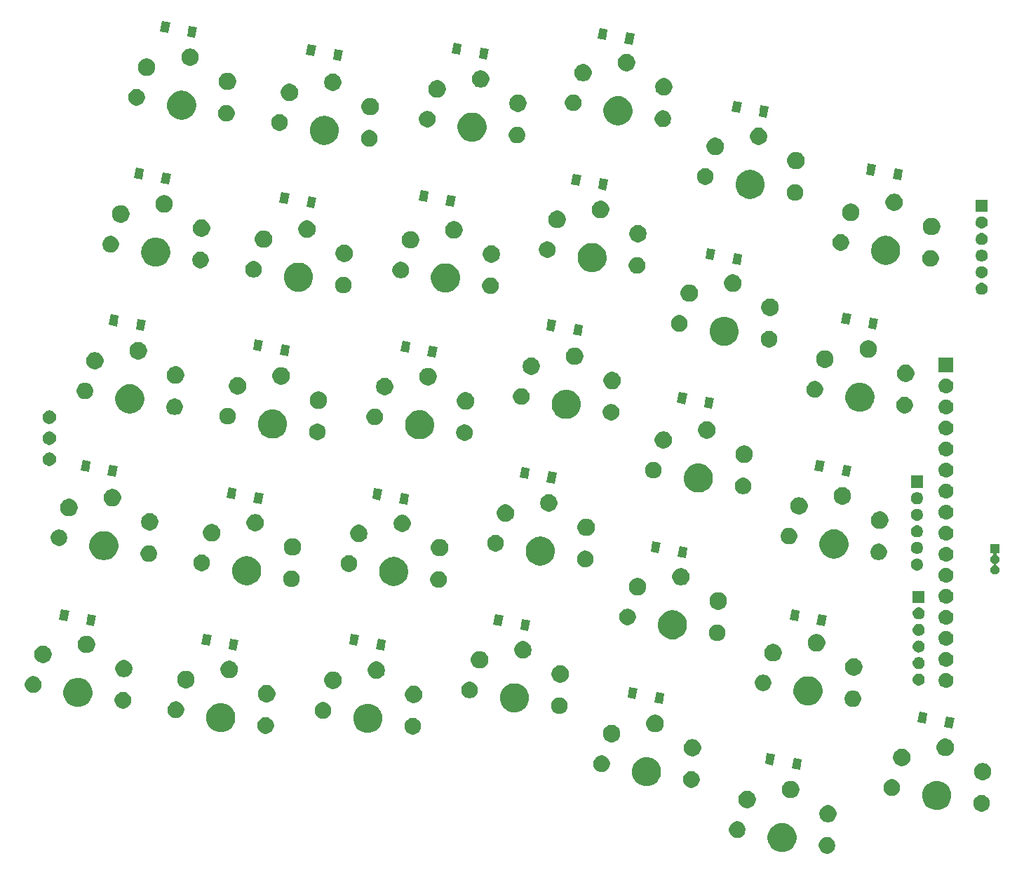
<source format=gbr>
G04 #@! TF.GenerationSoftware,KiCad,Pcbnew,(5.0.1-3-g963ef8bb5)*
G04 #@! TF.CreationDate,2019-09-06T12:34:14-07:00*
G04 #@! TF.ProjectId,atreus-ipad-11,6174726575732D697061642D31312E6B,rev?*
G04 #@! TF.SameCoordinates,Original*
G04 #@! TF.FileFunction,Soldermask,Top*
G04 #@! TF.FilePolarity,Negative*
%FSLAX46Y46*%
G04 Gerber Fmt 4.6, Leading zero omitted, Abs format (unit mm)*
G04 Created by KiCad (PCBNEW (5.0.1-3-g963ef8bb5)) date Friday, September 06, 2019 at 12:34:14 PM*
%MOMM*%
%LPD*%
G01*
G04 APERTURE LIST*
%ADD10C,0.100000*%
G04 APERTURE END LIST*
D10*
G36*
X113921884Y-129572250D02*
X114104053Y-129647707D01*
X114268006Y-129757257D01*
X114407428Y-129896679D01*
X114516978Y-130060632D01*
X114592435Y-130242801D01*
X114630903Y-130436192D01*
X114630903Y-130633372D01*
X114592435Y-130826763D01*
X114516978Y-131008932D01*
X114407428Y-131172885D01*
X114268006Y-131312307D01*
X114104053Y-131421857D01*
X113921884Y-131497314D01*
X113728493Y-131535782D01*
X113531313Y-131535782D01*
X113337922Y-131497314D01*
X113155753Y-131421857D01*
X112991800Y-131312307D01*
X112852378Y-131172885D01*
X112742828Y-131008932D01*
X112667371Y-130826763D01*
X112628903Y-130633372D01*
X112628903Y-130436192D01*
X112667371Y-130242801D01*
X112742828Y-130060632D01*
X112852378Y-129896679D01*
X112991800Y-129757257D01*
X113155753Y-129647707D01*
X113337922Y-129572250D01*
X113531313Y-129533782D01*
X113728493Y-129533782D01*
X113921884Y-129572250D01*
X113921884Y-129572250D01*
G37*
G36*
X108521234Y-127855633D02*
X108724208Y-127896007D01*
X109042869Y-128028001D01*
X109042870Y-128028002D01*
X109329660Y-128219629D01*
X109573548Y-128463517D01*
X109573550Y-128463520D01*
X109765176Y-128750308D01*
X109897170Y-129068969D01*
X109903104Y-129098802D01*
X109964460Y-129407257D01*
X109964460Y-129752177D01*
X109937544Y-129887491D01*
X109897170Y-130090465D01*
X109765176Y-130409126D01*
X109765175Y-130409127D01*
X109573548Y-130695917D01*
X109329660Y-130939805D01*
X109329657Y-130939807D01*
X109042869Y-131131433D01*
X108724208Y-131263427D01*
X108521234Y-131303801D01*
X108385920Y-131330717D01*
X108041000Y-131330717D01*
X107905686Y-131303801D01*
X107702712Y-131263427D01*
X107384051Y-131131433D01*
X107097263Y-130939807D01*
X107097260Y-130939805D01*
X106853372Y-130695917D01*
X106661745Y-130409127D01*
X106661744Y-130409126D01*
X106529750Y-130090465D01*
X106489376Y-129887491D01*
X106462460Y-129752177D01*
X106462460Y-129407257D01*
X106523816Y-129098802D01*
X106529750Y-129068969D01*
X106661744Y-128750308D01*
X106853370Y-128463520D01*
X106853372Y-128463517D01*
X107097260Y-128219629D01*
X107384050Y-128028002D01*
X107384051Y-128028001D01*
X107702712Y-127896007D01*
X107905686Y-127855633D01*
X108041000Y-127828717D01*
X108385920Y-127828717D01*
X108521234Y-127855633D01*
X108521234Y-127855633D01*
G37*
G36*
X103088998Y-127662120D02*
X103271167Y-127737577D01*
X103435120Y-127847127D01*
X103574542Y-127986549D01*
X103684092Y-128150502D01*
X103759549Y-128332671D01*
X103798017Y-128526062D01*
X103798017Y-128723242D01*
X103759549Y-128916633D01*
X103684092Y-129098802D01*
X103574542Y-129262755D01*
X103435120Y-129402177D01*
X103271167Y-129511727D01*
X103088998Y-129587184D01*
X102895607Y-129625652D01*
X102698427Y-129625652D01*
X102505036Y-129587184D01*
X102322867Y-129511727D01*
X102158914Y-129402177D01*
X102019492Y-129262755D01*
X101909942Y-129098802D01*
X101834485Y-128916633D01*
X101796017Y-128723242D01*
X101796017Y-128526062D01*
X101834485Y-128332671D01*
X101909942Y-128150502D01*
X102019492Y-127986549D01*
X102158914Y-127847127D01*
X102322867Y-127737577D01*
X102505036Y-127662120D01*
X102698427Y-127623652D01*
X102895607Y-127623652D01*
X103088998Y-127662120D01*
X103088998Y-127662120D01*
G37*
G36*
X114054686Y-125686395D02*
X114245955Y-125765621D01*
X114418097Y-125880643D01*
X114564484Y-126027030D01*
X114679506Y-126199172D01*
X114758732Y-126390441D01*
X114799121Y-126593490D01*
X114799121Y-126800522D01*
X114758732Y-127003571D01*
X114679506Y-127194840D01*
X114564484Y-127366982D01*
X114418097Y-127513369D01*
X114245955Y-127628391D01*
X114054686Y-127707617D01*
X113851637Y-127748006D01*
X113644605Y-127748006D01*
X113441556Y-127707617D01*
X113250287Y-127628391D01*
X113078145Y-127513369D01*
X112931758Y-127366982D01*
X112816736Y-127194840D01*
X112737510Y-127003571D01*
X112697121Y-126800522D01*
X112697121Y-126593490D01*
X112737510Y-126390441D01*
X112816736Y-126199172D01*
X112931758Y-126027030D01*
X113078145Y-125880643D01*
X113250287Y-125765621D01*
X113441556Y-125686395D01*
X113644605Y-125646006D01*
X113851637Y-125646006D01*
X114054686Y-125686395D01*
X114054686Y-125686395D01*
G37*
G36*
X132588617Y-124486428D02*
X132770786Y-124561885D01*
X132934739Y-124671435D01*
X133074161Y-124810857D01*
X133183711Y-124974810D01*
X133259168Y-125156979D01*
X133297636Y-125350370D01*
X133297636Y-125547550D01*
X133259168Y-125740941D01*
X133183711Y-125923110D01*
X133074161Y-126087063D01*
X132934739Y-126226485D01*
X132770786Y-126336035D01*
X132588617Y-126411492D01*
X132395226Y-126449960D01*
X132198046Y-126449960D01*
X132004655Y-126411492D01*
X131822486Y-126336035D01*
X131658533Y-126226485D01*
X131519111Y-126087063D01*
X131409561Y-125923110D01*
X131334104Y-125740941D01*
X131295636Y-125547550D01*
X131295636Y-125350370D01*
X131334104Y-125156979D01*
X131409561Y-124974810D01*
X131519111Y-124810857D01*
X131658533Y-124671435D01*
X131822486Y-124561885D01*
X132004655Y-124486428D01*
X132198046Y-124447960D01*
X132395226Y-124447960D01*
X132588617Y-124486428D01*
X132588617Y-124486428D01*
G37*
G36*
X127187967Y-122769811D02*
X127390941Y-122810185D01*
X127709602Y-122942179D01*
X127892936Y-123064679D01*
X127996393Y-123133807D01*
X128240281Y-123377695D01*
X128240283Y-123377698D01*
X128431909Y-123664486D01*
X128563903Y-123983147D01*
X128582356Y-124075916D01*
X128631193Y-124321435D01*
X128631193Y-124666355D01*
X128624354Y-124700735D01*
X128563903Y-125004643D01*
X128431909Y-125323304D01*
X128431908Y-125323305D01*
X128240281Y-125610095D01*
X127996393Y-125853983D01*
X127996390Y-125853985D01*
X127709602Y-126045611D01*
X127390941Y-126177605D01*
X127187967Y-126217979D01*
X127052653Y-126244895D01*
X126707733Y-126244895D01*
X126572419Y-126217979D01*
X126369445Y-126177605D01*
X126050784Y-126045611D01*
X125763996Y-125853985D01*
X125763993Y-125853983D01*
X125520105Y-125610095D01*
X125328478Y-125323305D01*
X125328477Y-125323304D01*
X125196483Y-125004643D01*
X125136032Y-124700735D01*
X125129193Y-124666355D01*
X125129193Y-124321435D01*
X125178030Y-124075916D01*
X125196483Y-123983147D01*
X125328477Y-123664486D01*
X125520103Y-123377698D01*
X125520105Y-123377695D01*
X125763993Y-123133807D01*
X125867450Y-123064679D01*
X126050784Y-122942179D01*
X126369445Y-122810185D01*
X126572419Y-122769811D01*
X126707733Y-122742895D01*
X127052653Y-122742895D01*
X127187967Y-122769811D01*
X127187967Y-122769811D01*
G37*
G36*
X104305090Y-123967278D02*
X104496359Y-124046504D01*
X104668501Y-124161526D01*
X104814888Y-124307913D01*
X104929910Y-124480055D01*
X105009136Y-124671324D01*
X105049525Y-124874373D01*
X105049525Y-125081405D01*
X105009136Y-125284454D01*
X104929910Y-125475723D01*
X104814888Y-125647865D01*
X104668501Y-125794252D01*
X104496359Y-125909274D01*
X104305090Y-125988500D01*
X104102041Y-126028889D01*
X103895009Y-126028889D01*
X103691960Y-125988500D01*
X103500691Y-125909274D01*
X103328549Y-125794252D01*
X103182162Y-125647865D01*
X103067140Y-125475723D01*
X102987914Y-125284454D01*
X102947525Y-125081405D01*
X102947525Y-124874373D01*
X102987914Y-124671324D01*
X103067140Y-124480055D01*
X103182162Y-124307913D01*
X103328549Y-124161526D01*
X103500691Y-124046504D01*
X103691960Y-123967278D01*
X103895009Y-123926889D01*
X104102041Y-123926889D01*
X104305090Y-123967278D01*
X104305090Y-123967278D01*
G37*
G36*
X109544549Y-122758740D02*
X109735818Y-122837966D01*
X109907960Y-122952988D01*
X110054347Y-123099375D01*
X110169369Y-123271517D01*
X110248595Y-123462786D01*
X110288984Y-123665835D01*
X110288984Y-123872867D01*
X110248595Y-124075916D01*
X110169369Y-124267185D01*
X110054347Y-124439327D01*
X109907960Y-124585714D01*
X109735818Y-124700736D01*
X109544549Y-124779962D01*
X109341500Y-124820351D01*
X109134468Y-124820351D01*
X108931419Y-124779962D01*
X108740150Y-124700736D01*
X108568008Y-124585714D01*
X108421621Y-124439327D01*
X108306599Y-124267185D01*
X108227373Y-124075916D01*
X108186984Y-123872867D01*
X108186984Y-123665835D01*
X108227373Y-123462786D01*
X108306599Y-123271517D01*
X108421621Y-123099375D01*
X108568008Y-122952988D01*
X108740150Y-122837966D01*
X108931419Y-122758740D01*
X109134468Y-122718351D01*
X109341500Y-122718351D01*
X109544549Y-122758740D01*
X109544549Y-122758740D01*
G37*
G36*
X121755731Y-122576298D02*
X121937900Y-122651755D01*
X122101853Y-122761305D01*
X122241275Y-122900727D01*
X122350825Y-123064680D01*
X122426282Y-123246849D01*
X122464750Y-123440240D01*
X122464750Y-123637420D01*
X122426282Y-123830811D01*
X122350825Y-124012980D01*
X122241275Y-124176933D01*
X122101853Y-124316355D01*
X121937900Y-124425905D01*
X121755731Y-124501362D01*
X121562340Y-124539830D01*
X121365160Y-124539830D01*
X121171769Y-124501362D01*
X120989600Y-124425905D01*
X120825647Y-124316355D01*
X120686225Y-124176933D01*
X120576675Y-124012980D01*
X120501218Y-123830811D01*
X120462750Y-123637420D01*
X120462750Y-123440240D01*
X120501218Y-123246849D01*
X120576675Y-123064680D01*
X120686225Y-122900727D01*
X120825647Y-122761305D01*
X120989600Y-122651755D01*
X121171769Y-122576298D01*
X121365160Y-122537830D01*
X121562340Y-122537830D01*
X121755731Y-122576298D01*
X121755731Y-122576298D01*
G37*
G36*
X97555988Y-121609367D02*
X97738157Y-121684824D01*
X97902110Y-121794374D01*
X98041532Y-121933796D01*
X98151082Y-122097749D01*
X98226539Y-122279918D01*
X98265007Y-122473309D01*
X98265007Y-122670489D01*
X98226539Y-122863880D01*
X98151082Y-123046049D01*
X98041532Y-123210002D01*
X97902110Y-123349424D01*
X97738157Y-123458974D01*
X97555988Y-123534431D01*
X97362597Y-123572899D01*
X97165417Y-123572899D01*
X96972026Y-123534431D01*
X96789857Y-123458974D01*
X96625904Y-123349424D01*
X96486482Y-123210002D01*
X96376932Y-123046049D01*
X96301475Y-122863880D01*
X96263007Y-122670489D01*
X96263007Y-122473309D01*
X96301475Y-122279918D01*
X96376932Y-122097749D01*
X96486482Y-121933796D01*
X96625904Y-121794374D01*
X96789857Y-121684824D01*
X96972026Y-121609367D01*
X97165417Y-121570899D01*
X97362597Y-121570899D01*
X97555988Y-121609367D01*
X97555988Y-121609367D01*
G37*
G36*
X92155338Y-119892750D02*
X92358312Y-119933124D01*
X92676973Y-120065118D01*
X92860307Y-120187618D01*
X92963764Y-120256746D01*
X93207652Y-120500634D01*
X93207654Y-120500637D01*
X93399280Y-120787425D01*
X93531274Y-121106086D01*
X93537208Y-121135919D01*
X93598564Y-121444374D01*
X93598564Y-121789294D01*
X93573012Y-121917749D01*
X93531274Y-122127582D01*
X93399280Y-122446243D01*
X93249443Y-122670489D01*
X93207652Y-122733034D01*
X92963764Y-122976922D01*
X92963761Y-122976924D01*
X92676973Y-123168550D01*
X92358312Y-123300544D01*
X92155338Y-123340918D01*
X92020024Y-123367834D01*
X91675104Y-123367834D01*
X91539790Y-123340918D01*
X91336816Y-123300544D01*
X91018155Y-123168550D01*
X90731367Y-122976924D01*
X90731364Y-122976922D01*
X90487476Y-122733034D01*
X90445685Y-122670489D01*
X90295848Y-122446243D01*
X90163854Y-122127582D01*
X90122116Y-121917749D01*
X90096564Y-121789294D01*
X90096564Y-121444374D01*
X90157920Y-121135919D01*
X90163854Y-121106086D01*
X90295848Y-120787425D01*
X90487474Y-120500637D01*
X90487476Y-120500634D01*
X90731364Y-120256746D01*
X90834821Y-120187618D01*
X91018155Y-120065118D01*
X91336816Y-119933124D01*
X91539790Y-119892750D01*
X91675104Y-119865834D01*
X92020024Y-119865834D01*
X92155338Y-119892750D01*
X92155338Y-119892750D01*
G37*
G36*
X132721419Y-120600573D02*
X132912688Y-120679799D01*
X133084830Y-120794821D01*
X133231217Y-120941208D01*
X133346239Y-121113350D01*
X133425465Y-121304619D01*
X133465854Y-121507668D01*
X133465854Y-121714700D01*
X133425465Y-121917749D01*
X133346239Y-122109018D01*
X133231217Y-122281160D01*
X133084830Y-122427547D01*
X132912688Y-122542569D01*
X132721419Y-122621795D01*
X132518370Y-122662184D01*
X132311338Y-122662184D01*
X132108289Y-122621795D01*
X131917020Y-122542569D01*
X131744878Y-122427547D01*
X131598491Y-122281160D01*
X131483469Y-122109018D01*
X131404243Y-121917749D01*
X131363854Y-121714700D01*
X131363854Y-121507668D01*
X131404243Y-121304619D01*
X131483469Y-121113350D01*
X131598491Y-120941208D01*
X131744878Y-120794821D01*
X131917020Y-120679799D01*
X132108289Y-120600573D01*
X132311338Y-120560184D01*
X132518370Y-120560184D01*
X132721419Y-120600573D01*
X132721419Y-120600573D01*
G37*
G36*
X86723102Y-119699237D02*
X86905271Y-119774694D01*
X87069224Y-119884244D01*
X87208646Y-120023666D01*
X87318196Y-120187619D01*
X87393653Y-120369788D01*
X87432121Y-120563179D01*
X87432121Y-120760359D01*
X87393653Y-120953750D01*
X87318196Y-121135919D01*
X87208646Y-121299872D01*
X87069224Y-121439294D01*
X86905271Y-121548844D01*
X86759156Y-121609367D01*
X86723102Y-121624301D01*
X86529711Y-121662769D01*
X86332531Y-121662769D01*
X86139140Y-121624301D01*
X86103086Y-121609367D01*
X85956971Y-121548844D01*
X85793018Y-121439294D01*
X85653596Y-121299872D01*
X85544046Y-121135919D01*
X85468589Y-120953750D01*
X85430121Y-120760359D01*
X85430121Y-120563179D01*
X85468589Y-120369788D01*
X85544046Y-120187619D01*
X85653596Y-120023666D01*
X85793018Y-119884244D01*
X85956971Y-119774694D01*
X86139140Y-119699237D01*
X86332531Y-119660769D01*
X86529711Y-119660769D01*
X86723102Y-119699237D01*
X86723102Y-119699237D01*
G37*
G36*
X110602325Y-120143514D02*
X110376235Y-121425734D01*
X109389457Y-121251738D01*
X109615547Y-119969518D01*
X110602325Y-120143514D01*
X110602325Y-120143514D01*
G37*
G36*
X122971823Y-118881456D02*
X123163092Y-118960682D01*
X123335234Y-119075704D01*
X123481621Y-119222091D01*
X123596643Y-119394233D01*
X123675869Y-119585502D01*
X123716258Y-119788551D01*
X123716258Y-119995583D01*
X123675869Y-120198632D01*
X123596643Y-120389901D01*
X123481621Y-120562043D01*
X123335234Y-120708430D01*
X123163092Y-120823452D01*
X122971823Y-120902678D01*
X122768774Y-120943067D01*
X122561742Y-120943067D01*
X122358693Y-120902678D01*
X122167424Y-120823452D01*
X121995282Y-120708430D01*
X121848895Y-120562043D01*
X121733873Y-120389901D01*
X121654647Y-120198632D01*
X121614258Y-119995583D01*
X121614258Y-119788551D01*
X121654647Y-119585502D01*
X121733873Y-119394233D01*
X121848895Y-119222091D01*
X121995282Y-119075704D01*
X122167424Y-118960682D01*
X122358693Y-118881456D01*
X122561742Y-118841067D01*
X122768774Y-118841067D01*
X122971823Y-118881456D01*
X122971823Y-118881456D01*
G37*
G36*
X107352459Y-119570476D02*
X107126369Y-120852696D01*
X106139591Y-120678700D01*
X106365681Y-119396480D01*
X107352459Y-119570476D01*
X107352459Y-119570476D01*
G37*
G36*
X97688790Y-117723512D02*
X97880059Y-117802738D01*
X98052201Y-117917760D01*
X98198588Y-118064147D01*
X98313610Y-118236289D01*
X98392836Y-118427558D01*
X98433225Y-118630607D01*
X98433225Y-118837639D01*
X98392836Y-119040688D01*
X98313610Y-119231957D01*
X98198588Y-119404099D01*
X98052201Y-119550486D01*
X97880059Y-119665508D01*
X97688790Y-119744734D01*
X97485741Y-119785123D01*
X97278709Y-119785123D01*
X97075660Y-119744734D01*
X96884391Y-119665508D01*
X96712249Y-119550486D01*
X96565862Y-119404099D01*
X96450840Y-119231957D01*
X96371614Y-119040688D01*
X96331225Y-118837639D01*
X96331225Y-118630607D01*
X96371614Y-118427558D01*
X96450840Y-118236289D01*
X96565862Y-118064147D01*
X96712249Y-117917760D01*
X96884391Y-117802738D01*
X97075660Y-117723512D01*
X97278709Y-117683123D01*
X97485741Y-117683123D01*
X97688790Y-117723512D01*
X97688790Y-117723512D01*
G37*
G36*
X128211282Y-117672918D02*
X128402551Y-117752144D01*
X128574693Y-117867166D01*
X128721080Y-118013553D01*
X128836102Y-118185695D01*
X128915328Y-118376964D01*
X128955717Y-118580013D01*
X128955717Y-118787045D01*
X128915328Y-118990094D01*
X128836102Y-119181363D01*
X128721080Y-119353505D01*
X128574693Y-119499892D01*
X128402551Y-119614914D01*
X128211282Y-119694140D01*
X128008233Y-119734529D01*
X127801201Y-119734529D01*
X127598152Y-119694140D01*
X127406883Y-119614914D01*
X127234741Y-119499892D01*
X127088354Y-119353505D01*
X126973332Y-119181363D01*
X126894106Y-118990094D01*
X126853717Y-118787045D01*
X126853717Y-118580013D01*
X126894106Y-118376964D01*
X126973332Y-118185695D01*
X127088354Y-118013553D01*
X127234741Y-117867166D01*
X127406883Y-117752144D01*
X127598152Y-117672918D01*
X127801201Y-117632529D01*
X128008233Y-117632529D01*
X128211282Y-117672918D01*
X128211282Y-117672918D01*
G37*
G36*
X87939194Y-116004395D02*
X88130463Y-116083621D01*
X88302605Y-116198643D01*
X88448992Y-116345030D01*
X88564014Y-116517172D01*
X88643240Y-116708441D01*
X88683629Y-116911490D01*
X88683629Y-117118522D01*
X88643240Y-117321571D01*
X88564014Y-117512840D01*
X88448992Y-117684982D01*
X88302605Y-117831369D01*
X88130463Y-117946391D01*
X87939194Y-118025617D01*
X87736145Y-118066006D01*
X87529113Y-118066006D01*
X87326064Y-118025617D01*
X87134795Y-117946391D01*
X86962653Y-117831369D01*
X86816266Y-117684982D01*
X86701244Y-117512840D01*
X86622018Y-117321571D01*
X86581629Y-117118522D01*
X86581629Y-116911490D01*
X86622018Y-116708441D01*
X86701244Y-116517172D01*
X86816266Y-116345030D01*
X86962653Y-116198643D01*
X87134795Y-116083621D01*
X87326064Y-116004395D01*
X87529113Y-115964006D01*
X87736145Y-115964006D01*
X87939194Y-116004395D01*
X87939194Y-116004395D01*
G37*
G36*
X63913148Y-115169513D02*
X64095317Y-115244970D01*
X64259270Y-115354520D01*
X64398692Y-115493942D01*
X64508242Y-115657895D01*
X64583699Y-115840064D01*
X64622167Y-116033455D01*
X64622167Y-116230635D01*
X64583699Y-116424026D01*
X64508242Y-116606195D01*
X64398692Y-116770148D01*
X64259270Y-116909570D01*
X64095317Y-117019120D01*
X63913148Y-117094577D01*
X63719757Y-117133045D01*
X63522577Y-117133045D01*
X63329186Y-117094577D01*
X63147017Y-117019120D01*
X62983064Y-116909570D01*
X62843642Y-116770148D01*
X62734092Y-116606195D01*
X62658635Y-116424026D01*
X62620167Y-116230635D01*
X62620167Y-116033455D01*
X62658635Y-115840064D01*
X62734092Y-115657895D01*
X62843642Y-115493942D01*
X62983064Y-115354520D01*
X63147017Y-115244970D01*
X63329186Y-115169513D01*
X63522577Y-115131045D01*
X63719757Y-115131045D01*
X63913148Y-115169513D01*
X63913148Y-115169513D01*
G37*
G36*
X46158068Y-115085093D02*
X46340237Y-115160550D01*
X46504190Y-115270100D01*
X46643612Y-115409522D01*
X46753162Y-115573475D01*
X46828619Y-115755644D01*
X46867087Y-115949035D01*
X46867087Y-116146215D01*
X46828619Y-116339606D01*
X46753162Y-116521775D01*
X46643612Y-116685728D01*
X46504190Y-116825150D01*
X46340237Y-116934700D01*
X46158068Y-117010157D01*
X45964677Y-117048625D01*
X45767497Y-117048625D01*
X45574106Y-117010157D01*
X45391937Y-116934700D01*
X45227984Y-116825150D01*
X45088562Y-116685728D01*
X44979012Y-116521775D01*
X44903555Y-116339606D01*
X44865087Y-116146215D01*
X44865087Y-115949035D01*
X44903555Y-115755644D01*
X44979012Y-115573475D01*
X45088562Y-115409522D01*
X45227984Y-115270100D01*
X45391937Y-115160550D01*
X45574106Y-115085093D01*
X45767497Y-115046625D01*
X45964677Y-115046625D01*
X46158068Y-115085093D01*
X46158068Y-115085093D01*
G37*
G36*
X58479544Y-113446341D02*
X58715472Y-113493270D01*
X59034133Y-113625264D01*
X59138973Y-113695316D01*
X59320924Y-113816892D01*
X59564812Y-114060780D01*
X59564814Y-114060783D01*
X59756440Y-114347571D01*
X59888434Y-114666232D01*
X59910188Y-114775598D01*
X59955724Y-115004520D01*
X59955724Y-115349440D01*
X59943773Y-115409522D01*
X59888434Y-115687728D01*
X59756440Y-116006389D01*
X59663011Y-116146215D01*
X59564812Y-116293180D01*
X59320924Y-116537068D01*
X59320921Y-116537070D01*
X59034133Y-116728696D01*
X58715472Y-116860690D01*
X58512498Y-116901064D01*
X58377184Y-116927980D01*
X58032264Y-116927980D01*
X57896950Y-116901064D01*
X57693976Y-116860690D01*
X57375315Y-116728696D01*
X57088527Y-116537070D01*
X57088524Y-116537068D01*
X56844636Y-116293180D01*
X56746437Y-116146215D01*
X56653008Y-116006389D01*
X56521014Y-115687728D01*
X56465675Y-115409522D01*
X56453724Y-115349440D01*
X56453724Y-115004520D01*
X56499260Y-114775598D01*
X56521014Y-114666232D01*
X56653008Y-114347571D01*
X56844634Y-114060783D01*
X56844636Y-114060780D01*
X57088524Y-113816892D01*
X57270475Y-113695316D01*
X57375315Y-113625264D01*
X57693976Y-113493270D01*
X57929904Y-113446341D01*
X58032264Y-113425980D01*
X58377184Y-113425980D01*
X58479544Y-113446341D01*
X58479544Y-113446341D01*
G37*
G36*
X93178653Y-114795857D02*
X93369922Y-114875083D01*
X93542064Y-114990105D01*
X93688451Y-115136492D01*
X93803473Y-115308634D01*
X93882699Y-115499903D01*
X93923088Y-115702952D01*
X93923088Y-115909984D01*
X93882699Y-116113033D01*
X93803473Y-116304302D01*
X93688451Y-116476444D01*
X93542064Y-116622831D01*
X93369922Y-116737853D01*
X93178653Y-116817079D01*
X92975604Y-116857468D01*
X92768572Y-116857468D01*
X92565523Y-116817079D01*
X92374254Y-116737853D01*
X92202112Y-116622831D01*
X92055725Y-116476444D01*
X91940703Y-116304302D01*
X91861477Y-116113033D01*
X91821088Y-115909984D01*
X91821088Y-115702952D01*
X91861477Y-115499903D01*
X91940703Y-115308634D01*
X92055725Y-115136492D01*
X92202112Y-114990105D01*
X92374254Y-114875083D01*
X92565523Y-114795857D01*
X92768572Y-114755468D01*
X92975604Y-114755468D01*
X93178653Y-114795857D01*
X93178653Y-114795857D01*
G37*
G36*
X40757418Y-113368476D02*
X40960392Y-113408850D01*
X41279053Y-113540844D01*
X41437750Y-113646882D01*
X41565844Y-113732472D01*
X41809732Y-113976360D01*
X41809734Y-113976363D01*
X42001360Y-114263151D01*
X42133354Y-114581812D01*
X42167896Y-114755468D01*
X42200644Y-114920100D01*
X42200644Y-115265020D01*
X42182841Y-115354518D01*
X42133354Y-115603308D01*
X42001360Y-115921969D01*
X41926867Y-116033455D01*
X41809732Y-116208760D01*
X41565844Y-116452648D01*
X41565841Y-116452650D01*
X41279053Y-116644276D01*
X40960392Y-116776270D01*
X40757418Y-116816644D01*
X40622104Y-116843560D01*
X40277184Y-116843560D01*
X40141870Y-116816644D01*
X39938896Y-116776270D01*
X39620235Y-116644276D01*
X39333447Y-116452650D01*
X39333444Y-116452648D01*
X39089556Y-116208760D01*
X38972421Y-116033455D01*
X38897928Y-115921969D01*
X38765934Y-115603308D01*
X38716447Y-115354518D01*
X38698644Y-115265020D01*
X38698644Y-114920100D01*
X38731392Y-114755468D01*
X38765934Y-114581812D01*
X38897928Y-114263151D01*
X39089554Y-113976363D01*
X39089556Y-113976360D01*
X39333444Y-113732472D01*
X39461538Y-113646882D01*
X39620235Y-113540844D01*
X39938896Y-113408850D01*
X40141870Y-113368476D01*
X40277184Y-113341560D01*
X40622104Y-113341560D01*
X40757418Y-113368476D01*
X40757418Y-113368476D01*
G37*
G36*
X129002324Y-115143514D02*
X128776234Y-116425734D01*
X127789456Y-116251738D01*
X128015546Y-114969518D01*
X129002324Y-115143514D01*
X129002324Y-115143514D01*
G37*
G36*
X125752458Y-114570476D02*
X125526368Y-115852696D01*
X124539590Y-115678700D01*
X124765680Y-114396480D01*
X125752458Y-114570476D01*
X125752458Y-114570476D01*
G37*
G36*
X53080262Y-113259383D02*
X53262431Y-113334840D01*
X53426384Y-113444390D01*
X53565806Y-113583812D01*
X53675356Y-113747765D01*
X53750813Y-113929934D01*
X53789281Y-114123325D01*
X53789281Y-114320505D01*
X53750813Y-114513896D01*
X53675356Y-114696065D01*
X53565806Y-114860018D01*
X53426384Y-114999440D01*
X53262431Y-115108990D01*
X53080262Y-115184447D01*
X52886871Y-115222915D01*
X52689691Y-115222915D01*
X52496300Y-115184447D01*
X52314131Y-115108990D01*
X52150178Y-114999440D01*
X52010756Y-114860018D01*
X51901206Y-114696065D01*
X51825749Y-114513896D01*
X51787281Y-114320505D01*
X51787281Y-114123325D01*
X51825749Y-113929934D01*
X51901206Y-113747765D01*
X52010756Y-113583812D01*
X52150178Y-113444390D01*
X52314131Y-113334840D01*
X52496300Y-113259383D01*
X52689691Y-113220915D01*
X52886871Y-113220915D01*
X53080262Y-113259383D01*
X53080262Y-113259383D01*
G37*
G36*
X35325182Y-113174963D02*
X35507351Y-113250420D01*
X35671304Y-113359970D01*
X35810726Y-113499392D01*
X35920276Y-113663345D01*
X35995733Y-113845514D01*
X36034201Y-114038905D01*
X36034201Y-114236085D01*
X35995733Y-114429476D01*
X35920276Y-114611645D01*
X35810726Y-114775598D01*
X35671304Y-114915020D01*
X35507351Y-115024570D01*
X35325182Y-115100027D01*
X35131791Y-115138495D01*
X34934611Y-115138495D01*
X34741220Y-115100027D01*
X34559051Y-115024570D01*
X34395098Y-114915020D01*
X34255676Y-114775598D01*
X34146126Y-114611645D01*
X34070669Y-114429476D01*
X34032201Y-114236085D01*
X34032201Y-114038905D01*
X34070669Y-113845514D01*
X34146126Y-113663345D01*
X34255676Y-113499392D01*
X34395098Y-113359970D01*
X34559051Y-113250420D01*
X34741220Y-113174963D01*
X34934611Y-113136495D01*
X35131791Y-113136495D01*
X35325182Y-113174963D01*
X35325182Y-113174963D01*
G37*
G36*
X81609945Y-112705089D02*
X81792114Y-112780546D01*
X81956067Y-112890096D01*
X82095489Y-113029518D01*
X82205039Y-113193471D01*
X82280496Y-113375640D01*
X82318964Y-113569031D01*
X82318964Y-113766211D01*
X82280496Y-113959602D01*
X82205039Y-114141771D01*
X82095489Y-114305724D01*
X81956067Y-114445146D01*
X81792114Y-114554696D01*
X81609945Y-114630153D01*
X81416554Y-114668621D01*
X81219374Y-114668621D01*
X81025983Y-114630153D01*
X80843814Y-114554696D01*
X80679861Y-114445146D01*
X80540439Y-114305724D01*
X80430889Y-114141771D01*
X80355432Y-113959602D01*
X80316964Y-113766211D01*
X80316964Y-113569031D01*
X80355432Y-113375640D01*
X80430889Y-113193471D01*
X80540439Y-113029518D01*
X80679861Y-112890096D01*
X80843814Y-112780546D01*
X81025983Y-112705089D01*
X81219374Y-112666621D01*
X81416554Y-112666621D01*
X81609945Y-112705089D01*
X81609945Y-112705089D01*
G37*
G36*
X76209295Y-110988472D02*
X76412269Y-111028846D01*
X76730930Y-111160840D01*
X76906966Y-111278464D01*
X77017721Y-111352468D01*
X77261609Y-111596356D01*
X77261611Y-111596359D01*
X77453237Y-111883147D01*
X77585231Y-112201808D01*
X77617477Y-112363921D01*
X77652521Y-112540096D01*
X77652521Y-112885016D01*
X77625605Y-113020330D01*
X77585231Y-113223304D01*
X77453237Y-113541965D01*
X77303400Y-113766211D01*
X77261609Y-113828756D01*
X77017721Y-114072644D01*
X77017718Y-114072646D01*
X76730930Y-114264272D01*
X76412269Y-114396266D01*
X76209295Y-114436640D01*
X76073981Y-114463556D01*
X75729061Y-114463556D01*
X75593747Y-114436640D01*
X75390773Y-114396266D01*
X75072112Y-114264272D01*
X74785324Y-114072646D01*
X74785321Y-114072644D01*
X74541433Y-113828756D01*
X74499642Y-113766211D01*
X74349805Y-113541965D01*
X74217811Y-113223304D01*
X74177437Y-113020330D01*
X74150521Y-112885016D01*
X74150521Y-112540096D01*
X74185565Y-112363921D01*
X74217811Y-112201808D01*
X74349805Y-111883147D01*
X74541431Y-111596359D01*
X74541433Y-111596356D01*
X74785321Y-111352468D01*
X74896076Y-111278464D01*
X75072112Y-111160840D01*
X75390773Y-111028846D01*
X75593747Y-110988472D01*
X75729061Y-110961556D01*
X76073981Y-110961556D01*
X76209295Y-110988472D01*
X76209295Y-110988472D01*
G37*
G36*
X28923932Y-112046250D02*
X29106101Y-112121707D01*
X29270054Y-112231257D01*
X29409476Y-112370679D01*
X29519026Y-112534632D01*
X29594483Y-112716801D01*
X29632951Y-112910192D01*
X29632951Y-113107372D01*
X29594483Y-113300763D01*
X29519026Y-113482932D01*
X29409476Y-113646885D01*
X29270054Y-113786307D01*
X29106101Y-113895857D01*
X28952207Y-113959602D01*
X28923932Y-113971314D01*
X28730541Y-114009782D01*
X28533361Y-114009782D01*
X28339970Y-113971314D01*
X28311695Y-113959602D01*
X28157801Y-113895857D01*
X27993848Y-113786307D01*
X27854426Y-113646885D01*
X27744876Y-113482932D01*
X27669419Y-113300763D01*
X27630951Y-113107372D01*
X27630951Y-112910192D01*
X27669419Y-112716801D01*
X27744876Y-112534632D01*
X27854426Y-112370679D01*
X27993848Y-112231257D01*
X28157801Y-112121707D01*
X28339970Y-112046250D01*
X28533361Y-112007782D01*
X28730541Y-112007782D01*
X28923932Y-112046250D01*
X28923932Y-112046250D01*
G37*
G36*
X117047550Y-111845709D02*
X117229719Y-111921166D01*
X117393672Y-112030716D01*
X117533094Y-112170138D01*
X117642644Y-112334091D01*
X117718101Y-112516260D01*
X117756569Y-112709651D01*
X117756569Y-112906831D01*
X117718101Y-113100222D01*
X117642644Y-113282391D01*
X117533094Y-113446344D01*
X117393672Y-113585766D01*
X117229719Y-113695316D01*
X117103096Y-113747765D01*
X117047550Y-113770773D01*
X116854159Y-113809241D01*
X116656979Y-113809241D01*
X116463588Y-113770773D01*
X116408042Y-113747765D01*
X116281419Y-113695316D01*
X116117466Y-113585766D01*
X115978044Y-113446344D01*
X115868494Y-113282391D01*
X115793037Y-113100222D01*
X115754569Y-112906831D01*
X115754569Y-112709651D01*
X115793037Y-112516260D01*
X115868494Y-112334091D01*
X115978044Y-112170138D01*
X116117466Y-112030716D01*
X116281419Y-111921166D01*
X116463588Y-111845709D01*
X116656979Y-111807241D01*
X116854159Y-111807241D01*
X117047550Y-111845709D01*
X117047550Y-111845709D01*
G37*
G36*
X23513459Y-110327679D02*
X23726256Y-110370007D01*
X24044917Y-110502001D01*
X24309314Y-110678666D01*
X24331708Y-110693629D01*
X24575596Y-110937517D01*
X24575598Y-110937520D01*
X24767224Y-111224308D01*
X24899218Y-111542969D01*
X24926618Y-111680718D01*
X24966508Y-111881257D01*
X24966508Y-112226177D01*
X24965421Y-112231641D01*
X24899218Y-112564465D01*
X24767224Y-112883126D01*
X24749139Y-112910192D01*
X24575596Y-113169917D01*
X24331708Y-113413805D01*
X24331705Y-113413807D01*
X24044917Y-113605433D01*
X23726256Y-113737427D01*
X23558614Y-113770773D01*
X23387968Y-113804717D01*
X23043048Y-113804717D01*
X22872402Y-113770773D01*
X22704760Y-113737427D01*
X22386099Y-113605433D01*
X22099311Y-113413807D01*
X22099308Y-113413805D01*
X21855420Y-113169917D01*
X21681877Y-112910192D01*
X21663792Y-112883126D01*
X21531798Y-112564465D01*
X21465595Y-112231641D01*
X21464508Y-112226177D01*
X21464508Y-111881257D01*
X21504398Y-111680718D01*
X21531798Y-111542969D01*
X21663792Y-111224308D01*
X21855418Y-110937520D01*
X21855420Y-110937517D01*
X22099308Y-110693629D01*
X22121702Y-110678666D01*
X22386099Y-110502001D01*
X22704760Y-110370007D01*
X22917557Y-110327679D01*
X23043048Y-110302717D01*
X23387968Y-110302717D01*
X23513459Y-110327679D01*
X23513459Y-110327679D01*
G37*
G36*
X111646900Y-110129092D02*
X111849874Y-110169466D01*
X112168535Y-110301460D01*
X112423221Y-110471636D01*
X112455326Y-110493088D01*
X112699214Y-110736976D01*
X112699216Y-110736979D01*
X112890842Y-111023767D01*
X113022836Y-111342428D01*
X113049784Y-111477904D01*
X113090126Y-111680716D01*
X113090126Y-112025636D01*
X113083055Y-112061184D01*
X113022836Y-112363924D01*
X112890842Y-112682585D01*
X112702644Y-112964242D01*
X112699214Y-112969376D01*
X112455326Y-113213264D01*
X112455323Y-113213266D01*
X112168535Y-113404892D01*
X111849874Y-113536886D01*
X111646900Y-113577260D01*
X111511586Y-113604176D01*
X111166666Y-113604176D01*
X111031352Y-113577260D01*
X110828378Y-113536886D01*
X110509717Y-113404892D01*
X110222929Y-113213266D01*
X110222926Y-113213264D01*
X109979038Y-112969376D01*
X109975608Y-112964242D01*
X109787410Y-112682585D01*
X109655416Y-112363924D01*
X109595197Y-112061184D01*
X109588126Y-112025636D01*
X109588126Y-111680716D01*
X109628468Y-111477904D01*
X109655416Y-111342428D01*
X109787410Y-111023767D01*
X109979036Y-110736979D01*
X109979038Y-110736976D01*
X110222926Y-110493088D01*
X110255031Y-110471636D01*
X110509717Y-110301460D01*
X110828378Y-110169466D01*
X111031352Y-110129092D01*
X111166666Y-110102176D01*
X111511586Y-110102176D01*
X111646900Y-110129092D01*
X111646900Y-110129092D01*
G37*
G36*
X94002325Y-112143514D02*
X93776235Y-113425734D01*
X92789457Y-113251738D01*
X93015547Y-111969518D01*
X94002325Y-112143514D01*
X94002325Y-112143514D01*
G37*
G36*
X64045950Y-111283658D02*
X64237219Y-111362884D01*
X64409361Y-111477906D01*
X64555748Y-111624293D01*
X64670770Y-111796435D01*
X64749996Y-111987704D01*
X64790385Y-112190753D01*
X64790385Y-112397785D01*
X64749996Y-112600834D01*
X64670770Y-112792103D01*
X64555748Y-112964245D01*
X64409361Y-113110632D01*
X64237219Y-113225654D01*
X64045950Y-113304880D01*
X63842901Y-113345269D01*
X63635869Y-113345269D01*
X63432820Y-113304880D01*
X63241551Y-113225654D01*
X63069409Y-113110632D01*
X62923022Y-112964245D01*
X62808000Y-112792103D01*
X62728774Y-112600834D01*
X62688385Y-112397785D01*
X62688385Y-112190753D01*
X62728774Y-111987704D01*
X62808000Y-111796435D01*
X62923022Y-111624293D01*
X63069409Y-111477906D01*
X63241551Y-111362884D01*
X63432820Y-111283658D01*
X63635869Y-111243269D01*
X63842901Y-111243269D01*
X64045950Y-111283658D01*
X64045950Y-111283658D01*
G37*
G36*
X46290870Y-111199238D02*
X46482139Y-111278464D01*
X46654281Y-111393486D01*
X46800668Y-111539873D01*
X46915690Y-111712015D01*
X46994916Y-111903284D01*
X47035305Y-112106333D01*
X47035305Y-112313365D01*
X46994916Y-112516414D01*
X46915690Y-112707683D01*
X46800668Y-112879825D01*
X46654281Y-113026212D01*
X46482139Y-113141234D01*
X46290870Y-113220460D01*
X46087821Y-113260849D01*
X45880789Y-113260849D01*
X45677740Y-113220460D01*
X45486471Y-113141234D01*
X45314329Y-113026212D01*
X45167942Y-112879825D01*
X45052920Y-112707683D01*
X44973694Y-112516414D01*
X44933305Y-112313365D01*
X44933305Y-112106333D01*
X44973694Y-111903284D01*
X45052920Y-111712015D01*
X45167942Y-111539873D01*
X45314329Y-111393486D01*
X45486471Y-111278464D01*
X45677740Y-111199238D01*
X45880789Y-111158849D01*
X46087821Y-111158849D01*
X46290870Y-111199238D01*
X46290870Y-111199238D01*
G37*
G36*
X90752459Y-111570476D02*
X90526369Y-112852696D01*
X89539591Y-112678700D01*
X89765681Y-111396480D01*
X90752459Y-111570476D01*
X90752459Y-111570476D01*
G37*
G36*
X70777059Y-110794959D02*
X70959228Y-110870416D01*
X71123181Y-110979966D01*
X71262603Y-111119388D01*
X71372153Y-111283341D01*
X71447610Y-111465510D01*
X71486078Y-111658901D01*
X71486078Y-111856081D01*
X71447610Y-112049472D01*
X71372153Y-112231641D01*
X71262603Y-112395594D01*
X71123181Y-112535016D01*
X70959228Y-112644566D01*
X70777059Y-112720023D01*
X70583668Y-112758491D01*
X70386488Y-112758491D01*
X70193097Y-112720023D01*
X70010928Y-112644566D01*
X69846975Y-112535016D01*
X69707553Y-112395594D01*
X69598003Y-112231641D01*
X69522546Y-112049472D01*
X69484078Y-111856081D01*
X69484078Y-111658901D01*
X69522546Y-111465510D01*
X69598003Y-111283341D01*
X69707553Y-111119388D01*
X69846975Y-110979966D01*
X70010928Y-110870416D01*
X70193097Y-110794959D01*
X70386488Y-110756491D01*
X70583668Y-110756491D01*
X70777059Y-110794959D01*
X70777059Y-110794959D01*
G37*
G36*
X18091046Y-110136120D02*
X18273215Y-110211577D01*
X18437168Y-110321127D01*
X18576590Y-110460549D01*
X18686140Y-110624502D01*
X18761597Y-110806671D01*
X18800065Y-111000062D01*
X18800065Y-111197242D01*
X18761597Y-111390633D01*
X18686140Y-111572802D01*
X18576590Y-111736755D01*
X18437168Y-111876177D01*
X18273215Y-111985727D01*
X18164602Y-112030716D01*
X18091046Y-112061184D01*
X17897655Y-112099652D01*
X17700475Y-112099652D01*
X17507084Y-112061184D01*
X17433528Y-112030716D01*
X17324915Y-111985727D01*
X17160962Y-111876177D01*
X17021540Y-111736755D01*
X16911990Y-111572802D01*
X16836533Y-111390633D01*
X16798065Y-111197242D01*
X16798065Y-111000062D01*
X16836533Y-110806671D01*
X16911990Y-110624502D01*
X17021540Y-110460549D01*
X17160962Y-110321127D01*
X17324915Y-110211577D01*
X17507084Y-110136120D01*
X17700475Y-110097652D01*
X17897655Y-110097652D01*
X18091046Y-110136120D01*
X18091046Y-110136120D01*
G37*
G36*
X106214664Y-109935579D02*
X106396833Y-110011036D01*
X106560786Y-110120586D01*
X106700208Y-110260008D01*
X106809758Y-110423961D01*
X106885215Y-110606130D01*
X106923683Y-110799521D01*
X106923683Y-110996701D01*
X106885215Y-111190092D01*
X106809758Y-111372261D01*
X106700208Y-111536214D01*
X106560786Y-111675636D01*
X106396833Y-111785186D01*
X106214664Y-111860643D01*
X106021273Y-111899111D01*
X105824093Y-111899111D01*
X105630702Y-111860643D01*
X105448533Y-111785186D01*
X105284580Y-111675636D01*
X105145158Y-111536214D01*
X105035608Y-111372261D01*
X104960151Y-111190092D01*
X104921683Y-110996701D01*
X104921683Y-110799521D01*
X104960151Y-110606130D01*
X105035608Y-110423961D01*
X105145158Y-110260008D01*
X105284580Y-110120586D01*
X105448533Y-110011036D01*
X105630702Y-109935579D01*
X105824093Y-109897111D01*
X106021273Y-109897111D01*
X106214664Y-109935579D01*
X106214664Y-109935579D01*
G37*
G36*
X54296354Y-109564541D02*
X54487623Y-109643767D01*
X54659765Y-109758789D01*
X54806152Y-109905176D01*
X54921174Y-110077318D01*
X55000400Y-110268587D01*
X55040789Y-110471636D01*
X55040789Y-110678668D01*
X55000400Y-110881717D01*
X54921174Y-111072986D01*
X54806152Y-111245128D01*
X54659765Y-111391515D01*
X54487623Y-111506537D01*
X54296354Y-111585763D01*
X54093305Y-111626152D01*
X53886273Y-111626152D01*
X53683224Y-111585763D01*
X53491955Y-111506537D01*
X53319813Y-111391515D01*
X53173426Y-111245128D01*
X53058404Y-111072986D01*
X52979178Y-110881717D01*
X52938789Y-110678668D01*
X52938789Y-110471636D01*
X52979178Y-110268587D01*
X53058404Y-110077318D01*
X53173426Y-109905176D01*
X53319813Y-109758789D01*
X53491955Y-109643767D01*
X53683224Y-109564541D01*
X53886273Y-109524152D01*
X54093305Y-109524152D01*
X54296354Y-109564541D01*
X54296354Y-109564541D01*
G37*
G36*
X36541274Y-109480121D02*
X36732543Y-109559347D01*
X36904685Y-109674369D01*
X37051072Y-109820756D01*
X37166094Y-109992898D01*
X37245320Y-110184167D01*
X37285709Y-110387216D01*
X37285709Y-110594248D01*
X37245320Y-110797297D01*
X37166094Y-110988566D01*
X37051072Y-111160708D01*
X36904685Y-111307095D01*
X36732543Y-111422117D01*
X36541274Y-111501343D01*
X36338225Y-111541732D01*
X36131193Y-111541732D01*
X35928144Y-111501343D01*
X35736875Y-111422117D01*
X35564733Y-111307095D01*
X35418346Y-111160708D01*
X35303324Y-110988566D01*
X35224098Y-110797297D01*
X35183709Y-110594248D01*
X35183709Y-110387216D01*
X35224098Y-110184167D01*
X35303324Y-109992898D01*
X35418346Y-109820756D01*
X35564733Y-109674369D01*
X35736875Y-109559347D01*
X35928144Y-109480121D01*
X36131193Y-109439732D01*
X36338225Y-109439732D01*
X36541274Y-109480121D01*
X36541274Y-109480121D01*
G37*
G36*
X128110443Y-109705519D02*
X128176627Y-109712037D01*
X128289853Y-109746384D01*
X128346467Y-109763557D01*
X128453477Y-109820756D01*
X128502991Y-109847222D01*
X128523982Y-109864449D01*
X128640186Y-109959814D01*
X128723448Y-110061271D01*
X128752778Y-110097009D01*
X128752779Y-110097011D01*
X128836443Y-110253533D01*
X128853616Y-110310147D01*
X128887963Y-110423373D01*
X128905359Y-110600000D01*
X128887963Y-110776627D01*
X128859512Y-110870416D01*
X128836443Y-110946467D01*
X128792410Y-111028846D01*
X128752778Y-111102991D01*
X128723448Y-111138729D01*
X128640186Y-111240186D01*
X128538729Y-111323448D01*
X128502991Y-111352778D01*
X128502989Y-111352779D01*
X128346467Y-111436443D01*
X128289853Y-111453616D01*
X128176627Y-111487963D01*
X128110442Y-111494482D01*
X128044260Y-111501000D01*
X127955740Y-111501000D01*
X127889558Y-111494482D01*
X127823373Y-111487963D01*
X127710147Y-111453616D01*
X127653533Y-111436443D01*
X127497011Y-111352779D01*
X127497009Y-111352778D01*
X127461271Y-111323448D01*
X127359814Y-111240186D01*
X127276552Y-111138729D01*
X127247222Y-111102991D01*
X127207590Y-111028846D01*
X127163557Y-110946467D01*
X127140488Y-110870416D01*
X127112037Y-110776627D01*
X127094641Y-110600000D01*
X127112037Y-110423373D01*
X127146384Y-110310147D01*
X127163557Y-110253533D01*
X127247221Y-110097011D01*
X127247222Y-110097009D01*
X127276552Y-110061271D01*
X127359814Y-109959814D01*
X127476018Y-109864449D01*
X127497009Y-109847222D01*
X127546523Y-109820756D01*
X127653533Y-109763557D01*
X127710147Y-109746384D01*
X127823373Y-109712037D01*
X127889557Y-109705519D01*
X127955740Y-109699000D01*
X128044260Y-109699000D01*
X128110443Y-109705519D01*
X128110443Y-109705519D01*
G37*
G36*
X124756991Y-109776101D02*
X124842321Y-109784505D01*
X124979172Y-109826019D01*
X124979174Y-109826020D01*
X124979177Y-109826021D01*
X125105296Y-109893432D01*
X125215843Y-109984157D01*
X125306568Y-110094704D01*
X125373979Y-110220823D01*
X125373980Y-110220826D01*
X125373981Y-110220828D01*
X125415495Y-110357679D01*
X125429512Y-110500000D01*
X125415495Y-110642321D01*
X125374753Y-110776627D01*
X125373979Y-110779177D01*
X125306568Y-110905296D01*
X125215843Y-111015843D01*
X125105296Y-111106568D01*
X124979177Y-111173979D01*
X124979174Y-111173980D01*
X124979172Y-111173981D01*
X124842321Y-111215495D01*
X124756991Y-111223899D01*
X124735660Y-111226000D01*
X124664340Y-111226000D01*
X124643009Y-111223899D01*
X124557679Y-111215495D01*
X124420828Y-111173981D01*
X124420826Y-111173980D01*
X124420823Y-111173979D01*
X124294704Y-111106568D01*
X124184157Y-111015843D01*
X124093432Y-110905296D01*
X124026021Y-110779177D01*
X124025247Y-110776627D01*
X123984505Y-110642321D01*
X123970488Y-110500000D01*
X123984505Y-110357679D01*
X124026019Y-110220828D01*
X124026020Y-110220826D01*
X124026021Y-110220823D01*
X124093432Y-110094704D01*
X124184157Y-109984157D01*
X124294704Y-109893432D01*
X124420823Y-109826021D01*
X124420826Y-109826020D01*
X124420828Y-109826019D01*
X124557679Y-109784505D01*
X124643009Y-109776101D01*
X124664340Y-109774000D01*
X124735660Y-109774000D01*
X124756991Y-109776101D01*
X124756991Y-109776101D01*
G37*
G36*
X81742747Y-108819234D02*
X81934016Y-108898460D01*
X82106158Y-109013482D01*
X82252545Y-109159869D01*
X82367567Y-109332011D01*
X82446793Y-109523280D01*
X82487182Y-109726329D01*
X82487182Y-109933361D01*
X82446793Y-110136410D01*
X82367567Y-110327679D01*
X82252545Y-110499821D01*
X82106158Y-110646208D01*
X81934016Y-110761230D01*
X81742747Y-110840456D01*
X81539698Y-110880845D01*
X81332666Y-110880845D01*
X81129617Y-110840456D01*
X80938348Y-110761230D01*
X80766206Y-110646208D01*
X80619819Y-110499821D01*
X80504797Y-110327679D01*
X80425571Y-110136410D01*
X80385182Y-109933361D01*
X80385182Y-109726329D01*
X80425571Y-109523280D01*
X80504797Y-109332011D01*
X80619819Y-109159869D01*
X80766206Y-109013482D01*
X80938348Y-108898460D01*
X81129617Y-108819234D01*
X81332666Y-108778845D01*
X81539698Y-108778845D01*
X81742747Y-108819234D01*
X81742747Y-108819234D01*
G37*
G36*
X59535813Y-108356003D02*
X59727082Y-108435229D01*
X59899224Y-108550251D01*
X60045611Y-108696638D01*
X60160633Y-108868780D01*
X60239859Y-109060049D01*
X60280248Y-109263098D01*
X60280248Y-109470130D01*
X60239859Y-109673179D01*
X60160633Y-109864448D01*
X60045611Y-110036590D01*
X59899224Y-110182977D01*
X59727082Y-110297999D01*
X59535813Y-110377225D01*
X59332764Y-110417614D01*
X59125732Y-110417614D01*
X58922683Y-110377225D01*
X58731414Y-110297999D01*
X58559272Y-110182977D01*
X58412885Y-110036590D01*
X58297863Y-109864448D01*
X58218637Y-109673179D01*
X58178248Y-109470130D01*
X58178248Y-109263098D01*
X58218637Y-109060049D01*
X58297863Y-108868780D01*
X58412885Y-108696638D01*
X58559272Y-108550251D01*
X58731414Y-108435229D01*
X58922683Y-108356003D01*
X59125732Y-108315614D01*
X59332764Y-108315614D01*
X59535813Y-108356003D01*
X59535813Y-108356003D01*
G37*
G36*
X41780733Y-108271583D02*
X41972002Y-108350809D01*
X42144144Y-108465831D01*
X42290531Y-108612218D01*
X42405553Y-108784360D01*
X42484779Y-108975629D01*
X42525168Y-109178678D01*
X42525168Y-109385710D01*
X42484779Y-109588759D01*
X42405553Y-109780028D01*
X42290531Y-109952170D01*
X42144144Y-110098557D01*
X41972002Y-110213579D01*
X41780733Y-110292805D01*
X41577684Y-110333194D01*
X41370652Y-110333194D01*
X41167603Y-110292805D01*
X40976334Y-110213579D01*
X40804192Y-110098557D01*
X40657805Y-109952170D01*
X40542783Y-109780028D01*
X40463557Y-109588759D01*
X40423168Y-109385710D01*
X40423168Y-109178678D01*
X40463557Y-108975629D01*
X40542783Y-108784360D01*
X40657805Y-108612218D01*
X40804192Y-108465831D01*
X40976334Y-108350809D01*
X41167603Y-108271583D01*
X41370652Y-108231194D01*
X41577684Y-108231194D01*
X41780733Y-108271583D01*
X41780733Y-108271583D01*
G37*
G36*
X29056734Y-108160395D02*
X29248003Y-108239621D01*
X29420145Y-108354643D01*
X29566532Y-108501030D01*
X29681554Y-108673172D01*
X29760780Y-108864441D01*
X29801169Y-109067490D01*
X29801169Y-109274522D01*
X29760780Y-109477571D01*
X29681554Y-109668840D01*
X29566532Y-109840982D01*
X29420145Y-109987369D01*
X29248003Y-110102391D01*
X29056734Y-110181617D01*
X28853685Y-110222006D01*
X28646653Y-110222006D01*
X28443604Y-110181617D01*
X28252335Y-110102391D01*
X28080193Y-109987369D01*
X27933806Y-109840982D01*
X27818784Y-109668840D01*
X27739558Y-109477571D01*
X27699169Y-109274522D01*
X27699169Y-109067490D01*
X27739558Y-108864441D01*
X27818784Y-108673172D01*
X27933806Y-108501030D01*
X28080193Y-108354643D01*
X28252335Y-108239621D01*
X28443604Y-108160395D01*
X28646653Y-108120006D01*
X28853685Y-108120006D01*
X29056734Y-108160395D01*
X29056734Y-108160395D01*
G37*
G36*
X117180352Y-107959854D02*
X117371621Y-108039080D01*
X117543763Y-108154102D01*
X117690150Y-108300489D01*
X117805172Y-108472631D01*
X117884398Y-108663900D01*
X117924787Y-108866949D01*
X117924787Y-109073981D01*
X117884398Y-109277030D01*
X117805172Y-109468299D01*
X117690150Y-109640441D01*
X117543763Y-109786828D01*
X117371621Y-109901850D01*
X117180352Y-109981076D01*
X116977303Y-110021465D01*
X116770271Y-110021465D01*
X116567222Y-109981076D01*
X116375953Y-109901850D01*
X116203811Y-109786828D01*
X116057424Y-109640441D01*
X115942402Y-109468299D01*
X115863176Y-109277030D01*
X115822787Y-109073981D01*
X115822787Y-108866949D01*
X115863176Y-108663900D01*
X115942402Y-108472631D01*
X116057424Y-108300489D01*
X116203811Y-108154102D01*
X116375953Y-108039080D01*
X116567222Y-107959854D01*
X116770271Y-107919465D01*
X116977303Y-107919465D01*
X117180352Y-107959854D01*
X117180352Y-107959854D01*
G37*
G36*
X124756991Y-107776101D02*
X124842321Y-107784505D01*
X124979172Y-107826019D01*
X124979174Y-107826020D01*
X124979177Y-107826021D01*
X125105296Y-107893432D01*
X125215843Y-107984157D01*
X125306568Y-108094704D01*
X125373979Y-108220823D01*
X125373980Y-108220826D01*
X125373981Y-108220828D01*
X125415495Y-108357679D01*
X125429512Y-108500000D01*
X125415495Y-108642321D01*
X125374080Y-108778845D01*
X125373979Y-108779177D01*
X125306568Y-108905296D01*
X125215843Y-109015843D01*
X125105296Y-109106568D01*
X124979177Y-109173979D01*
X124979174Y-109173980D01*
X124979172Y-109173981D01*
X124842321Y-109215495D01*
X124756991Y-109223899D01*
X124735660Y-109226000D01*
X124664340Y-109226000D01*
X124643009Y-109223899D01*
X124557679Y-109215495D01*
X124420828Y-109173981D01*
X124420826Y-109173980D01*
X124420823Y-109173979D01*
X124294704Y-109106568D01*
X124184157Y-109015843D01*
X124093432Y-108905296D01*
X124026021Y-108779177D01*
X124025920Y-108778845D01*
X123984505Y-108642321D01*
X123970488Y-108500000D01*
X123984505Y-108357679D01*
X124026019Y-108220828D01*
X124026020Y-108220826D01*
X124026021Y-108220823D01*
X124093432Y-108094704D01*
X124184157Y-107984157D01*
X124294704Y-107893432D01*
X124420823Y-107826021D01*
X124420826Y-107826020D01*
X124420828Y-107826019D01*
X124557679Y-107784505D01*
X124643009Y-107776101D01*
X124664340Y-107774000D01*
X124735660Y-107774000D01*
X124756991Y-107776101D01*
X124756991Y-107776101D01*
G37*
G36*
X71993151Y-107100117D02*
X72184420Y-107179343D01*
X72356562Y-107294365D01*
X72502949Y-107440752D01*
X72617971Y-107612894D01*
X72697197Y-107804163D01*
X72737586Y-108007212D01*
X72737586Y-108214244D01*
X72697197Y-108417293D01*
X72617971Y-108608562D01*
X72502949Y-108780704D01*
X72356562Y-108927091D01*
X72184420Y-109042113D01*
X71993151Y-109121339D01*
X71790102Y-109161728D01*
X71583070Y-109161728D01*
X71380021Y-109121339D01*
X71188752Y-109042113D01*
X71016610Y-108927091D01*
X70870223Y-108780704D01*
X70755201Y-108608562D01*
X70675975Y-108417293D01*
X70635586Y-108214244D01*
X70635586Y-108007212D01*
X70675975Y-107804163D01*
X70755201Y-107612894D01*
X70870223Y-107440752D01*
X71016610Y-107294365D01*
X71188752Y-107179343D01*
X71380021Y-107100117D01*
X71583070Y-107059728D01*
X71790102Y-107059728D01*
X71993151Y-107100117D01*
X71993151Y-107100117D01*
G37*
G36*
X128110443Y-107165519D02*
X128176627Y-107172037D01*
X128289853Y-107206384D01*
X128346467Y-107223557D01*
X128478911Y-107294351D01*
X128502991Y-107307222D01*
X128538729Y-107336552D01*
X128640186Y-107419814D01*
X128723448Y-107521271D01*
X128752778Y-107557009D01*
X128752779Y-107557011D01*
X128836443Y-107713533D01*
X128837966Y-107718555D01*
X128887963Y-107883373D01*
X128905359Y-108060000D01*
X128887963Y-108236627D01*
X128853616Y-108349853D01*
X128836443Y-108406467D01*
X128762348Y-108545087D01*
X128752778Y-108562991D01*
X128723448Y-108598729D01*
X128640186Y-108700186D01*
X128544338Y-108778845D01*
X128502991Y-108812778D01*
X128502989Y-108812779D01*
X128346467Y-108896443D01*
X128339814Y-108898461D01*
X128176627Y-108947963D01*
X128110442Y-108954482D01*
X128044260Y-108961000D01*
X127955740Y-108961000D01*
X127889558Y-108954482D01*
X127823373Y-108947963D01*
X127660186Y-108898461D01*
X127653533Y-108896443D01*
X127497011Y-108812779D01*
X127497009Y-108812778D01*
X127455662Y-108778845D01*
X127359814Y-108700186D01*
X127276552Y-108598729D01*
X127247222Y-108562991D01*
X127237652Y-108545087D01*
X127163557Y-108406467D01*
X127146384Y-108349853D01*
X127112037Y-108236627D01*
X127094641Y-108060000D01*
X127112037Y-107883373D01*
X127162034Y-107718555D01*
X127163557Y-107713533D01*
X127247221Y-107557011D01*
X127247222Y-107557009D01*
X127276552Y-107521271D01*
X127359814Y-107419814D01*
X127461271Y-107336552D01*
X127497009Y-107307222D01*
X127521089Y-107294351D01*
X127653533Y-107223557D01*
X127710147Y-107206384D01*
X127823373Y-107172037D01*
X127889557Y-107165519D01*
X127955740Y-107159000D01*
X128044260Y-107159000D01*
X128110443Y-107165519D01*
X128110443Y-107165519D01*
G37*
G36*
X19307138Y-106441278D02*
X19498407Y-106520504D01*
X19670549Y-106635526D01*
X19816936Y-106781913D01*
X19931958Y-106954055D01*
X20011184Y-107145324D01*
X20051573Y-107348373D01*
X20051573Y-107555405D01*
X20011184Y-107758454D01*
X19931958Y-107949723D01*
X19816936Y-108121865D01*
X19670549Y-108268252D01*
X19498407Y-108383274D01*
X19307138Y-108462500D01*
X19104089Y-108502889D01*
X18897057Y-108502889D01*
X18694008Y-108462500D01*
X18502739Y-108383274D01*
X18330597Y-108268252D01*
X18184210Y-108121865D01*
X18069188Y-107949723D01*
X17989962Y-107758454D01*
X17949573Y-107555405D01*
X17949573Y-107348373D01*
X17989962Y-107145324D01*
X18069188Y-106954055D01*
X18184210Y-106781913D01*
X18330597Y-106635526D01*
X18502739Y-106520504D01*
X18694008Y-106441278D01*
X18897057Y-106400889D01*
X19104089Y-106400889D01*
X19307138Y-106441278D01*
X19307138Y-106441278D01*
G37*
G36*
X107430756Y-106240737D02*
X107622025Y-106319963D01*
X107794167Y-106434985D01*
X107940554Y-106581372D01*
X108055576Y-106753514D01*
X108134802Y-106944783D01*
X108175191Y-107147832D01*
X108175191Y-107354864D01*
X108134802Y-107557913D01*
X108055576Y-107749182D01*
X107940554Y-107921324D01*
X107794167Y-108067711D01*
X107622025Y-108182733D01*
X107430756Y-108261959D01*
X107227707Y-108302348D01*
X107020675Y-108302348D01*
X106817626Y-108261959D01*
X106626357Y-108182733D01*
X106454215Y-108067711D01*
X106307828Y-107921324D01*
X106192806Y-107749182D01*
X106113580Y-107557913D01*
X106073191Y-107354864D01*
X106073191Y-107147832D01*
X106113580Y-106944783D01*
X106192806Y-106753514D01*
X106307828Y-106581372D01*
X106454215Y-106434985D01*
X106626357Y-106319963D01*
X106817626Y-106240737D01*
X107020675Y-106200348D01*
X107227707Y-106200348D01*
X107430756Y-106240737D01*
X107430756Y-106240737D01*
G37*
G36*
X77232610Y-105891579D02*
X77423879Y-105970805D01*
X77596021Y-106085827D01*
X77742408Y-106232214D01*
X77857430Y-106404356D01*
X77936656Y-106595625D01*
X77977045Y-106798674D01*
X77977045Y-107005706D01*
X77936656Y-107208755D01*
X77857430Y-107400024D01*
X77742408Y-107572166D01*
X77596021Y-107718553D01*
X77423879Y-107833575D01*
X77232610Y-107912801D01*
X77029561Y-107953190D01*
X76822529Y-107953190D01*
X76619480Y-107912801D01*
X76428211Y-107833575D01*
X76256069Y-107718553D01*
X76109682Y-107572166D01*
X75994660Y-107400024D01*
X75915434Y-107208755D01*
X75875045Y-107005706D01*
X75875045Y-106798674D01*
X75915434Y-106595625D01*
X75994660Y-106404356D01*
X76109682Y-106232214D01*
X76256069Y-106085827D01*
X76428211Y-105970805D01*
X76619480Y-105891579D01*
X76822529Y-105851190D01*
X77029561Y-105851190D01*
X77232610Y-105891579D01*
X77232610Y-105891579D01*
G37*
G36*
X24546597Y-105232740D02*
X24737866Y-105311966D01*
X24910008Y-105426988D01*
X25056395Y-105573375D01*
X25171417Y-105745517D01*
X25250643Y-105936786D01*
X25291032Y-106139835D01*
X25291032Y-106346867D01*
X25250643Y-106549916D01*
X25171417Y-106741185D01*
X25056395Y-106913327D01*
X24910008Y-107059714D01*
X24737866Y-107174736D01*
X24546597Y-107253962D01*
X24343548Y-107294351D01*
X24136516Y-107294351D01*
X23933467Y-107253962D01*
X23742198Y-107174736D01*
X23570056Y-107059714D01*
X23423669Y-106913327D01*
X23308647Y-106741185D01*
X23229421Y-106549916D01*
X23189032Y-106346867D01*
X23189032Y-106139835D01*
X23229421Y-105936786D01*
X23308647Y-105745517D01*
X23423669Y-105573375D01*
X23570056Y-105426988D01*
X23742198Y-105311966D01*
X23933467Y-105232740D01*
X24136516Y-105192351D01*
X24343548Y-105192351D01*
X24546597Y-105232740D01*
X24546597Y-105232740D01*
G37*
G36*
X124756991Y-105776101D02*
X124842321Y-105784505D01*
X124979172Y-105826019D01*
X124979174Y-105826020D01*
X124979177Y-105826021D01*
X125105296Y-105893432D01*
X125215843Y-105984157D01*
X125306568Y-106094704D01*
X125373979Y-106220823D01*
X125373980Y-106220826D01*
X125373981Y-106220828D01*
X125415495Y-106357679D01*
X125429512Y-106500000D01*
X125415495Y-106642321D01*
X125381764Y-106753514D01*
X125373979Y-106779177D01*
X125306568Y-106905296D01*
X125215843Y-107015843D01*
X125105296Y-107106568D01*
X124979177Y-107173979D01*
X124979174Y-107173980D01*
X124979172Y-107173981D01*
X124842321Y-107215495D01*
X124760464Y-107223557D01*
X124735660Y-107226000D01*
X124664340Y-107226000D01*
X124639536Y-107223557D01*
X124557679Y-107215495D01*
X124420828Y-107173981D01*
X124420826Y-107173980D01*
X124420823Y-107173979D01*
X124294704Y-107106568D01*
X124184157Y-107015843D01*
X124093432Y-106905296D01*
X124026021Y-106779177D01*
X124018236Y-106753514D01*
X123984505Y-106642321D01*
X123970488Y-106500000D01*
X123984505Y-106357679D01*
X124026019Y-106220828D01*
X124026020Y-106220826D01*
X124026021Y-106220823D01*
X124093432Y-106094704D01*
X124184157Y-105984157D01*
X124294704Y-105893432D01*
X124420823Y-105826021D01*
X124420826Y-105826020D01*
X124420828Y-105826019D01*
X124557679Y-105784505D01*
X124643009Y-105776101D01*
X124664340Y-105774000D01*
X124735660Y-105774000D01*
X124756991Y-105776101D01*
X124756991Y-105776101D01*
G37*
G36*
X112670215Y-105032199D02*
X112861484Y-105111425D01*
X113033626Y-105226447D01*
X113180013Y-105372834D01*
X113295035Y-105544976D01*
X113374261Y-105736245D01*
X113414650Y-105939294D01*
X113414650Y-106146326D01*
X113374261Y-106349375D01*
X113295035Y-106540644D01*
X113180013Y-106712786D01*
X113033626Y-106859173D01*
X112861484Y-106974195D01*
X112670215Y-107053421D01*
X112467166Y-107093810D01*
X112260134Y-107093810D01*
X112057085Y-107053421D01*
X111865816Y-106974195D01*
X111693674Y-106859173D01*
X111547287Y-106712786D01*
X111432265Y-106540644D01*
X111353039Y-106349375D01*
X111312650Y-106146326D01*
X111312650Y-105939294D01*
X111353039Y-105736245D01*
X111432265Y-105544976D01*
X111547287Y-105372834D01*
X111693674Y-105226447D01*
X111865816Y-105111425D01*
X112057085Y-105032199D01*
X112260134Y-104991810D01*
X112467166Y-104991810D01*
X112670215Y-105032199D01*
X112670215Y-105032199D01*
G37*
G36*
X42602325Y-105743515D02*
X42376235Y-107025735D01*
X41389457Y-106851739D01*
X41615547Y-105569519D01*
X42602325Y-105743515D01*
X42602325Y-105743515D01*
G37*
G36*
X60402325Y-105743514D02*
X60176235Y-107025734D01*
X59189457Y-106851738D01*
X59415547Y-105569518D01*
X60402325Y-105743514D01*
X60402325Y-105743514D01*
G37*
G36*
X57152459Y-105170476D02*
X56926369Y-106452696D01*
X55939591Y-106278700D01*
X56165681Y-104996480D01*
X57152459Y-105170476D01*
X57152459Y-105170476D01*
G37*
G36*
X39352459Y-105170475D02*
X39126369Y-106452695D01*
X38139591Y-106278699D01*
X38365681Y-104996479D01*
X39352459Y-105170475D01*
X39352459Y-105170475D01*
G37*
G36*
X128110443Y-104625519D02*
X128176627Y-104632037D01*
X128289853Y-104666384D01*
X128346467Y-104683557D01*
X128485087Y-104757652D01*
X128502991Y-104767222D01*
X128517552Y-104779172D01*
X128640186Y-104879814D01*
X128692819Y-104943949D01*
X128752778Y-105017009D01*
X128752779Y-105017011D01*
X128836443Y-105173533D01*
X128836443Y-105173534D01*
X128887963Y-105343373D01*
X128905359Y-105520000D01*
X128887963Y-105696627D01*
X128854211Y-105807891D01*
X128836443Y-105866467D01*
X128780672Y-105970805D01*
X128752778Y-106022991D01*
X128723448Y-106058729D01*
X128640186Y-106160186D01*
X128542033Y-106240737D01*
X128502991Y-106272778D01*
X128502989Y-106272779D01*
X128346467Y-106356443D01*
X128289853Y-106373616D01*
X128176627Y-106407963D01*
X128110443Y-106414481D01*
X128044260Y-106421000D01*
X127955740Y-106421000D01*
X127889557Y-106414481D01*
X127823373Y-106407963D01*
X127710147Y-106373616D01*
X127653533Y-106356443D01*
X127497011Y-106272779D01*
X127497009Y-106272778D01*
X127457967Y-106240737D01*
X127359814Y-106160186D01*
X127276552Y-106058729D01*
X127247222Y-106022991D01*
X127219328Y-105970805D01*
X127163557Y-105866467D01*
X127145789Y-105807891D01*
X127112037Y-105696627D01*
X127094641Y-105520000D01*
X127112037Y-105343373D01*
X127163557Y-105173534D01*
X127163557Y-105173533D01*
X127247221Y-105017011D01*
X127247222Y-105017009D01*
X127307181Y-104943949D01*
X127359814Y-104879814D01*
X127482448Y-104779172D01*
X127497009Y-104767222D01*
X127514913Y-104757652D01*
X127653533Y-104683557D01*
X127710147Y-104666384D01*
X127823373Y-104632037D01*
X127889557Y-104625519D01*
X127955740Y-104619000D01*
X128044260Y-104619000D01*
X128110443Y-104625519D01*
X128110443Y-104625519D01*
G37*
G36*
X100681655Y-103882827D02*
X100863824Y-103958284D01*
X101027777Y-104067834D01*
X101167199Y-104207256D01*
X101276749Y-104371209D01*
X101352206Y-104553378D01*
X101390674Y-104746769D01*
X101390674Y-104943949D01*
X101352206Y-105137340D01*
X101276749Y-105319509D01*
X101167199Y-105483462D01*
X101027777Y-105622884D01*
X100863824Y-105732434D01*
X100681655Y-105807891D01*
X100488264Y-105846359D01*
X100291084Y-105846359D01*
X100097693Y-105807891D01*
X99915524Y-105732434D01*
X99751571Y-105622884D01*
X99612149Y-105483462D01*
X99502599Y-105319509D01*
X99427142Y-105137340D01*
X99388674Y-104943949D01*
X99388674Y-104746769D01*
X99427142Y-104553378D01*
X99502599Y-104371209D01*
X99612149Y-104207256D01*
X99751571Y-104067834D01*
X99915524Y-103958284D01*
X100097693Y-103882827D01*
X100291084Y-103844359D01*
X100488264Y-103844359D01*
X100681655Y-103882827D01*
X100681655Y-103882827D01*
G37*
G36*
X95281005Y-102166210D02*
X95483979Y-102206584D01*
X95802640Y-102338578D01*
X95985974Y-102461078D01*
X96089431Y-102530206D01*
X96333319Y-102774094D01*
X96333321Y-102774097D01*
X96524947Y-103060885D01*
X96656941Y-103379546D01*
X96662875Y-103409379D01*
X96724231Y-103717834D01*
X96724231Y-104062754D01*
X96717875Y-104094705D01*
X96656941Y-104401042D01*
X96524947Y-104719703D01*
X96417964Y-104879814D01*
X96333319Y-105006494D01*
X96089431Y-105250382D01*
X96089428Y-105250384D01*
X95802640Y-105442010D01*
X95483979Y-105574004D01*
X95281005Y-105614378D01*
X95145691Y-105641294D01*
X94800771Y-105641294D01*
X94665457Y-105614378D01*
X94462483Y-105574004D01*
X94143822Y-105442010D01*
X93857034Y-105250384D01*
X93857031Y-105250382D01*
X93613143Y-105006494D01*
X93528498Y-104879814D01*
X93421515Y-104719703D01*
X93289521Y-104401042D01*
X93228587Y-104094705D01*
X93222231Y-104062754D01*
X93222231Y-103717834D01*
X93283587Y-103409379D01*
X93289521Y-103379546D01*
X93421515Y-103060885D01*
X93613141Y-102774097D01*
X93613143Y-102774094D01*
X93857031Y-102530206D01*
X93960488Y-102461078D01*
X94143822Y-102338578D01*
X94462483Y-102206584D01*
X94665457Y-102166210D01*
X94800771Y-102139294D01*
X95145691Y-102139294D01*
X95281005Y-102166210D01*
X95281005Y-102166210D01*
G37*
G36*
X124756991Y-103776101D02*
X124842321Y-103784505D01*
X124979172Y-103826019D01*
X124979174Y-103826020D01*
X124979177Y-103826021D01*
X125105296Y-103893432D01*
X125215843Y-103984157D01*
X125306568Y-104094704D01*
X125373979Y-104220823D01*
X125373980Y-104220826D01*
X125373981Y-104220828D01*
X125415495Y-104357679D01*
X125429512Y-104500000D01*
X125415495Y-104642321D01*
X125377606Y-104767221D01*
X125373979Y-104779177D01*
X125306568Y-104905296D01*
X125215843Y-105015843D01*
X125105296Y-105106568D01*
X124979177Y-105173979D01*
X124979174Y-105173980D01*
X124979172Y-105173981D01*
X124842321Y-105215495D01*
X124756991Y-105223899D01*
X124735660Y-105226000D01*
X124664340Y-105226000D01*
X124643009Y-105223899D01*
X124557679Y-105215495D01*
X124420828Y-105173981D01*
X124420826Y-105173980D01*
X124420823Y-105173979D01*
X124294704Y-105106568D01*
X124184157Y-105015843D01*
X124093432Y-104905296D01*
X124026021Y-104779177D01*
X124022394Y-104767221D01*
X123984505Y-104642321D01*
X123970488Y-104500000D01*
X123984505Y-104357679D01*
X124026019Y-104220828D01*
X124026020Y-104220826D01*
X124026021Y-104220823D01*
X124093432Y-104094704D01*
X124184157Y-103984157D01*
X124294704Y-103893432D01*
X124420823Y-103826021D01*
X124420826Y-103826020D01*
X124420828Y-103826019D01*
X124557679Y-103784505D01*
X124643009Y-103776101D01*
X124664340Y-103774000D01*
X124735660Y-103774000D01*
X124756991Y-103776101D01*
X124756991Y-103776101D01*
G37*
G36*
X77802325Y-103343514D02*
X77576235Y-104625734D01*
X76589457Y-104451738D01*
X76815547Y-103169518D01*
X77802325Y-103343514D01*
X77802325Y-103343514D01*
G37*
G36*
X74552459Y-102770476D02*
X74326369Y-104052696D01*
X73339591Y-103878700D01*
X73565681Y-102596480D01*
X74552459Y-102770476D01*
X74552459Y-102770476D01*
G37*
G36*
X25402325Y-102743514D02*
X25176235Y-104025734D01*
X24189457Y-103851738D01*
X24415547Y-102569518D01*
X25402325Y-102743514D01*
X25402325Y-102743514D01*
G37*
G36*
X113602325Y-102743514D02*
X113376235Y-104025734D01*
X112389457Y-103851738D01*
X112615547Y-102569518D01*
X113602325Y-102743514D01*
X113602325Y-102743514D01*
G37*
G36*
X89848769Y-101972697D02*
X90030938Y-102048154D01*
X90194891Y-102157704D01*
X90334313Y-102297126D01*
X90443863Y-102461079D01*
X90519320Y-102643248D01*
X90557788Y-102836639D01*
X90557788Y-103033819D01*
X90519320Y-103227210D01*
X90443863Y-103409379D01*
X90334313Y-103573332D01*
X90194891Y-103712754D01*
X90030938Y-103822304D01*
X89848769Y-103897761D01*
X89655378Y-103936229D01*
X89458198Y-103936229D01*
X89264807Y-103897761D01*
X89082638Y-103822304D01*
X88918685Y-103712754D01*
X88779263Y-103573332D01*
X88669713Y-103409379D01*
X88594256Y-103227210D01*
X88555788Y-103033819D01*
X88555788Y-102836639D01*
X88594256Y-102643248D01*
X88669713Y-102461079D01*
X88779263Y-102297126D01*
X88918685Y-102157704D01*
X89082638Y-102048154D01*
X89264807Y-101972697D01*
X89458198Y-101934229D01*
X89655378Y-101934229D01*
X89848769Y-101972697D01*
X89848769Y-101972697D01*
G37*
G36*
X128110442Y-102085518D02*
X128176627Y-102092037D01*
X128289853Y-102126384D01*
X128346467Y-102143557D01*
X128396828Y-102170476D01*
X128502991Y-102227222D01*
X128538729Y-102256552D01*
X128640186Y-102339814D01*
X128723448Y-102441271D01*
X128752778Y-102477009D01*
X128752779Y-102477011D01*
X128836443Y-102633533D01*
X128839109Y-102642321D01*
X128887963Y-102803373D01*
X128905359Y-102980000D01*
X128887963Y-103156627D01*
X128866919Y-103226000D01*
X128836443Y-103326467D01*
X128792125Y-103409379D01*
X128752778Y-103482991D01*
X128723448Y-103518729D01*
X128640186Y-103620186D01*
X128538729Y-103703448D01*
X128502991Y-103732778D01*
X128502989Y-103732779D01*
X128346467Y-103816443D01*
X128314892Y-103826021D01*
X128176627Y-103867963D01*
X128110442Y-103874482D01*
X128044260Y-103881000D01*
X127955740Y-103881000D01*
X127889558Y-103874482D01*
X127823373Y-103867963D01*
X127685108Y-103826021D01*
X127653533Y-103816443D01*
X127497011Y-103732779D01*
X127497009Y-103732778D01*
X127461271Y-103703448D01*
X127359814Y-103620186D01*
X127276552Y-103518729D01*
X127247222Y-103482991D01*
X127207875Y-103409379D01*
X127163557Y-103326467D01*
X127133081Y-103226000D01*
X127112037Y-103156627D01*
X127094641Y-102980000D01*
X127112037Y-102803373D01*
X127160891Y-102642321D01*
X127163557Y-102633533D01*
X127247221Y-102477011D01*
X127247222Y-102477009D01*
X127276552Y-102441271D01*
X127359814Y-102339814D01*
X127461271Y-102256552D01*
X127497009Y-102227222D01*
X127603172Y-102170476D01*
X127653533Y-102143557D01*
X127710147Y-102126384D01*
X127823373Y-102092037D01*
X127889558Y-102085518D01*
X127955740Y-102079000D01*
X128044260Y-102079000D01*
X128110442Y-102085518D01*
X128110442Y-102085518D01*
G37*
G36*
X22152459Y-102170476D02*
X21926369Y-103452696D01*
X20939591Y-103278700D01*
X21165681Y-101996480D01*
X22152459Y-102170476D01*
X22152459Y-102170476D01*
G37*
G36*
X110352459Y-102170476D02*
X110126369Y-103452696D01*
X109139591Y-103278700D01*
X109365681Y-101996480D01*
X110352459Y-102170476D01*
X110352459Y-102170476D01*
G37*
G36*
X124756991Y-101776101D02*
X124842321Y-101784505D01*
X124979172Y-101826019D01*
X124979174Y-101826020D01*
X124979177Y-101826021D01*
X125105296Y-101893432D01*
X125215843Y-101984157D01*
X125306568Y-102094704D01*
X125373979Y-102220823D01*
X125373980Y-102220826D01*
X125373981Y-102220828D01*
X125415495Y-102357679D01*
X125429512Y-102500000D01*
X125415495Y-102642321D01*
X125373981Y-102779172D01*
X125373979Y-102779177D01*
X125306568Y-102905296D01*
X125215843Y-103015843D01*
X125105296Y-103106568D01*
X124979177Y-103173979D01*
X124979174Y-103173980D01*
X124979172Y-103173981D01*
X124842321Y-103215495D01*
X124756991Y-103223899D01*
X124735660Y-103226000D01*
X124664340Y-103226000D01*
X124643009Y-103223899D01*
X124557679Y-103215495D01*
X124420828Y-103173981D01*
X124420826Y-103173980D01*
X124420823Y-103173979D01*
X124294704Y-103106568D01*
X124184157Y-103015843D01*
X124093432Y-102905296D01*
X124026021Y-102779177D01*
X124026019Y-102779172D01*
X123984505Y-102642321D01*
X123970488Y-102500000D01*
X123984505Y-102357679D01*
X124026019Y-102220828D01*
X124026020Y-102220826D01*
X124026021Y-102220823D01*
X124093432Y-102094704D01*
X124184157Y-101984157D01*
X124294704Y-101893432D01*
X124420823Y-101826021D01*
X124420826Y-101826020D01*
X124420828Y-101826019D01*
X124557679Y-101784505D01*
X124643009Y-101776101D01*
X124664340Y-101774000D01*
X124735660Y-101774000D01*
X124756991Y-101776101D01*
X124756991Y-101776101D01*
G37*
G36*
X100814457Y-99996972D02*
X101005726Y-100076198D01*
X101177868Y-100191220D01*
X101324255Y-100337607D01*
X101439277Y-100509749D01*
X101518503Y-100701018D01*
X101558892Y-100904067D01*
X101558892Y-101111099D01*
X101518503Y-101314148D01*
X101439277Y-101505417D01*
X101324255Y-101677559D01*
X101177868Y-101823946D01*
X101005726Y-101938968D01*
X100814457Y-102018194D01*
X100611408Y-102058583D01*
X100404376Y-102058583D01*
X100201327Y-102018194D01*
X100010058Y-101938968D01*
X99837916Y-101823946D01*
X99691529Y-101677559D01*
X99576507Y-101505417D01*
X99497281Y-101314148D01*
X99456892Y-101111099D01*
X99456892Y-100904067D01*
X99497281Y-100701018D01*
X99576507Y-100509749D01*
X99691529Y-100337607D01*
X99837916Y-100191220D01*
X100010058Y-100076198D01*
X100201327Y-99996972D01*
X100404376Y-99956583D01*
X100611408Y-99956583D01*
X100814457Y-99996972D01*
X100814457Y-99996972D01*
G37*
G36*
X128110443Y-99545519D02*
X128176627Y-99552037D01*
X128289853Y-99586384D01*
X128346467Y-99603557D01*
X128485087Y-99677652D01*
X128502991Y-99687222D01*
X128538729Y-99716552D01*
X128640186Y-99799814D01*
X128723448Y-99901271D01*
X128752778Y-99937009D01*
X128752779Y-99937011D01*
X128836443Y-100093533D01*
X128839870Y-100104831D01*
X128887963Y-100263373D01*
X128905359Y-100440000D01*
X128887963Y-100616627D01*
X128862363Y-100701018D01*
X128836443Y-100786467D01*
X128773582Y-100904069D01*
X128752778Y-100942991D01*
X128723448Y-100978729D01*
X128640186Y-101080186D01*
X128538729Y-101163448D01*
X128502991Y-101192778D01*
X128502989Y-101192779D01*
X128346467Y-101276443D01*
X128289853Y-101293616D01*
X128176627Y-101327963D01*
X128110443Y-101334481D01*
X128044260Y-101341000D01*
X127955740Y-101341000D01*
X127889557Y-101334481D01*
X127823373Y-101327963D01*
X127710147Y-101293616D01*
X127653533Y-101276443D01*
X127497011Y-101192779D01*
X127497009Y-101192778D01*
X127461271Y-101163448D01*
X127359814Y-101080186D01*
X127276552Y-100978729D01*
X127247222Y-100942991D01*
X127226418Y-100904069D01*
X127163557Y-100786467D01*
X127137637Y-100701018D01*
X127112037Y-100616627D01*
X127094641Y-100440000D01*
X127112037Y-100263373D01*
X127160130Y-100104831D01*
X127163557Y-100093533D01*
X127247221Y-99937011D01*
X127247222Y-99937009D01*
X127276552Y-99901271D01*
X127359814Y-99799814D01*
X127461271Y-99716552D01*
X127497009Y-99687222D01*
X127514913Y-99677652D01*
X127653533Y-99603557D01*
X127710147Y-99586384D01*
X127823373Y-99552037D01*
X127889557Y-99545519D01*
X127955740Y-99539000D01*
X128044260Y-99539000D01*
X128110443Y-99545519D01*
X128110443Y-99545519D01*
G37*
G36*
X125426000Y-101226000D02*
X123974000Y-101226000D01*
X123974000Y-99774000D01*
X125426000Y-99774000D01*
X125426000Y-101226000D01*
X125426000Y-101226000D01*
G37*
G36*
X91064861Y-98277855D02*
X91256130Y-98357081D01*
X91428272Y-98472103D01*
X91574659Y-98618490D01*
X91689681Y-98790632D01*
X91768907Y-98981901D01*
X91809296Y-99184950D01*
X91809296Y-99391982D01*
X91768907Y-99595031D01*
X91689681Y-99786300D01*
X91574659Y-99958442D01*
X91428272Y-100104829D01*
X91256130Y-100219851D01*
X91064861Y-100299077D01*
X90861812Y-100339466D01*
X90654780Y-100339466D01*
X90451731Y-100299077D01*
X90260462Y-100219851D01*
X90088320Y-100104829D01*
X89941933Y-99958442D01*
X89826911Y-99786300D01*
X89747685Y-99595031D01*
X89707296Y-99391982D01*
X89707296Y-99184950D01*
X89747685Y-98981901D01*
X89826911Y-98790632D01*
X89941933Y-98618490D01*
X90088320Y-98472103D01*
X90260462Y-98357081D01*
X90451731Y-98277855D01*
X90654780Y-98237466D01*
X90861812Y-98237466D01*
X91064861Y-98277855D01*
X91064861Y-98277855D01*
G37*
G36*
X67038815Y-97442974D02*
X67220984Y-97518431D01*
X67384937Y-97627981D01*
X67524359Y-97767403D01*
X67633909Y-97931356D01*
X67709366Y-98113525D01*
X67747834Y-98306916D01*
X67747834Y-98504096D01*
X67709366Y-98697487D01*
X67633909Y-98879656D01*
X67524359Y-99043609D01*
X67384937Y-99183031D01*
X67220984Y-99292581D01*
X67038815Y-99368038D01*
X66845424Y-99406506D01*
X66648244Y-99406506D01*
X66454853Y-99368038D01*
X66272684Y-99292581D01*
X66108731Y-99183031D01*
X65969309Y-99043609D01*
X65859759Y-98879656D01*
X65784302Y-98697487D01*
X65745834Y-98504096D01*
X65745834Y-98306916D01*
X65784302Y-98113525D01*
X65859759Y-97931356D01*
X65969309Y-97767403D01*
X66108731Y-97627981D01*
X66272684Y-97518431D01*
X66454853Y-97442974D01*
X66648244Y-97404506D01*
X66845424Y-97404506D01*
X67038815Y-97442974D01*
X67038815Y-97442974D01*
G37*
G36*
X49283735Y-97358554D02*
X49465904Y-97434011D01*
X49629857Y-97543561D01*
X49769279Y-97682983D01*
X49878829Y-97846936D01*
X49954286Y-98029105D01*
X49992754Y-98222496D01*
X49992754Y-98419676D01*
X49954286Y-98613067D01*
X49878829Y-98795236D01*
X49769279Y-98959189D01*
X49629857Y-99098611D01*
X49465904Y-99208161D01*
X49283735Y-99283618D01*
X49090344Y-99322086D01*
X48893164Y-99322086D01*
X48699773Y-99283618D01*
X48517604Y-99208161D01*
X48353651Y-99098611D01*
X48214229Y-98959189D01*
X48104679Y-98795236D01*
X48029222Y-98613067D01*
X47990754Y-98419676D01*
X47990754Y-98222496D01*
X48029222Y-98029105D01*
X48104679Y-97846936D01*
X48214229Y-97682983D01*
X48353651Y-97543561D01*
X48517604Y-97434011D01*
X48699773Y-97358554D01*
X48893164Y-97320086D01*
X49090344Y-97320086D01*
X49283735Y-97358554D01*
X49283735Y-97358554D01*
G37*
G36*
X61605211Y-95719802D02*
X61841139Y-95766731D01*
X62159800Y-95898725D01*
X62264640Y-95968777D01*
X62446591Y-96090353D01*
X62690479Y-96334241D01*
X62690481Y-96334244D01*
X62882107Y-96621032D01*
X63014101Y-96939693D01*
X63035855Y-97049059D01*
X63081391Y-97277981D01*
X63081391Y-97622901D01*
X63061405Y-97723375D01*
X63014101Y-97961189D01*
X62882107Y-98279850D01*
X62788678Y-98419676D01*
X62690479Y-98566641D01*
X62446591Y-98810529D01*
X62446588Y-98810531D01*
X62159800Y-99002157D01*
X61841139Y-99134151D01*
X61638165Y-99174525D01*
X61502851Y-99201441D01*
X61157931Y-99201441D01*
X61022617Y-99174525D01*
X60819643Y-99134151D01*
X60500982Y-99002157D01*
X60214194Y-98810531D01*
X60214191Y-98810529D01*
X59970303Y-98566641D01*
X59872104Y-98419676D01*
X59778675Y-98279850D01*
X59646681Y-97961189D01*
X59599377Y-97723375D01*
X59579391Y-97622901D01*
X59579391Y-97277981D01*
X59624927Y-97049059D01*
X59646681Y-96939693D01*
X59778675Y-96621032D01*
X59970301Y-96334244D01*
X59970303Y-96334241D01*
X60214191Y-96090353D01*
X60396142Y-95968777D01*
X60500982Y-95898725D01*
X60819643Y-95766731D01*
X61055571Y-95719802D01*
X61157931Y-95699441D01*
X61502851Y-95699441D01*
X61605211Y-95719802D01*
X61605211Y-95719802D01*
G37*
G36*
X96304320Y-97069317D02*
X96495589Y-97148543D01*
X96667731Y-97263565D01*
X96814118Y-97409952D01*
X96929140Y-97582094D01*
X97008366Y-97773363D01*
X97048755Y-97976412D01*
X97048755Y-98183444D01*
X97008366Y-98386493D01*
X96929140Y-98577762D01*
X96814118Y-98749904D01*
X96667731Y-98896291D01*
X96495589Y-99011313D01*
X96304320Y-99090539D01*
X96101271Y-99130928D01*
X95894239Y-99130928D01*
X95691190Y-99090539D01*
X95499921Y-99011313D01*
X95327779Y-98896291D01*
X95181392Y-98749904D01*
X95066370Y-98577762D01*
X94987144Y-98386493D01*
X94946755Y-98183444D01*
X94946755Y-97976412D01*
X94987144Y-97773363D01*
X95066370Y-97582094D01*
X95181392Y-97409952D01*
X95327779Y-97263565D01*
X95499921Y-97148543D01*
X95691190Y-97069317D01*
X95894239Y-97028928D01*
X96101271Y-97028928D01*
X96304320Y-97069317D01*
X96304320Y-97069317D01*
G37*
G36*
X43883085Y-95641937D02*
X44086059Y-95682311D01*
X44404720Y-95814305D01*
X44672802Y-95993432D01*
X44691511Y-96005933D01*
X44935399Y-96249821D01*
X44935401Y-96249824D01*
X45127027Y-96536612D01*
X45259021Y-96855273D01*
X45293563Y-97028928D01*
X45326311Y-97193561D01*
X45326311Y-97538481D01*
X45308508Y-97627979D01*
X45259021Y-97876769D01*
X45127027Y-98195430D01*
X44988340Y-98402989D01*
X44935399Y-98482221D01*
X44691511Y-98726109D01*
X44691508Y-98726111D01*
X44404720Y-98917737D01*
X44086059Y-99049731D01*
X43883085Y-99090105D01*
X43747771Y-99117021D01*
X43402851Y-99117021D01*
X43267537Y-99090105D01*
X43064563Y-99049731D01*
X42745902Y-98917737D01*
X42459114Y-98726111D01*
X42459111Y-98726109D01*
X42215223Y-98482221D01*
X42162282Y-98402989D01*
X42023595Y-98195430D01*
X41891601Y-97876769D01*
X41842114Y-97627979D01*
X41824311Y-97538481D01*
X41824311Y-97193561D01*
X41857059Y-97028928D01*
X41891601Y-96855273D01*
X42023595Y-96536612D01*
X42215221Y-96249824D01*
X42215223Y-96249821D01*
X42459111Y-96005933D01*
X42477820Y-95993432D01*
X42745902Y-95814305D01*
X43064563Y-95682311D01*
X43267537Y-95641937D01*
X43402851Y-95615021D01*
X43747771Y-95615021D01*
X43883085Y-95641937D01*
X43883085Y-95641937D01*
G37*
G36*
X128108173Y-97005295D02*
X128176627Y-97012037D01*
X128289853Y-97046384D01*
X128346467Y-97063557D01*
X128474485Y-97131985D01*
X128502991Y-97147222D01*
X128538729Y-97176552D01*
X128640186Y-97259814D01*
X128721219Y-97358554D01*
X128752778Y-97397009D01*
X128752779Y-97397011D01*
X128836443Y-97553533D01*
X128836443Y-97553534D01*
X128887963Y-97723373D01*
X128905359Y-97900000D01*
X128887963Y-98076627D01*
X128876770Y-98113525D01*
X128836443Y-98246467D01*
X128804132Y-98306916D01*
X128752778Y-98402991D01*
X128739085Y-98419676D01*
X128640186Y-98540186D01*
X128551379Y-98613067D01*
X128502991Y-98652778D01*
X128502989Y-98652779D01*
X128346467Y-98736443D01*
X128302101Y-98749901D01*
X128176627Y-98787963D01*
X128110443Y-98794481D01*
X128044260Y-98801000D01*
X127955740Y-98801000D01*
X127889557Y-98794481D01*
X127823373Y-98787963D01*
X127697899Y-98749901D01*
X127653533Y-98736443D01*
X127497011Y-98652779D01*
X127497009Y-98652778D01*
X127448621Y-98613067D01*
X127359814Y-98540186D01*
X127260915Y-98419676D01*
X127247222Y-98402991D01*
X127195868Y-98306916D01*
X127163557Y-98246467D01*
X127123230Y-98113525D01*
X127112037Y-98076627D01*
X127094641Y-97900000D01*
X127112037Y-97723373D01*
X127163557Y-97553534D01*
X127163557Y-97553533D01*
X127247221Y-97397011D01*
X127247222Y-97397009D01*
X127278781Y-97358554D01*
X127359814Y-97259814D01*
X127461271Y-97176552D01*
X127497009Y-97147222D01*
X127525515Y-97131985D01*
X127653533Y-97063557D01*
X127710147Y-97046384D01*
X127823373Y-97012037D01*
X127891827Y-97005295D01*
X127955740Y-96999000D01*
X128044260Y-96999000D01*
X128108173Y-97005295D01*
X128108173Y-97005295D01*
G37*
G36*
X134451000Y-95251000D02*
X134222738Y-95251000D01*
X134198352Y-95253402D01*
X134174903Y-95260515D01*
X134153292Y-95272066D01*
X134134350Y-95287612D01*
X134118804Y-95306554D01*
X134107253Y-95328165D01*
X134100140Y-95351614D01*
X134097738Y-95376000D01*
X134100140Y-95400386D01*
X134107253Y-95423835D01*
X134118804Y-95445446D01*
X134134350Y-95464388D01*
X134163808Y-95486236D01*
X134207600Y-95509644D01*
X134291501Y-95578499D01*
X134360356Y-95662400D01*
X134411521Y-95758121D01*
X134443027Y-95861985D01*
X134453666Y-95970000D01*
X134443027Y-96078015D01*
X134411521Y-96181879D01*
X134360356Y-96277600D01*
X134291501Y-96361501D01*
X134207600Y-96430356D01*
X134111879Y-96481521D01*
X134099142Y-96485385D01*
X134076507Y-96494760D01*
X134056133Y-96508374D01*
X134038806Y-96525701D01*
X134025192Y-96546076D01*
X134015814Y-96568715D01*
X134011034Y-96592748D01*
X134011034Y-96617252D01*
X134015815Y-96641286D01*
X134025192Y-96663925D01*
X134038806Y-96684299D01*
X134056133Y-96701626D01*
X134076508Y-96715240D01*
X134099142Y-96724615D01*
X134111879Y-96728479D01*
X134207600Y-96779644D01*
X134291501Y-96848499D01*
X134360356Y-96932400D01*
X134411521Y-97028121D01*
X134443027Y-97131985D01*
X134453666Y-97240000D01*
X134443027Y-97348015D01*
X134411521Y-97451879D01*
X134360356Y-97547600D01*
X134291501Y-97631501D01*
X134207600Y-97700356D01*
X134111879Y-97751521D01*
X134008015Y-97783027D01*
X133927067Y-97791000D01*
X133872933Y-97791000D01*
X133791985Y-97783027D01*
X133688121Y-97751521D01*
X133592400Y-97700356D01*
X133508499Y-97631501D01*
X133439644Y-97547600D01*
X133388479Y-97451879D01*
X133356973Y-97348015D01*
X133346334Y-97240000D01*
X133356973Y-97131985D01*
X133388479Y-97028121D01*
X133439644Y-96932400D01*
X133508499Y-96848499D01*
X133592400Y-96779644D01*
X133688121Y-96728479D01*
X133700858Y-96724615D01*
X133723493Y-96715240D01*
X133743867Y-96701626D01*
X133761194Y-96684299D01*
X133774808Y-96663924D01*
X133784186Y-96641285D01*
X133788966Y-96617252D01*
X133788966Y-96592748D01*
X133784185Y-96568714D01*
X133774808Y-96546075D01*
X133761194Y-96525701D01*
X133743867Y-96508374D01*
X133723492Y-96494760D01*
X133700858Y-96485385D01*
X133688121Y-96481521D01*
X133592400Y-96430356D01*
X133508499Y-96361501D01*
X133439644Y-96277600D01*
X133388479Y-96181879D01*
X133356973Y-96078015D01*
X133346334Y-95970000D01*
X133356973Y-95861985D01*
X133388479Y-95758121D01*
X133439644Y-95662400D01*
X133508499Y-95578499D01*
X133592400Y-95509644D01*
X133636195Y-95486234D01*
X133656561Y-95472626D01*
X133673889Y-95455299D01*
X133687502Y-95434924D01*
X133696880Y-95412285D01*
X133701660Y-95388252D01*
X133701660Y-95363748D01*
X133696879Y-95339714D01*
X133687502Y-95317075D01*
X133673888Y-95296701D01*
X133656561Y-95279373D01*
X133636186Y-95265760D01*
X133613547Y-95256382D01*
X133577262Y-95251000D01*
X133349000Y-95251000D01*
X133349000Y-94149000D01*
X134451000Y-94149000D01*
X134451000Y-95251000D01*
X134451000Y-95251000D01*
G37*
G36*
X56205929Y-95532844D02*
X56388098Y-95608301D01*
X56552051Y-95717851D01*
X56691473Y-95857273D01*
X56801023Y-96021226D01*
X56876480Y-96203395D01*
X56914948Y-96396786D01*
X56914948Y-96593966D01*
X56876480Y-96787357D01*
X56801023Y-96969526D01*
X56691473Y-97133479D01*
X56552051Y-97272901D01*
X56388098Y-97382451D01*
X56263621Y-97434011D01*
X56205929Y-97457908D01*
X56012538Y-97496376D01*
X55815358Y-97496376D01*
X55621967Y-97457908D01*
X55564275Y-97434011D01*
X55439798Y-97382451D01*
X55275845Y-97272901D01*
X55136423Y-97133479D01*
X55026873Y-96969526D01*
X54951416Y-96787357D01*
X54912948Y-96593966D01*
X54912948Y-96396786D01*
X54951416Y-96203395D01*
X55026873Y-96021226D01*
X55136423Y-95857273D01*
X55275845Y-95717851D01*
X55439798Y-95608301D01*
X55621967Y-95532844D01*
X55815358Y-95494376D01*
X56012538Y-95494376D01*
X56205929Y-95532844D01*
X56205929Y-95532844D01*
G37*
G36*
X38450849Y-95448424D02*
X38633018Y-95523881D01*
X38796971Y-95633431D01*
X38936393Y-95772853D01*
X39045943Y-95936806D01*
X39121400Y-96118975D01*
X39159868Y-96312366D01*
X39159868Y-96509546D01*
X39121400Y-96702937D01*
X39045943Y-96885106D01*
X38936393Y-97049059D01*
X38796971Y-97188481D01*
X38633018Y-97298031D01*
X38450849Y-97373488D01*
X38257458Y-97411956D01*
X38060278Y-97411956D01*
X37866887Y-97373488D01*
X37684718Y-97298031D01*
X37520765Y-97188481D01*
X37381343Y-97049059D01*
X37271793Y-96885106D01*
X37196336Y-96702937D01*
X37157868Y-96509546D01*
X37157868Y-96312366D01*
X37196336Y-96118975D01*
X37271793Y-95936806D01*
X37381343Y-95772853D01*
X37520765Y-95633431D01*
X37684718Y-95523881D01*
X37866887Y-95448424D01*
X38060278Y-95409956D01*
X38257458Y-95409956D01*
X38450849Y-95448424D01*
X38450849Y-95448424D01*
G37*
G36*
X124556991Y-95876101D02*
X124642321Y-95884505D01*
X124779172Y-95926019D01*
X124779174Y-95926020D01*
X124779177Y-95926021D01*
X124905296Y-95993432D01*
X125015843Y-96084157D01*
X125106568Y-96194704D01*
X125173979Y-96320823D01*
X125173980Y-96320826D01*
X125173981Y-96320828D01*
X125215495Y-96457679D01*
X125229512Y-96600000D01*
X125215495Y-96742321D01*
X125173981Y-96879172D01*
X125173979Y-96879177D01*
X125106568Y-97005296D01*
X125015843Y-97115843D01*
X124905296Y-97206568D01*
X124779177Y-97273979D01*
X124779174Y-97273980D01*
X124779172Y-97273981D01*
X124642321Y-97315495D01*
X124556991Y-97323899D01*
X124535660Y-97326000D01*
X124464340Y-97326000D01*
X124443009Y-97323899D01*
X124357679Y-97315495D01*
X124220828Y-97273981D01*
X124220826Y-97273980D01*
X124220823Y-97273979D01*
X124094704Y-97206568D01*
X123984157Y-97115843D01*
X123893432Y-97005296D01*
X123826021Y-96879177D01*
X123826019Y-96879172D01*
X123784505Y-96742321D01*
X123770488Y-96600000D01*
X123784505Y-96457679D01*
X123826019Y-96320828D01*
X123826020Y-96320826D01*
X123826021Y-96320823D01*
X123893432Y-96194704D01*
X123984157Y-96084157D01*
X124094704Y-95993432D01*
X124220823Y-95926021D01*
X124220826Y-95926020D01*
X124220828Y-95926019D01*
X124357679Y-95884505D01*
X124443009Y-95876101D01*
X124464340Y-95874000D01*
X124535660Y-95874000D01*
X124556991Y-95876101D01*
X124556991Y-95876101D01*
G37*
G36*
X84735612Y-94978551D02*
X84917781Y-95054008D01*
X85081734Y-95163558D01*
X85221156Y-95302980D01*
X85330706Y-95466933D01*
X85406163Y-95649102D01*
X85444631Y-95842493D01*
X85444631Y-96039673D01*
X85406163Y-96233064D01*
X85330706Y-96415233D01*
X85221156Y-96579186D01*
X85081734Y-96718608D01*
X84917781Y-96828158D01*
X84780294Y-96885107D01*
X84735612Y-96903615D01*
X84542221Y-96942083D01*
X84345041Y-96942083D01*
X84151650Y-96903615D01*
X84106968Y-96885107D01*
X83969481Y-96828158D01*
X83805528Y-96718608D01*
X83666106Y-96579186D01*
X83556556Y-96415233D01*
X83481099Y-96233064D01*
X83442631Y-96039673D01*
X83442631Y-95842493D01*
X83481099Y-95649102D01*
X83556556Y-95466933D01*
X83666106Y-95302980D01*
X83805528Y-95163558D01*
X83969481Y-95054008D01*
X84151650Y-94978551D01*
X84345041Y-94940083D01*
X84542221Y-94940083D01*
X84735612Y-94978551D01*
X84735612Y-94978551D01*
G37*
G36*
X79334962Y-93261934D02*
X79537936Y-93302308D01*
X79856597Y-93434302D01*
X80063842Y-93572779D01*
X80143388Y-93625930D01*
X80387276Y-93869818D01*
X80387278Y-93869821D01*
X80578904Y-94156609D01*
X80710898Y-94475270D01*
X80743144Y-94637382D01*
X80778188Y-94813558D01*
X80778188Y-95158478D01*
X80759306Y-95253402D01*
X80710898Y-95496766D01*
X80578904Y-95815427D01*
X80459964Y-95993433D01*
X80387276Y-96102218D01*
X80143388Y-96346106D01*
X80143385Y-96346108D01*
X79856597Y-96537734D01*
X79537936Y-96669728D01*
X79334962Y-96710102D01*
X79199648Y-96737018D01*
X78854728Y-96737018D01*
X78719414Y-96710102D01*
X78516440Y-96669728D01*
X78197779Y-96537734D01*
X77910991Y-96346108D01*
X77910988Y-96346106D01*
X77667100Y-96102218D01*
X77594412Y-95993433D01*
X77475472Y-95815427D01*
X77343478Y-95496766D01*
X77295070Y-95253402D01*
X77276188Y-95158478D01*
X77276188Y-94813558D01*
X77311232Y-94637382D01*
X77343478Y-94475270D01*
X77475472Y-94156609D01*
X77667098Y-93869821D01*
X77667100Y-93869818D01*
X77910988Y-93625930D01*
X77990534Y-93572779D01*
X78197779Y-93434302D01*
X78516440Y-93302308D01*
X78719414Y-93261934D01*
X78854728Y-93235018D01*
X79199648Y-93235018D01*
X79334962Y-93261934D01*
X79334962Y-93261934D01*
G37*
G36*
X32049599Y-94319711D02*
X32231768Y-94395168D01*
X32395721Y-94504718D01*
X32535143Y-94644140D01*
X32644693Y-94808093D01*
X32720150Y-94990262D01*
X32758618Y-95183653D01*
X32758618Y-95380833D01*
X32720150Y-95574224D01*
X32644693Y-95756393D01*
X32535143Y-95920346D01*
X32395721Y-96059768D01*
X32231768Y-96169318D01*
X32077872Y-96233064D01*
X32049599Y-96244775D01*
X31856208Y-96283243D01*
X31659028Y-96283243D01*
X31465637Y-96244775D01*
X31437364Y-96233064D01*
X31283468Y-96169318D01*
X31119515Y-96059768D01*
X30980093Y-95920346D01*
X30870543Y-95756393D01*
X30795086Y-95574224D01*
X30756618Y-95380833D01*
X30756618Y-95183653D01*
X30795086Y-94990262D01*
X30870543Y-94808093D01*
X30980093Y-94644140D01*
X31119515Y-94504718D01*
X31283468Y-94395168D01*
X31465637Y-94319711D01*
X31659028Y-94281243D01*
X31856208Y-94281243D01*
X32049599Y-94319711D01*
X32049599Y-94319711D01*
G37*
G36*
X128097218Y-94464216D02*
X128176627Y-94472037D01*
X128267615Y-94499638D01*
X128346467Y-94523557D01*
X128383803Y-94543514D01*
X128502991Y-94607222D01*
X128538729Y-94636552D01*
X128640186Y-94719814D01*
X128717120Y-94813560D01*
X128752778Y-94857009D01*
X128752779Y-94857011D01*
X128836443Y-95013533D01*
X128848721Y-95054008D01*
X128887963Y-95183373D01*
X128905359Y-95360000D01*
X128887963Y-95536627D01*
X128864182Y-95615021D01*
X128836443Y-95706467D01*
X128762348Y-95845087D01*
X128752778Y-95862991D01*
X128735122Y-95884505D01*
X128640186Y-96000186D01*
X128545352Y-96078013D01*
X128502991Y-96112778D01*
X128502989Y-96112779D01*
X128346467Y-96196443D01*
X128289853Y-96213616D01*
X128176627Y-96247963D01*
X128110443Y-96254481D01*
X128044260Y-96261000D01*
X127955740Y-96261000D01*
X127889557Y-96254481D01*
X127823373Y-96247963D01*
X127710147Y-96213616D01*
X127653533Y-96196443D01*
X127497011Y-96112779D01*
X127497009Y-96112778D01*
X127454648Y-96078013D01*
X127359814Y-96000186D01*
X127264878Y-95884505D01*
X127247222Y-95862991D01*
X127237652Y-95845087D01*
X127163557Y-95706467D01*
X127135818Y-95615021D01*
X127112037Y-95536627D01*
X127094641Y-95360000D01*
X127112037Y-95183373D01*
X127151279Y-95054008D01*
X127163557Y-95013533D01*
X127247221Y-94857011D01*
X127247222Y-94857009D01*
X127282880Y-94813560D01*
X127359814Y-94719814D01*
X127461271Y-94636552D01*
X127497009Y-94607222D01*
X127616197Y-94543514D01*
X127653533Y-94523557D01*
X127732385Y-94499638D01*
X127823373Y-94472037D01*
X127902782Y-94464216D01*
X127955740Y-94459000D01*
X128044260Y-94459000D01*
X128097218Y-94464216D01*
X128097218Y-94464216D01*
G37*
G36*
X120173217Y-94119170D02*
X120355386Y-94194627D01*
X120519339Y-94304177D01*
X120658761Y-94443599D01*
X120768311Y-94607552D01*
X120843768Y-94789721D01*
X120882236Y-94983112D01*
X120882236Y-95180292D01*
X120843768Y-95373683D01*
X120768311Y-95555852D01*
X120658761Y-95719805D01*
X120519339Y-95859227D01*
X120355386Y-95968777D01*
X120228763Y-96021226D01*
X120173217Y-96044234D01*
X119979826Y-96082702D01*
X119782646Y-96082702D01*
X119589255Y-96044234D01*
X119533709Y-96021226D01*
X119407086Y-95968777D01*
X119243133Y-95859227D01*
X119103711Y-95719805D01*
X118994161Y-95555852D01*
X118918704Y-95373683D01*
X118880236Y-95180292D01*
X118880236Y-94983112D01*
X118918704Y-94789721D01*
X118994161Y-94607552D01*
X119103711Y-94443599D01*
X119243133Y-94304177D01*
X119407086Y-94194627D01*
X119589255Y-94119170D01*
X119782646Y-94080702D01*
X119979826Y-94080702D01*
X120173217Y-94119170D01*
X120173217Y-94119170D01*
G37*
G36*
X26639131Y-92601141D02*
X26851923Y-92643468D01*
X27170584Y-92775462D01*
X27325804Y-92879177D01*
X27457375Y-92967090D01*
X27701263Y-93210978D01*
X27701265Y-93210981D01*
X27892891Y-93497769D01*
X28024885Y-93816430D01*
X28058510Y-93985475D01*
X28092175Y-94154718D01*
X28092175Y-94499638D01*
X28087417Y-94523557D01*
X28024885Y-94837926D01*
X27892891Y-95156587D01*
X27754470Y-95363748D01*
X27701263Y-95443378D01*
X27457375Y-95687266D01*
X27457372Y-95687268D01*
X27170584Y-95878894D01*
X26851923Y-96010888D01*
X26684281Y-96044234D01*
X26513635Y-96078178D01*
X26168715Y-96078178D01*
X25998069Y-96044234D01*
X25830427Y-96010888D01*
X25511766Y-95878894D01*
X25224978Y-95687268D01*
X25224975Y-95687266D01*
X24981087Y-95443378D01*
X24927880Y-95363748D01*
X24789459Y-95156587D01*
X24657465Y-94837926D01*
X24594933Y-94523557D01*
X24590175Y-94499638D01*
X24590175Y-94154718D01*
X24623840Y-93985475D01*
X24657465Y-93816430D01*
X24789459Y-93497769D01*
X24981085Y-93210981D01*
X24981087Y-93210978D01*
X25224975Y-92967090D01*
X25356546Y-92879177D01*
X25511766Y-92775462D01*
X25830427Y-92643468D01*
X26043219Y-92601141D01*
X26168715Y-92576178D01*
X26513635Y-92576178D01*
X26639131Y-92601141D01*
X26639131Y-92601141D01*
G37*
G36*
X114772567Y-92402553D02*
X114975541Y-92442927D01*
X115294202Y-92574921D01*
X115544727Y-92742317D01*
X115580993Y-92766549D01*
X115824881Y-93010437D01*
X115824883Y-93010440D01*
X116016509Y-93297228D01*
X116148503Y-93615889D01*
X116175451Y-93751365D01*
X116215793Y-93954177D01*
X116215793Y-94299097D01*
X116211471Y-94320823D01*
X116148503Y-94637385D01*
X116016509Y-94956046D01*
X115849116Y-95206567D01*
X115824881Y-95242837D01*
X115580993Y-95486725D01*
X115580990Y-95486727D01*
X115294202Y-95678353D01*
X114975541Y-95810347D01*
X114772567Y-95850721D01*
X114637253Y-95877637D01*
X114292333Y-95877637D01*
X114157019Y-95850721D01*
X113954045Y-95810347D01*
X113635384Y-95678353D01*
X113348596Y-95486727D01*
X113348593Y-95486725D01*
X113104705Y-95242837D01*
X113080470Y-95206567D01*
X112913077Y-94956046D01*
X112781083Y-94637385D01*
X112718115Y-94320823D01*
X112713793Y-94299097D01*
X112713793Y-93954177D01*
X112754135Y-93751365D01*
X112781083Y-93615889D01*
X112913077Y-93297228D01*
X113104703Y-93010440D01*
X113104705Y-93010437D01*
X113348593Y-92766549D01*
X113384859Y-92742317D01*
X113635384Y-92574921D01*
X113954045Y-92442927D01*
X114157019Y-92402553D01*
X114292333Y-92375637D01*
X114637253Y-92375637D01*
X114772567Y-92402553D01*
X114772567Y-92402553D01*
G37*
G36*
X96802324Y-94543514D02*
X96576234Y-95825734D01*
X95589456Y-95651738D01*
X95815546Y-94369518D01*
X96802324Y-94543514D01*
X96802324Y-94543514D01*
G37*
G36*
X67171617Y-93557119D02*
X67362886Y-93636345D01*
X67535028Y-93751367D01*
X67681415Y-93897754D01*
X67796437Y-94069896D01*
X67875663Y-94261165D01*
X67916052Y-94464214D01*
X67916052Y-94671246D01*
X67875663Y-94874295D01*
X67796437Y-95065564D01*
X67681415Y-95237706D01*
X67535028Y-95384093D01*
X67362886Y-95499115D01*
X67171617Y-95578341D01*
X66968568Y-95618730D01*
X66761536Y-95618730D01*
X66558487Y-95578341D01*
X66367218Y-95499115D01*
X66195076Y-95384093D01*
X66048689Y-95237706D01*
X65933667Y-95065564D01*
X65854441Y-94874295D01*
X65814052Y-94671246D01*
X65814052Y-94464214D01*
X65854441Y-94261165D01*
X65933667Y-94069896D01*
X66048689Y-93897754D01*
X66195076Y-93751367D01*
X66367218Y-93636345D01*
X66558487Y-93557119D01*
X66761536Y-93516730D01*
X66968568Y-93516730D01*
X67171617Y-93557119D01*
X67171617Y-93557119D01*
G37*
G36*
X49416537Y-93472699D02*
X49607806Y-93551925D01*
X49779948Y-93666947D01*
X49926335Y-93813334D01*
X50041357Y-93985476D01*
X50120583Y-94176745D01*
X50160972Y-94379794D01*
X50160972Y-94586826D01*
X50120583Y-94789875D01*
X50041357Y-94981144D01*
X49926335Y-95153286D01*
X49779948Y-95299673D01*
X49607806Y-95414695D01*
X49416537Y-95493921D01*
X49213488Y-95534310D01*
X49006456Y-95534310D01*
X48803407Y-95493921D01*
X48612138Y-95414695D01*
X48439996Y-95299673D01*
X48293609Y-95153286D01*
X48178587Y-94981144D01*
X48099361Y-94789875D01*
X48058972Y-94586826D01*
X48058972Y-94379794D01*
X48099361Y-94176745D01*
X48178587Y-93985476D01*
X48293609Y-93813334D01*
X48439996Y-93666947D01*
X48612138Y-93551925D01*
X48803407Y-93472699D01*
X49006456Y-93432310D01*
X49213488Y-93432310D01*
X49416537Y-93472699D01*
X49416537Y-93472699D01*
G37*
G36*
X124556991Y-93876101D02*
X124642321Y-93884505D01*
X124779172Y-93926019D01*
X124779174Y-93926020D01*
X124779177Y-93926021D01*
X124905296Y-93993432D01*
X125015843Y-94084157D01*
X125106568Y-94194704D01*
X125173979Y-94320823D01*
X125173980Y-94320826D01*
X125173981Y-94320828D01*
X125215495Y-94457679D01*
X125229512Y-94600000D01*
X125215495Y-94742321D01*
X125175460Y-94874295D01*
X125173979Y-94879177D01*
X125106568Y-95005296D01*
X125015843Y-95115843D01*
X124905296Y-95206568D01*
X124779177Y-95273979D01*
X124779174Y-95273980D01*
X124779172Y-95273981D01*
X124642321Y-95315495D01*
X124556991Y-95323899D01*
X124535660Y-95326000D01*
X124464340Y-95326000D01*
X124443009Y-95323899D01*
X124357679Y-95315495D01*
X124220828Y-95273981D01*
X124220826Y-95273980D01*
X124220823Y-95273979D01*
X124094704Y-95206568D01*
X123984157Y-95115843D01*
X123893432Y-95005296D01*
X123826021Y-94879177D01*
X123824540Y-94874295D01*
X123784505Y-94742321D01*
X123770488Y-94600000D01*
X123784505Y-94457679D01*
X123826019Y-94320828D01*
X123826020Y-94320826D01*
X123826021Y-94320823D01*
X123893432Y-94194704D01*
X123984157Y-94084157D01*
X124094704Y-93993432D01*
X124220823Y-93926021D01*
X124220826Y-93926020D01*
X124220828Y-93926019D01*
X124357679Y-93884505D01*
X124443009Y-93876101D01*
X124464340Y-93874000D01*
X124535660Y-93874000D01*
X124556991Y-93876101D01*
X124556991Y-93876101D01*
G37*
G36*
X93552458Y-93970476D02*
X93326368Y-95252696D01*
X92339590Y-95078700D01*
X92565680Y-93796480D01*
X93552458Y-93970476D01*
X93552458Y-93970476D01*
G37*
G36*
X73902726Y-93068421D02*
X74084895Y-93143878D01*
X74248848Y-93253428D01*
X74388270Y-93392850D01*
X74497820Y-93556803D01*
X74573277Y-93738972D01*
X74611745Y-93932363D01*
X74611745Y-94129543D01*
X74573277Y-94322934D01*
X74497820Y-94505103D01*
X74388270Y-94669056D01*
X74248848Y-94808478D01*
X74084895Y-94918028D01*
X73910507Y-94990262D01*
X73902726Y-94993485D01*
X73709335Y-95031953D01*
X73512155Y-95031953D01*
X73318764Y-94993485D01*
X73310983Y-94990262D01*
X73136595Y-94918028D01*
X72972642Y-94808478D01*
X72833220Y-94669056D01*
X72723670Y-94505103D01*
X72648213Y-94322934D01*
X72609745Y-94129543D01*
X72609745Y-93932363D01*
X72648213Y-93738972D01*
X72723670Y-93556803D01*
X72833220Y-93392850D01*
X72972642Y-93253428D01*
X73136595Y-93143878D01*
X73318764Y-93068421D01*
X73512155Y-93029953D01*
X73709335Y-93029953D01*
X73902726Y-93068421D01*
X73902726Y-93068421D01*
G37*
G36*
X21216713Y-92409581D02*
X21398882Y-92485038D01*
X21562835Y-92594588D01*
X21702257Y-92734010D01*
X21811807Y-92897963D01*
X21887264Y-93080132D01*
X21925732Y-93273523D01*
X21925732Y-93470703D01*
X21887264Y-93664094D01*
X21811807Y-93846263D01*
X21702257Y-94010216D01*
X21562835Y-94149638D01*
X21398882Y-94259188D01*
X21216713Y-94334645D01*
X21023322Y-94373113D01*
X20826142Y-94373113D01*
X20632751Y-94334645D01*
X20450582Y-94259188D01*
X20286629Y-94149638D01*
X20147207Y-94010216D01*
X20037657Y-93846263D01*
X19962200Y-93664094D01*
X19923732Y-93470703D01*
X19923732Y-93273523D01*
X19962200Y-93080132D01*
X20037657Y-92897963D01*
X20147207Y-92734010D01*
X20286629Y-92594588D01*
X20450582Y-92485038D01*
X20632751Y-92409581D01*
X20826142Y-92371113D01*
X21023322Y-92371113D01*
X21216713Y-92409581D01*
X21216713Y-92409581D01*
G37*
G36*
X109340331Y-92209040D02*
X109522500Y-92284497D01*
X109686453Y-92394047D01*
X109825875Y-92533469D01*
X109935425Y-92697422D01*
X110010882Y-92879591D01*
X110049350Y-93072982D01*
X110049350Y-93270162D01*
X110010882Y-93463553D01*
X109935425Y-93645722D01*
X109825875Y-93809675D01*
X109686453Y-93949097D01*
X109522500Y-94058647D01*
X109376385Y-94119170D01*
X109340331Y-94134104D01*
X109146940Y-94172572D01*
X108949760Y-94172572D01*
X108756369Y-94134104D01*
X108720315Y-94119170D01*
X108574200Y-94058647D01*
X108410247Y-93949097D01*
X108270825Y-93809675D01*
X108161275Y-93645722D01*
X108085818Y-93463553D01*
X108047350Y-93270162D01*
X108047350Y-93072982D01*
X108085818Y-92879591D01*
X108161275Y-92697422D01*
X108270825Y-92533469D01*
X108410247Y-92394047D01*
X108574200Y-92284497D01*
X108756369Y-92209040D01*
X108949760Y-92170572D01*
X109146940Y-92170572D01*
X109340331Y-92209040D01*
X109340331Y-92209040D01*
G37*
G36*
X57422021Y-91838002D02*
X57613290Y-91917228D01*
X57785432Y-92032250D01*
X57931819Y-92178637D01*
X58046841Y-92350779D01*
X58126067Y-92542048D01*
X58166456Y-92745097D01*
X58166456Y-92952129D01*
X58126067Y-93155178D01*
X58046841Y-93346447D01*
X57931819Y-93518589D01*
X57785432Y-93664976D01*
X57613290Y-93779998D01*
X57422021Y-93859224D01*
X57218972Y-93899613D01*
X57011940Y-93899613D01*
X56808891Y-93859224D01*
X56617622Y-93779998D01*
X56445480Y-93664976D01*
X56299093Y-93518589D01*
X56184071Y-93346447D01*
X56104845Y-93155178D01*
X56064456Y-92952129D01*
X56064456Y-92745097D01*
X56104845Y-92542048D01*
X56184071Y-92350779D01*
X56299093Y-92178637D01*
X56445480Y-92032250D01*
X56617622Y-91917228D01*
X56808891Y-91838002D01*
X57011940Y-91797613D01*
X57218972Y-91797613D01*
X57422021Y-91838002D01*
X57422021Y-91838002D01*
G37*
G36*
X39666941Y-91753582D02*
X39858210Y-91832808D01*
X40030352Y-91947830D01*
X40176739Y-92094217D01*
X40291761Y-92266359D01*
X40370987Y-92457628D01*
X40411376Y-92660677D01*
X40411376Y-92867709D01*
X40370987Y-93070758D01*
X40291761Y-93262027D01*
X40176739Y-93434169D01*
X40030352Y-93580556D01*
X39858210Y-93695578D01*
X39666941Y-93774804D01*
X39463892Y-93815193D01*
X39256860Y-93815193D01*
X39053811Y-93774804D01*
X38862542Y-93695578D01*
X38690400Y-93580556D01*
X38544013Y-93434169D01*
X38428991Y-93262027D01*
X38349765Y-93070758D01*
X38309376Y-92867709D01*
X38309376Y-92660677D01*
X38349765Y-92457628D01*
X38428991Y-92266359D01*
X38544013Y-92094217D01*
X38690400Y-91947830D01*
X38862542Y-91832808D01*
X39053811Y-91753582D01*
X39256860Y-91713193D01*
X39463892Y-91713193D01*
X39666941Y-91753582D01*
X39666941Y-91753582D01*
G37*
G36*
X128110442Y-91925518D02*
X128176627Y-91932037D01*
X128289853Y-91966384D01*
X128346467Y-91983557D01*
X128477299Y-92053489D01*
X128502991Y-92067222D01*
X128523626Y-92084157D01*
X128640186Y-92179814D01*
X128723448Y-92281271D01*
X128752778Y-92317009D01*
X128752779Y-92317011D01*
X128836443Y-92473533D01*
X128836443Y-92473534D01*
X128887963Y-92643373D01*
X128905359Y-92820000D01*
X128887963Y-92996627D01*
X128864801Y-93072982D01*
X128836443Y-93166467D01*
X128778976Y-93273979D01*
X128752778Y-93322991D01*
X128733528Y-93346447D01*
X128640186Y-93460186D01*
X128538729Y-93543448D01*
X128502991Y-93572778D01*
X128502989Y-93572779D01*
X128346467Y-93656443D01*
X128311839Y-93666947D01*
X128176627Y-93707963D01*
X128110442Y-93714482D01*
X128044260Y-93721000D01*
X127955740Y-93721000D01*
X127889558Y-93714482D01*
X127823373Y-93707963D01*
X127688161Y-93666947D01*
X127653533Y-93656443D01*
X127497011Y-93572779D01*
X127497009Y-93572778D01*
X127461271Y-93543448D01*
X127359814Y-93460186D01*
X127266472Y-93346447D01*
X127247222Y-93322991D01*
X127221024Y-93273979D01*
X127163557Y-93166467D01*
X127135199Y-93072982D01*
X127112037Y-92996627D01*
X127094641Y-92820000D01*
X127112037Y-92643373D01*
X127163557Y-92473534D01*
X127163557Y-92473533D01*
X127247221Y-92317011D01*
X127247222Y-92317009D01*
X127276552Y-92281271D01*
X127359814Y-92179814D01*
X127476374Y-92084157D01*
X127497009Y-92067222D01*
X127522701Y-92053489D01*
X127653533Y-91983557D01*
X127710147Y-91966384D01*
X127823373Y-91932037D01*
X127889558Y-91925518D01*
X127955740Y-91919000D01*
X128044260Y-91919000D01*
X128110442Y-91925518D01*
X128110442Y-91925518D01*
G37*
G36*
X124556991Y-91876101D02*
X124642321Y-91884505D01*
X124779172Y-91926019D01*
X124779174Y-91926020D01*
X124779177Y-91926021D01*
X124905296Y-91993432D01*
X125015843Y-92084157D01*
X125106568Y-92194704D01*
X125173979Y-92320823D01*
X125173980Y-92320826D01*
X125173981Y-92320828D01*
X125215495Y-92457679D01*
X125229512Y-92600000D01*
X125215495Y-92742321D01*
X125177458Y-92867709D01*
X125173979Y-92879177D01*
X125106568Y-93005296D01*
X125015843Y-93115843D01*
X124905296Y-93206568D01*
X124779177Y-93273979D01*
X124779174Y-93273980D01*
X124779172Y-93273981D01*
X124642321Y-93315495D01*
X124556991Y-93323899D01*
X124535660Y-93326000D01*
X124464340Y-93326000D01*
X124443009Y-93323899D01*
X124357679Y-93315495D01*
X124220828Y-93273981D01*
X124220826Y-93273980D01*
X124220823Y-93273979D01*
X124094704Y-93206568D01*
X123984157Y-93115843D01*
X123893432Y-93005296D01*
X123826021Y-92879177D01*
X123822542Y-92867709D01*
X123784505Y-92742321D01*
X123770488Y-92600000D01*
X123784505Y-92457679D01*
X123826019Y-92320828D01*
X123826020Y-92320826D01*
X123826021Y-92320823D01*
X123893432Y-92194704D01*
X123984157Y-92084157D01*
X124094704Y-91993432D01*
X124220823Y-91926021D01*
X124220826Y-91926020D01*
X124220828Y-91926019D01*
X124357679Y-91884505D01*
X124443009Y-91876101D01*
X124464340Y-91874000D01*
X124535660Y-91874000D01*
X124556991Y-91876101D01*
X124556991Y-91876101D01*
G37*
G36*
X84868414Y-91092696D02*
X85059683Y-91171922D01*
X85231825Y-91286944D01*
X85378212Y-91433331D01*
X85493234Y-91605473D01*
X85572460Y-91796742D01*
X85612849Y-91999791D01*
X85612849Y-92206823D01*
X85572460Y-92409872D01*
X85493234Y-92601141D01*
X85378212Y-92773283D01*
X85231825Y-92919670D01*
X85059683Y-93034692D01*
X84868414Y-93113918D01*
X84665365Y-93154307D01*
X84458333Y-93154307D01*
X84255284Y-93113918D01*
X84064015Y-93034692D01*
X83891873Y-92919670D01*
X83745486Y-92773283D01*
X83630464Y-92601141D01*
X83551238Y-92409872D01*
X83510849Y-92206823D01*
X83510849Y-91999791D01*
X83551238Y-91796742D01*
X83630464Y-91605473D01*
X83745486Y-91433331D01*
X83891873Y-91286944D01*
X84064015Y-91171922D01*
X84255284Y-91092696D01*
X84458333Y-91052307D01*
X84665365Y-91052307D01*
X84868414Y-91092696D01*
X84868414Y-91092696D01*
G37*
G36*
X62661480Y-90629464D02*
X62852749Y-90708690D01*
X63024891Y-90823712D01*
X63171278Y-90970099D01*
X63286300Y-91142241D01*
X63365526Y-91333510D01*
X63405915Y-91536559D01*
X63405915Y-91743591D01*
X63365526Y-91946640D01*
X63286300Y-92137909D01*
X63171278Y-92310051D01*
X63024891Y-92456438D01*
X62852749Y-92571460D01*
X62661480Y-92650686D01*
X62458431Y-92691075D01*
X62251399Y-92691075D01*
X62048350Y-92650686D01*
X61857081Y-92571460D01*
X61684939Y-92456438D01*
X61538552Y-92310051D01*
X61423530Y-92137909D01*
X61344304Y-91946640D01*
X61303915Y-91743591D01*
X61303915Y-91536559D01*
X61344304Y-91333510D01*
X61423530Y-91142241D01*
X61538552Y-90970099D01*
X61684939Y-90823712D01*
X61857081Y-90708690D01*
X62048350Y-90629464D01*
X62251399Y-90589075D01*
X62458431Y-90589075D01*
X62661480Y-90629464D01*
X62661480Y-90629464D01*
G37*
G36*
X44906400Y-90545044D02*
X45097669Y-90624270D01*
X45269811Y-90739292D01*
X45416198Y-90885679D01*
X45531220Y-91057821D01*
X45610446Y-91249090D01*
X45650835Y-91452139D01*
X45650835Y-91659171D01*
X45610446Y-91862220D01*
X45531220Y-92053489D01*
X45416198Y-92225631D01*
X45269811Y-92372018D01*
X45097669Y-92487040D01*
X44906400Y-92566266D01*
X44703351Y-92606655D01*
X44496319Y-92606655D01*
X44293270Y-92566266D01*
X44102001Y-92487040D01*
X43929859Y-92372018D01*
X43783472Y-92225631D01*
X43668450Y-92053489D01*
X43589224Y-91862220D01*
X43548835Y-91659171D01*
X43548835Y-91452139D01*
X43589224Y-91249090D01*
X43668450Y-91057821D01*
X43783472Y-90885679D01*
X43929859Y-90739292D01*
X44102001Y-90624270D01*
X44293270Y-90545044D01*
X44496319Y-90504655D01*
X44703351Y-90504655D01*
X44906400Y-90545044D01*
X44906400Y-90545044D01*
G37*
G36*
X32182401Y-90433856D02*
X32373670Y-90513082D01*
X32545812Y-90628104D01*
X32692199Y-90774491D01*
X32807221Y-90946633D01*
X32886447Y-91137902D01*
X32926836Y-91340951D01*
X32926836Y-91547983D01*
X32886447Y-91751032D01*
X32807221Y-91942301D01*
X32692199Y-92114443D01*
X32545812Y-92260830D01*
X32373670Y-92375852D01*
X32182401Y-92455078D01*
X31979352Y-92495467D01*
X31772320Y-92495467D01*
X31569271Y-92455078D01*
X31378002Y-92375852D01*
X31205860Y-92260830D01*
X31059473Y-92114443D01*
X30944451Y-91942301D01*
X30865225Y-91751032D01*
X30824836Y-91547983D01*
X30824836Y-91340951D01*
X30865225Y-91137902D01*
X30944451Y-90946633D01*
X31059473Y-90774491D01*
X31205860Y-90628104D01*
X31378002Y-90513082D01*
X31569271Y-90433856D01*
X31772320Y-90393467D01*
X31979352Y-90393467D01*
X32182401Y-90433856D01*
X32182401Y-90433856D01*
G37*
G36*
X120306019Y-90233315D02*
X120497288Y-90312541D01*
X120669430Y-90427563D01*
X120815817Y-90573950D01*
X120930839Y-90746092D01*
X121010065Y-90937361D01*
X121050454Y-91140410D01*
X121050454Y-91347442D01*
X121010065Y-91550491D01*
X120930839Y-91741760D01*
X120815817Y-91913902D01*
X120669430Y-92060289D01*
X120497288Y-92175311D01*
X120306019Y-92254537D01*
X120102970Y-92294926D01*
X119895938Y-92294926D01*
X119692889Y-92254537D01*
X119501620Y-92175311D01*
X119329478Y-92060289D01*
X119183091Y-91913902D01*
X119068069Y-91741760D01*
X118988843Y-91550491D01*
X118948454Y-91347442D01*
X118948454Y-91140410D01*
X118988843Y-90937361D01*
X119068069Y-90746092D01*
X119183091Y-90573950D01*
X119329478Y-90427563D01*
X119501620Y-90312541D01*
X119692889Y-90233315D01*
X119895938Y-90192926D01*
X120102970Y-90192926D01*
X120306019Y-90233315D01*
X120306019Y-90233315D01*
G37*
G36*
X75118818Y-89373579D02*
X75310087Y-89452805D01*
X75482229Y-89567827D01*
X75628616Y-89714214D01*
X75743638Y-89886356D01*
X75822864Y-90077625D01*
X75863253Y-90280674D01*
X75863253Y-90487706D01*
X75822864Y-90690755D01*
X75743638Y-90882024D01*
X75628616Y-91054166D01*
X75482229Y-91200553D01*
X75310087Y-91315575D01*
X75118818Y-91394801D01*
X74915769Y-91435190D01*
X74708737Y-91435190D01*
X74505688Y-91394801D01*
X74314419Y-91315575D01*
X74142277Y-91200553D01*
X73995890Y-91054166D01*
X73880868Y-90882024D01*
X73801642Y-90690755D01*
X73761253Y-90487706D01*
X73761253Y-90280674D01*
X73801642Y-90077625D01*
X73880868Y-89886356D01*
X73995890Y-89714214D01*
X74142277Y-89567827D01*
X74314419Y-89452805D01*
X74505688Y-89373579D01*
X74708737Y-89333190D01*
X74915769Y-89333190D01*
X75118818Y-89373579D01*
X75118818Y-89373579D01*
G37*
G36*
X124556991Y-89876101D02*
X124642321Y-89884505D01*
X124779172Y-89926019D01*
X124779174Y-89926020D01*
X124779177Y-89926021D01*
X124905296Y-89993432D01*
X125015843Y-90084157D01*
X125106568Y-90194704D01*
X125173979Y-90320823D01*
X125173980Y-90320826D01*
X125173981Y-90320828D01*
X125215495Y-90457679D01*
X125229512Y-90600000D01*
X125215495Y-90742321D01*
X125173981Y-90879172D01*
X125173979Y-90879177D01*
X125106568Y-91005296D01*
X125015843Y-91115843D01*
X124905296Y-91206568D01*
X124779177Y-91273979D01*
X124779174Y-91273980D01*
X124779172Y-91273981D01*
X124642321Y-91315495D01*
X124556991Y-91323899D01*
X124535660Y-91326000D01*
X124464340Y-91326000D01*
X124443009Y-91323899D01*
X124357679Y-91315495D01*
X124220828Y-91273981D01*
X124220826Y-91273980D01*
X124220823Y-91273979D01*
X124094704Y-91206568D01*
X123984157Y-91115843D01*
X123893432Y-91005296D01*
X123826021Y-90879177D01*
X123826019Y-90879172D01*
X123784505Y-90742321D01*
X123770488Y-90600000D01*
X123784505Y-90457679D01*
X123826019Y-90320828D01*
X123826020Y-90320826D01*
X123826021Y-90320823D01*
X123893432Y-90194704D01*
X123984157Y-90084157D01*
X124094704Y-89993432D01*
X124220823Y-89926021D01*
X124220826Y-89926020D01*
X124220828Y-89926019D01*
X124357679Y-89884505D01*
X124443009Y-89876101D01*
X124464340Y-89874000D01*
X124535660Y-89874000D01*
X124556991Y-89876101D01*
X124556991Y-89876101D01*
G37*
G36*
X128110443Y-89385519D02*
X128176627Y-89392037D01*
X128273071Y-89421293D01*
X128346467Y-89443557D01*
X128485087Y-89517652D01*
X128502991Y-89527222D01*
X128538729Y-89556552D01*
X128640186Y-89639814D01*
X128701246Y-89714217D01*
X128752778Y-89777009D01*
X128752779Y-89777011D01*
X128836443Y-89933533D01*
X128836443Y-89933534D01*
X128887963Y-90103373D01*
X128905359Y-90280000D01*
X128887963Y-90456627D01*
X128870837Y-90513083D01*
X128836443Y-90626467D01*
X128777917Y-90735960D01*
X128752778Y-90782991D01*
X128723448Y-90818729D01*
X128640186Y-90920186D01*
X128538729Y-91003448D01*
X128502991Y-91032778D01*
X128502989Y-91032779D01*
X128346467Y-91116443D01*
X128289853Y-91133616D01*
X128176627Y-91167963D01*
X128110443Y-91174481D01*
X128044260Y-91181000D01*
X127955740Y-91181000D01*
X127889557Y-91174481D01*
X127823373Y-91167963D01*
X127710147Y-91133616D01*
X127653533Y-91116443D01*
X127497011Y-91032779D01*
X127497009Y-91032778D01*
X127461271Y-91003448D01*
X127359814Y-90920186D01*
X127276552Y-90818729D01*
X127247222Y-90782991D01*
X127222083Y-90735960D01*
X127163557Y-90626467D01*
X127129163Y-90513083D01*
X127112037Y-90456627D01*
X127094641Y-90280000D01*
X127112037Y-90103373D01*
X127163557Y-89933534D01*
X127163557Y-89933533D01*
X127247221Y-89777011D01*
X127247222Y-89777009D01*
X127298754Y-89714217D01*
X127359814Y-89639814D01*
X127461271Y-89556552D01*
X127497009Y-89527222D01*
X127514913Y-89517652D01*
X127653533Y-89443557D01*
X127726929Y-89421293D01*
X127823373Y-89392037D01*
X127889557Y-89385519D01*
X127955740Y-89379000D01*
X128044260Y-89379000D01*
X128110443Y-89385519D01*
X128110443Y-89385519D01*
G37*
G36*
X22432805Y-88714739D02*
X22624074Y-88793965D01*
X22796216Y-88908987D01*
X22942603Y-89055374D01*
X23057625Y-89227516D01*
X23136851Y-89418785D01*
X23177240Y-89621834D01*
X23177240Y-89828866D01*
X23136851Y-90031915D01*
X23057625Y-90223184D01*
X22942603Y-90395326D01*
X22796216Y-90541713D01*
X22624074Y-90656735D01*
X22432805Y-90735961D01*
X22229756Y-90776350D01*
X22022724Y-90776350D01*
X21819675Y-90735961D01*
X21628406Y-90656735D01*
X21456264Y-90541713D01*
X21309877Y-90395326D01*
X21194855Y-90223184D01*
X21115629Y-90031915D01*
X21075240Y-89828866D01*
X21075240Y-89621834D01*
X21115629Y-89418785D01*
X21194855Y-89227516D01*
X21309877Y-89055374D01*
X21456264Y-88908987D01*
X21628406Y-88793965D01*
X21819675Y-88714739D01*
X22022724Y-88674350D01*
X22229756Y-88674350D01*
X22432805Y-88714739D01*
X22432805Y-88714739D01*
G37*
G36*
X110556423Y-88514198D02*
X110747692Y-88593424D01*
X110919834Y-88708446D01*
X111066221Y-88854833D01*
X111181243Y-89026975D01*
X111260469Y-89218244D01*
X111300858Y-89421293D01*
X111300858Y-89628325D01*
X111260469Y-89831374D01*
X111181243Y-90022643D01*
X111066221Y-90194785D01*
X110919834Y-90341172D01*
X110747692Y-90456194D01*
X110556423Y-90535420D01*
X110353374Y-90575809D01*
X110146342Y-90575809D01*
X109943293Y-90535420D01*
X109752024Y-90456194D01*
X109579882Y-90341172D01*
X109433495Y-90194785D01*
X109318473Y-90022643D01*
X109239247Y-89831374D01*
X109198858Y-89628325D01*
X109198858Y-89421293D01*
X109239247Y-89218244D01*
X109318473Y-89026975D01*
X109433495Y-88854833D01*
X109579882Y-88708446D01*
X109752024Y-88593424D01*
X109943293Y-88514198D01*
X110146342Y-88473809D01*
X110353374Y-88473809D01*
X110556423Y-88514198D01*
X110556423Y-88514198D01*
G37*
G36*
X80358277Y-88165041D02*
X80549546Y-88244267D01*
X80721688Y-88359289D01*
X80868075Y-88505676D01*
X80983097Y-88677818D01*
X81062323Y-88869087D01*
X81102712Y-89072136D01*
X81102712Y-89279168D01*
X81062323Y-89482217D01*
X80983097Y-89673486D01*
X80868075Y-89845628D01*
X80721688Y-89992015D01*
X80549546Y-90107037D01*
X80358277Y-90186263D01*
X80155228Y-90226652D01*
X79948196Y-90226652D01*
X79745147Y-90186263D01*
X79553878Y-90107037D01*
X79381736Y-89992015D01*
X79235349Y-89845628D01*
X79120327Y-89673486D01*
X79041101Y-89482217D01*
X79000712Y-89279168D01*
X79000712Y-89072136D01*
X79041101Y-88869087D01*
X79120327Y-88677818D01*
X79235349Y-88505676D01*
X79381736Y-88359289D01*
X79553878Y-88244267D01*
X79745147Y-88165041D01*
X79948196Y-88124652D01*
X80155228Y-88124652D01*
X80358277Y-88165041D01*
X80358277Y-88165041D01*
G37*
G36*
X27672264Y-87506201D02*
X27863533Y-87585427D01*
X28035675Y-87700449D01*
X28182062Y-87846836D01*
X28297084Y-88018978D01*
X28376310Y-88210247D01*
X28416699Y-88413296D01*
X28416699Y-88620328D01*
X28376310Y-88823377D01*
X28297084Y-89014646D01*
X28182062Y-89186788D01*
X28035675Y-89333175D01*
X27863533Y-89448197D01*
X27672264Y-89527423D01*
X27469215Y-89567812D01*
X27262183Y-89567812D01*
X27059134Y-89527423D01*
X26867865Y-89448197D01*
X26695723Y-89333175D01*
X26549336Y-89186788D01*
X26434314Y-89014646D01*
X26355088Y-88823377D01*
X26314699Y-88620328D01*
X26314699Y-88413296D01*
X26355088Y-88210247D01*
X26434314Y-88018978D01*
X26549336Y-87846836D01*
X26695723Y-87700449D01*
X26867865Y-87585427D01*
X27059134Y-87506201D01*
X27262183Y-87465812D01*
X27469215Y-87465812D01*
X27672264Y-87506201D01*
X27672264Y-87506201D01*
G37*
G36*
X63202325Y-88143515D02*
X62976235Y-89425735D01*
X61989457Y-89251739D01*
X62215547Y-87969519D01*
X63202325Y-88143515D01*
X63202325Y-88143515D01*
G37*
G36*
X115795882Y-87305660D02*
X115987151Y-87384886D01*
X116159293Y-87499908D01*
X116305680Y-87646295D01*
X116420702Y-87818437D01*
X116499928Y-88009706D01*
X116540317Y-88212755D01*
X116540317Y-88419787D01*
X116499928Y-88622836D01*
X116420702Y-88814105D01*
X116305680Y-88986247D01*
X116159293Y-89132634D01*
X115987151Y-89247656D01*
X115795882Y-89326882D01*
X115592833Y-89367271D01*
X115385801Y-89367271D01*
X115182752Y-89326882D01*
X114991483Y-89247656D01*
X114819341Y-89132634D01*
X114672954Y-88986247D01*
X114557932Y-88814105D01*
X114478706Y-88622836D01*
X114438317Y-88419787D01*
X114438317Y-88212755D01*
X114478706Y-88009706D01*
X114557932Y-87818437D01*
X114672954Y-87646295D01*
X114819341Y-87499908D01*
X114991483Y-87384886D01*
X115182752Y-87305660D01*
X115385801Y-87265271D01*
X115592833Y-87265271D01*
X115795882Y-87305660D01*
X115795882Y-87305660D01*
G37*
G36*
X45602325Y-88050681D02*
X45376235Y-89332901D01*
X44389457Y-89158905D01*
X44615547Y-87876685D01*
X45602325Y-88050681D01*
X45602325Y-88050681D01*
G37*
G36*
X124556991Y-87876101D02*
X124642321Y-87884505D01*
X124779172Y-87926019D01*
X124779174Y-87926020D01*
X124779177Y-87926021D01*
X124905296Y-87993432D01*
X125015843Y-88084157D01*
X125106568Y-88194704D01*
X125173979Y-88320823D01*
X125173980Y-88320826D01*
X125173981Y-88320828D01*
X125215495Y-88457679D01*
X125229512Y-88600000D01*
X125215495Y-88742321D01*
X125182012Y-88852697D01*
X125173979Y-88879177D01*
X125106568Y-89005296D01*
X125015843Y-89115843D01*
X124905296Y-89206568D01*
X124779177Y-89273979D01*
X124779174Y-89273980D01*
X124779172Y-89273981D01*
X124642321Y-89315495D01*
X124556991Y-89323899D01*
X124535660Y-89326000D01*
X124464340Y-89326000D01*
X124443009Y-89323899D01*
X124357679Y-89315495D01*
X124220828Y-89273981D01*
X124220826Y-89273980D01*
X124220823Y-89273979D01*
X124094704Y-89206568D01*
X123984157Y-89115843D01*
X123893432Y-89005296D01*
X123826021Y-88879177D01*
X123817988Y-88852697D01*
X123784505Y-88742321D01*
X123770488Y-88600000D01*
X123784505Y-88457679D01*
X123826019Y-88320828D01*
X123826020Y-88320826D01*
X123826021Y-88320823D01*
X123893432Y-88194704D01*
X123984157Y-88084157D01*
X124094704Y-87993432D01*
X124220823Y-87926021D01*
X124220826Y-87926020D01*
X124220828Y-87926019D01*
X124357679Y-87884505D01*
X124443009Y-87876101D01*
X124464340Y-87874000D01*
X124535660Y-87874000D01*
X124556991Y-87876101D01*
X124556991Y-87876101D01*
G37*
G36*
X59952459Y-87570477D02*
X59726369Y-88852697D01*
X58739591Y-88678701D01*
X58965681Y-87396481D01*
X59952459Y-87570477D01*
X59952459Y-87570477D01*
G37*
G36*
X42352459Y-87477643D02*
X42126369Y-88759863D01*
X41139591Y-88585867D01*
X41365681Y-87303647D01*
X42352459Y-87477643D01*
X42352459Y-87477643D01*
G37*
G36*
X128110442Y-86845518D02*
X128176627Y-86852037D01*
X128289853Y-86886384D01*
X128346467Y-86903557D01*
X128485087Y-86977652D01*
X128502991Y-86987222D01*
X128538729Y-87016552D01*
X128640186Y-87099814D01*
X128723448Y-87201271D01*
X128752778Y-87237009D01*
X128752779Y-87237011D01*
X128836443Y-87393533D01*
X128836443Y-87393534D01*
X128887963Y-87563373D01*
X128905359Y-87740000D01*
X128887963Y-87916627D01*
X128856915Y-88018978D01*
X128836443Y-88086467D01*
X128794443Y-88165042D01*
X128752778Y-88242991D01*
X128723448Y-88278729D01*
X128640186Y-88380186D01*
X128545759Y-88457679D01*
X128502991Y-88492778D01*
X128502989Y-88492779D01*
X128346467Y-88576443D01*
X128290487Y-88593424D01*
X128176627Y-88627963D01*
X128110443Y-88634481D01*
X128044260Y-88641000D01*
X127955740Y-88641000D01*
X127889557Y-88634481D01*
X127823373Y-88627963D01*
X127709513Y-88593424D01*
X127653533Y-88576443D01*
X127497011Y-88492779D01*
X127497009Y-88492778D01*
X127454241Y-88457679D01*
X127359814Y-88380186D01*
X127276552Y-88278729D01*
X127247222Y-88242991D01*
X127205557Y-88165042D01*
X127163557Y-88086467D01*
X127143085Y-88018978D01*
X127112037Y-87916627D01*
X127094641Y-87740000D01*
X127112037Y-87563373D01*
X127163557Y-87393534D01*
X127163557Y-87393533D01*
X127247221Y-87237011D01*
X127247222Y-87237009D01*
X127276552Y-87201271D01*
X127359814Y-87099814D01*
X127461271Y-87016552D01*
X127497009Y-86987222D01*
X127514913Y-86977652D01*
X127653533Y-86903557D01*
X127710147Y-86886384D01*
X127823373Y-86852037D01*
X127889558Y-86845518D01*
X127955740Y-86839000D01*
X128044260Y-86839000D01*
X128110442Y-86845518D01*
X128110442Y-86845518D01*
G37*
G36*
X103807324Y-86156288D02*
X103989493Y-86231745D01*
X104153446Y-86341295D01*
X104292868Y-86480717D01*
X104402418Y-86644670D01*
X104477875Y-86826839D01*
X104516343Y-87020230D01*
X104516343Y-87217410D01*
X104477875Y-87410801D01*
X104402418Y-87592970D01*
X104292868Y-87756923D01*
X104153446Y-87896345D01*
X103989493Y-88005895D01*
X103881370Y-88050681D01*
X103807324Y-88081352D01*
X103613933Y-88119820D01*
X103416753Y-88119820D01*
X103223362Y-88081352D01*
X103149316Y-88050681D01*
X103041193Y-88005895D01*
X102877240Y-87896345D01*
X102737818Y-87756923D01*
X102628268Y-87592970D01*
X102552811Y-87410801D01*
X102514343Y-87217410D01*
X102514343Y-87020230D01*
X102552811Y-86826839D01*
X102628268Y-86644670D01*
X102737818Y-86480717D01*
X102877240Y-86341295D01*
X103041193Y-86231745D01*
X103223362Y-86156288D01*
X103416753Y-86117820D01*
X103613933Y-86117820D01*
X103807324Y-86156288D01*
X103807324Y-86156288D01*
G37*
G36*
X98406674Y-84439671D02*
X98609648Y-84480045D01*
X98928309Y-84612039D01*
X99023671Y-84675758D01*
X99215100Y-84803667D01*
X99458988Y-85047555D01*
X99458990Y-85047558D01*
X99650616Y-85334346D01*
X99782610Y-85653007D01*
X99788544Y-85682840D01*
X99849900Y-85991295D01*
X99849900Y-86336215D01*
X99822984Y-86471529D01*
X99782610Y-86674503D01*
X99650616Y-86993164D01*
X99579354Y-87099815D01*
X99458988Y-87279955D01*
X99215100Y-87523843D01*
X99215097Y-87523845D01*
X98928309Y-87715471D01*
X98609648Y-87847465D01*
X98423435Y-87884505D01*
X98271360Y-87914755D01*
X97926440Y-87914755D01*
X97774365Y-87884505D01*
X97588152Y-87847465D01*
X97269491Y-87715471D01*
X96982703Y-87523845D01*
X96982700Y-87523843D01*
X96738812Y-87279955D01*
X96618446Y-87099815D01*
X96547184Y-86993164D01*
X96415190Y-86674503D01*
X96374816Y-86471529D01*
X96347900Y-86336215D01*
X96347900Y-85991295D01*
X96409256Y-85682840D01*
X96415190Y-85653007D01*
X96547184Y-85334346D01*
X96738810Y-85047558D01*
X96738812Y-85047555D01*
X96982700Y-84803667D01*
X97174129Y-84675758D01*
X97269491Y-84612039D01*
X97588152Y-84480045D01*
X97791126Y-84439671D01*
X97926440Y-84412755D01*
X98271360Y-84412755D01*
X98406674Y-84439671D01*
X98406674Y-84439671D01*
G37*
G36*
X125226000Y-87326000D02*
X123774000Y-87326000D01*
X123774000Y-85874000D01*
X125226000Y-85874000D01*
X125226000Y-87326000D01*
X125226000Y-87326000D01*
G37*
G36*
X81002324Y-85543514D02*
X80776234Y-86825734D01*
X79789456Y-86651738D01*
X80015546Y-85369518D01*
X81002324Y-85543514D01*
X81002324Y-85543514D01*
G37*
G36*
X77752458Y-84970476D02*
X77526368Y-86252696D01*
X76539590Y-86078700D01*
X76765680Y-84796480D01*
X77752458Y-84970476D01*
X77752458Y-84970476D01*
G37*
G36*
X92974438Y-84246158D02*
X93156607Y-84321615D01*
X93320560Y-84431165D01*
X93459982Y-84570587D01*
X93569532Y-84734540D01*
X93644989Y-84916709D01*
X93683457Y-85110100D01*
X93683457Y-85307280D01*
X93644989Y-85500671D01*
X93569532Y-85682840D01*
X93459982Y-85846793D01*
X93320560Y-85986215D01*
X93156607Y-86095765D01*
X92974438Y-86171222D01*
X92781047Y-86209690D01*
X92583867Y-86209690D01*
X92390476Y-86171222D01*
X92208307Y-86095765D01*
X92044354Y-85986215D01*
X91904932Y-85846793D01*
X91795382Y-85682840D01*
X91719925Y-85500671D01*
X91681457Y-85307280D01*
X91681457Y-85110100D01*
X91719925Y-84916709D01*
X91795382Y-84734540D01*
X91904932Y-84570587D01*
X92044354Y-84431165D01*
X92208307Y-84321615D01*
X92390476Y-84246158D01*
X92583867Y-84207690D01*
X92781047Y-84207690D01*
X92974438Y-84246158D01*
X92974438Y-84246158D01*
G37*
G36*
X128110443Y-84305519D02*
X128176627Y-84312037D01*
X128242581Y-84332044D01*
X128346467Y-84363557D01*
X128472947Y-84431163D01*
X128502991Y-84447222D01*
X128538729Y-84476552D01*
X128640186Y-84559814D01*
X128723448Y-84661271D01*
X128752778Y-84697009D01*
X128752779Y-84697011D01*
X128836443Y-84853533D01*
X128836443Y-84853534D01*
X128887963Y-85023373D01*
X128905359Y-85200000D01*
X128887963Y-85376627D01*
X128864888Y-85452696D01*
X128836443Y-85546467D01*
X128779495Y-85653007D01*
X128752778Y-85702991D01*
X128723448Y-85738729D01*
X128640186Y-85840186D01*
X128538729Y-85923448D01*
X128502991Y-85952778D01*
X128502989Y-85952779D01*
X128346467Y-86036443D01*
X128289853Y-86053616D01*
X128176627Y-86087963D01*
X128110442Y-86094482D01*
X128044260Y-86101000D01*
X127955740Y-86101000D01*
X127889558Y-86094482D01*
X127823373Y-86087963D01*
X127710147Y-86053616D01*
X127653533Y-86036443D01*
X127497011Y-85952779D01*
X127497009Y-85952778D01*
X127461271Y-85923448D01*
X127359814Y-85840186D01*
X127276552Y-85738729D01*
X127247222Y-85702991D01*
X127220505Y-85653007D01*
X127163557Y-85546467D01*
X127135112Y-85452696D01*
X127112037Y-85376627D01*
X127094641Y-85200000D01*
X127112037Y-85023373D01*
X127163557Y-84853534D01*
X127163557Y-84853533D01*
X127247221Y-84697011D01*
X127247222Y-84697009D01*
X127276552Y-84661271D01*
X127359814Y-84559814D01*
X127461271Y-84476552D01*
X127497009Y-84447222D01*
X127527053Y-84431163D01*
X127653533Y-84363557D01*
X127757419Y-84332044D01*
X127823373Y-84312037D01*
X127889557Y-84305519D01*
X127955740Y-84299000D01*
X128044260Y-84299000D01*
X128110443Y-84305519D01*
X128110443Y-84305519D01*
G37*
G36*
X116602325Y-84743515D02*
X116376235Y-86025735D01*
X115389457Y-85851739D01*
X115615547Y-84569519D01*
X116602325Y-84743515D01*
X116602325Y-84743515D01*
G37*
G36*
X28002325Y-84743514D02*
X27776235Y-86025734D01*
X26789457Y-85851738D01*
X27015547Y-84569518D01*
X28002325Y-84743514D01*
X28002325Y-84743514D01*
G37*
G36*
X113352459Y-84170477D02*
X113126369Y-85452697D01*
X112139591Y-85278701D01*
X112365681Y-83996481D01*
X113352459Y-84170477D01*
X113352459Y-84170477D01*
G37*
G36*
X24752459Y-84170476D02*
X24526369Y-85452696D01*
X23539591Y-85278700D01*
X23765681Y-83996480D01*
X24752459Y-84170476D01*
X24752459Y-84170476D01*
G37*
G36*
X19993142Y-83112242D02*
X20141102Y-83173530D01*
X20274258Y-83262502D01*
X20387498Y-83375742D01*
X20476470Y-83508898D01*
X20537758Y-83656858D01*
X20569000Y-83813925D01*
X20569000Y-83974075D01*
X20537758Y-84131142D01*
X20476470Y-84279102D01*
X20448064Y-84321615D01*
X20387499Y-84412257D01*
X20274257Y-84525499D01*
X20222899Y-84559815D01*
X20141102Y-84614470D01*
X19993142Y-84675758D01*
X19836075Y-84707000D01*
X19675925Y-84707000D01*
X19518858Y-84675758D01*
X19370898Y-84614470D01*
X19289101Y-84559815D01*
X19237743Y-84525499D01*
X19124501Y-84412257D01*
X19063936Y-84321615D01*
X19035530Y-84279102D01*
X18974242Y-84131142D01*
X18943000Y-83974075D01*
X18943000Y-83813925D01*
X18974242Y-83656858D01*
X19035530Y-83508898D01*
X19124502Y-83375742D01*
X19237742Y-83262502D01*
X19370898Y-83173530D01*
X19518858Y-83112242D01*
X19675925Y-83081000D01*
X19836075Y-83081000D01*
X19993142Y-83112242D01*
X19993142Y-83112242D01*
G37*
G36*
X103940126Y-82270433D02*
X104131395Y-82349659D01*
X104303537Y-82464681D01*
X104449924Y-82611068D01*
X104564946Y-82783210D01*
X104644172Y-82974479D01*
X104684561Y-83177528D01*
X104684561Y-83384560D01*
X104644172Y-83587609D01*
X104564946Y-83778878D01*
X104449924Y-83951020D01*
X104303537Y-84097407D01*
X104131395Y-84212429D01*
X103940126Y-84291655D01*
X103737077Y-84332044D01*
X103530045Y-84332044D01*
X103326996Y-84291655D01*
X103135727Y-84212429D01*
X102963585Y-84097407D01*
X102817198Y-83951020D01*
X102702176Y-83778878D01*
X102622950Y-83587609D01*
X102582561Y-83384560D01*
X102582561Y-83177528D01*
X102622950Y-82974479D01*
X102702176Y-82783210D01*
X102817198Y-82611068D01*
X102963585Y-82464681D01*
X103135727Y-82349659D01*
X103326996Y-82270433D01*
X103530045Y-82230044D01*
X103737077Y-82230044D01*
X103940126Y-82270433D01*
X103940126Y-82270433D01*
G37*
G36*
X128110442Y-81765518D02*
X128176627Y-81772037D01*
X128289853Y-81806384D01*
X128346467Y-81823557D01*
X128485087Y-81897652D01*
X128502991Y-81907222D01*
X128538729Y-81936552D01*
X128640186Y-82019814D01*
X128723448Y-82121271D01*
X128752778Y-82157009D01*
X128752779Y-82157011D01*
X128836443Y-82313533D01*
X128836443Y-82313534D01*
X128887963Y-82483373D01*
X128905359Y-82660000D01*
X128887963Y-82836627D01*
X128853616Y-82949853D01*
X128836443Y-83006467D01*
X128779904Y-83112242D01*
X128752778Y-83162991D01*
X128740846Y-83177530D01*
X128640186Y-83300186D01*
X128548119Y-83375742D01*
X128502991Y-83412778D01*
X128502989Y-83412779D01*
X128346467Y-83496443D01*
X128305401Y-83508900D01*
X128176627Y-83547963D01*
X128110442Y-83554482D01*
X128044260Y-83561000D01*
X127955740Y-83561000D01*
X127889558Y-83554482D01*
X127823373Y-83547963D01*
X127694599Y-83508900D01*
X127653533Y-83496443D01*
X127497011Y-83412779D01*
X127497009Y-83412778D01*
X127451881Y-83375742D01*
X127359814Y-83300186D01*
X127259154Y-83177530D01*
X127247222Y-83162991D01*
X127220096Y-83112242D01*
X127163557Y-83006467D01*
X127146384Y-82949853D01*
X127112037Y-82836627D01*
X127094641Y-82660000D01*
X127112037Y-82483373D01*
X127163557Y-82313534D01*
X127163557Y-82313533D01*
X127247221Y-82157011D01*
X127247222Y-82157009D01*
X127276552Y-82121271D01*
X127359814Y-82019814D01*
X127461271Y-81936552D01*
X127497009Y-81907222D01*
X127514913Y-81897652D01*
X127653533Y-81823557D01*
X127710147Y-81806384D01*
X127823373Y-81772037D01*
X127889558Y-81765518D01*
X127955740Y-81759000D01*
X128044260Y-81759000D01*
X128110442Y-81765518D01*
X128110442Y-81765518D01*
G37*
G36*
X94190530Y-80551316D02*
X94381799Y-80630542D01*
X94553941Y-80745564D01*
X94700328Y-80891951D01*
X94815350Y-81064093D01*
X94894576Y-81255362D01*
X94934965Y-81458411D01*
X94934965Y-81665443D01*
X94894576Y-81868492D01*
X94815350Y-82059761D01*
X94700328Y-82231903D01*
X94553941Y-82378290D01*
X94381799Y-82493312D01*
X94190530Y-82572538D01*
X93987481Y-82612927D01*
X93780449Y-82612927D01*
X93577400Y-82572538D01*
X93386131Y-82493312D01*
X93213989Y-82378290D01*
X93067602Y-82231903D01*
X92952580Y-82059761D01*
X92873354Y-81868492D01*
X92832965Y-81665443D01*
X92832965Y-81458411D01*
X92873354Y-81255362D01*
X92952580Y-81064093D01*
X93067602Y-80891951D01*
X93213989Y-80745564D01*
X93386131Y-80630542D01*
X93577400Y-80551316D01*
X93780449Y-80510927D01*
X93987481Y-80510927D01*
X94190530Y-80551316D01*
X94190530Y-80551316D01*
G37*
G36*
X19993142Y-80572242D02*
X20107583Y-80619646D01*
X20133889Y-80630542D01*
X20141102Y-80633530D01*
X20180648Y-80659954D01*
X20274257Y-80722501D01*
X20387499Y-80835743D01*
X20425056Y-80891951D01*
X20476470Y-80968898D01*
X20537758Y-81116858D01*
X20569000Y-81273925D01*
X20569000Y-81434075D01*
X20537758Y-81591142D01*
X20476470Y-81739102D01*
X20431683Y-81806130D01*
X20387499Y-81872257D01*
X20274257Y-81985499D01*
X20222899Y-82019815D01*
X20141102Y-82074470D01*
X19993142Y-82135758D01*
X19836075Y-82167000D01*
X19675925Y-82167000D01*
X19518858Y-82135758D01*
X19370898Y-82074470D01*
X19289101Y-82019815D01*
X19237743Y-81985499D01*
X19124501Y-81872257D01*
X19080317Y-81806130D01*
X19035530Y-81739102D01*
X18974242Y-81591142D01*
X18943000Y-81434075D01*
X18943000Y-81273925D01*
X18974242Y-81116858D01*
X19035530Y-80968898D01*
X19086944Y-80891951D01*
X19124501Y-80835743D01*
X19237743Y-80722501D01*
X19331352Y-80659954D01*
X19370898Y-80633530D01*
X19378112Y-80630542D01*
X19404417Y-80619646D01*
X19518858Y-80572242D01*
X19675925Y-80541000D01*
X19836075Y-80541000D01*
X19993142Y-80572242D01*
X19993142Y-80572242D01*
G37*
G36*
X70164482Y-79716435D02*
X70346651Y-79791892D01*
X70510604Y-79901442D01*
X70650026Y-80040864D01*
X70759576Y-80204817D01*
X70835033Y-80386986D01*
X70873501Y-80580377D01*
X70873501Y-80777557D01*
X70835033Y-80970948D01*
X70759576Y-81153117D01*
X70650026Y-81317070D01*
X70510604Y-81456492D01*
X70346651Y-81566042D01*
X70164482Y-81641499D01*
X69971091Y-81679967D01*
X69773911Y-81679967D01*
X69580520Y-81641499D01*
X69398351Y-81566042D01*
X69234398Y-81456492D01*
X69094976Y-81317070D01*
X68985426Y-81153117D01*
X68909969Y-80970948D01*
X68871501Y-80777557D01*
X68871501Y-80580377D01*
X68909969Y-80386986D01*
X68985426Y-80204817D01*
X69094976Y-80040864D01*
X69234398Y-79901442D01*
X69398351Y-79791892D01*
X69580520Y-79716435D01*
X69773911Y-79677967D01*
X69971091Y-79677967D01*
X70164482Y-79716435D01*
X70164482Y-79716435D01*
G37*
G36*
X52409402Y-79632014D02*
X52591571Y-79707471D01*
X52755524Y-79817021D01*
X52894946Y-79956443D01*
X53004496Y-80120396D01*
X53079953Y-80302565D01*
X53118421Y-80495956D01*
X53118421Y-80693136D01*
X53079953Y-80886527D01*
X53004496Y-81068696D01*
X52894946Y-81232649D01*
X52755524Y-81372071D01*
X52591571Y-81481621D01*
X52409402Y-81557078D01*
X52216011Y-81595546D01*
X52018831Y-81595546D01*
X51825440Y-81557078D01*
X51643271Y-81481621D01*
X51479318Y-81372071D01*
X51339896Y-81232649D01*
X51230346Y-81068696D01*
X51154889Y-80886527D01*
X51116421Y-80693136D01*
X51116421Y-80495956D01*
X51154889Y-80302565D01*
X51230346Y-80120396D01*
X51339896Y-79956443D01*
X51479318Y-79817021D01*
X51643271Y-79707471D01*
X51825440Y-79632014D01*
X52018831Y-79593546D01*
X52216011Y-79593546D01*
X52409402Y-79632014D01*
X52409402Y-79632014D01*
G37*
G36*
X64730873Y-77993262D02*
X64966806Y-78040192D01*
X65285467Y-78172186D01*
X65445910Y-78279391D01*
X65572258Y-78363814D01*
X65816146Y-78607702D01*
X65816148Y-78607705D01*
X66007774Y-78894493D01*
X66139768Y-79213154D01*
X66143524Y-79232037D01*
X66207058Y-79551442D01*
X66207058Y-79896362D01*
X66197707Y-79943373D01*
X66139768Y-80234650D01*
X66007774Y-80553311D01*
X65894724Y-80722502D01*
X65816146Y-80840102D01*
X65572258Y-81083990D01*
X65572255Y-81083992D01*
X65285467Y-81275618D01*
X64966806Y-81407612D01*
X64763832Y-81447986D01*
X64628518Y-81474902D01*
X64283598Y-81474902D01*
X64148284Y-81447986D01*
X63945310Y-81407612D01*
X63626649Y-81275618D01*
X63339861Y-81083992D01*
X63339858Y-81083990D01*
X63095970Y-80840102D01*
X63017392Y-80722502D01*
X62904342Y-80553311D01*
X62772348Y-80234650D01*
X62714409Y-79943373D01*
X62705058Y-79896362D01*
X62705058Y-79551442D01*
X62768592Y-79232037D01*
X62772348Y-79213154D01*
X62904342Y-78894493D01*
X63095968Y-78607705D01*
X63095970Y-78607702D01*
X63339858Y-78363814D01*
X63466206Y-78279391D01*
X63626649Y-78172186D01*
X63945310Y-78040192D01*
X64181243Y-77993262D01*
X64283598Y-77972902D01*
X64628518Y-77972902D01*
X64730873Y-77993262D01*
X64730873Y-77993262D01*
G37*
G36*
X99429989Y-79342778D02*
X99621258Y-79422004D01*
X99793400Y-79537026D01*
X99939787Y-79683413D01*
X100054809Y-79855555D01*
X100134035Y-80046824D01*
X100174424Y-80249873D01*
X100174424Y-80456905D01*
X100134035Y-80659954D01*
X100054809Y-80851223D01*
X99939787Y-81023365D01*
X99793400Y-81169752D01*
X99621258Y-81284774D01*
X99429989Y-81364000D01*
X99226940Y-81404389D01*
X99019908Y-81404389D01*
X98816859Y-81364000D01*
X98625590Y-81284774D01*
X98453448Y-81169752D01*
X98307061Y-81023365D01*
X98192039Y-80851223D01*
X98112813Y-80659954D01*
X98072424Y-80456905D01*
X98072424Y-80249873D01*
X98112813Y-80046824D01*
X98192039Y-79855555D01*
X98307061Y-79683413D01*
X98453448Y-79537026D01*
X98625590Y-79422004D01*
X98816859Y-79342778D01*
X99019908Y-79302389D01*
X99226940Y-79302389D01*
X99429989Y-79342778D01*
X99429989Y-79342778D01*
G37*
G36*
X47008752Y-77915397D02*
X47211726Y-77955771D01*
X47530387Y-78087765D01*
X47761569Y-78242236D01*
X47817178Y-78279393D01*
X48061066Y-78523281D01*
X48061068Y-78523284D01*
X48252694Y-78810072D01*
X48384688Y-79128733D01*
X48415484Y-79283557D01*
X48451978Y-79467021D01*
X48451978Y-79811941D01*
X48435186Y-79896360D01*
X48384688Y-80150229D01*
X48252694Y-80468890D01*
X48142685Y-80633530D01*
X48061066Y-80755681D01*
X47817178Y-80999569D01*
X47817175Y-80999571D01*
X47530387Y-81191197D01*
X47211726Y-81323191D01*
X47008752Y-81363565D01*
X46873438Y-81390481D01*
X46528518Y-81390481D01*
X46393204Y-81363565D01*
X46190230Y-81323191D01*
X45871569Y-81191197D01*
X45584781Y-80999571D01*
X45584778Y-80999569D01*
X45340890Y-80755681D01*
X45259271Y-80633530D01*
X45149262Y-80468890D01*
X45017268Y-80150229D01*
X44966770Y-79896360D01*
X44949978Y-79811941D01*
X44949978Y-79467021D01*
X44986472Y-79283557D01*
X45017268Y-79128733D01*
X45149262Y-78810072D01*
X45340888Y-78523284D01*
X45340890Y-78523281D01*
X45584778Y-78279393D01*
X45640387Y-78242236D01*
X45871569Y-78087765D01*
X46190230Y-77955771D01*
X46393204Y-77915397D01*
X46528518Y-77888481D01*
X46873438Y-77888481D01*
X47008752Y-77915397D01*
X47008752Y-77915397D01*
G37*
G36*
X128110442Y-79225518D02*
X128176627Y-79232037D01*
X128289853Y-79266384D01*
X128346467Y-79283557D01*
X128457260Y-79342778D01*
X128502991Y-79367222D01*
X128538729Y-79396552D01*
X128640186Y-79479814D01*
X128698970Y-79551444D01*
X128752778Y-79617009D01*
X128752779Y-79617011D01*
X128836443Y-79773533D01*
X128836443Y-79773534D01*
X128887963Y-79943373D01*
X128905359Y-80120000D01*
X128887963Y-80296627D01*
X128860553Y-80386986D01*
X128836443Y-80466467D01*
X128779904Y-80572242D01*
X128752778Y-80622991D01*
X128723448Y-80658729D01*
X128640186Y-80760186D01*
X128548119Y-80835742D01*
X128502991Y-80872778D01*
X128502989Y-80872779D01*
X128346467Y-80956443D01*
X128305401Y-80968900D01*
X128176627Y-81007963D01*
X128110442Y-81014482D01*
X128044260Y-81021000D01*
X127955740Y-81021000D01*
X127889558Y-81014482D01*
X127823373Y-81007963D01*
X127694599Y-80968900D01*
X127653533Y-80956443D01*
X127497011Y-80872779D01*
X127497009Y-80872778D01*
X127451881Y-80835742D01*
X127359814Y-80760186D01*
X127276552Y-80658729D01*
X127247222Y-80622991D01*
X127220096Y-80572242D01*
X127163557Y-80466467D01*
X127139447Y-80386986D01*
X127112037Y-80296627D01*
X127094641Y-80120000D01*
X127112037Y-79943373D01*
X127163557Y-79773534D01*
X127163557Y-79773533D01*
X127247221Y-79617011D01*
X127247222Y-79617009D01*
X127301030Y-79551444D01*
X127359814Y-79479814D01*
X127461271Y-79396552D01*
X127497009Y-79367222D01*
X127542740Y-79342778D01*
X127653533Y-79283557D01*
X127710147Y-79266384D01*
X127823373Y-79232037D01*
X127889558Y-79225518D01*
X127955740Y-79219000D01*
X128044260Y-79219000D01*
X128110442Y-79225518D01*
X128110442Y-79225518D01*
G37*
G36*
X59331596Y-77806305D02*
X59513765Y-77881762D01*
X59677718Y-77991312D01*
X59817140Y-78130734D01*
X59926690Y-78294687D01*
X60002147Y-78476856D01*
X60040615Y-78670247D01*
X60040615Y-78867427D01*
X60002147Y-79060818D01*
X59926690Y-79242987D01*
X59817140Y-79406940D01*
X59677718Y-79546362D01*
X59513765Y-79655912D01*
X59389288Y-79707472D01*
X59331596Y-79731369D01*
X59138205Y-79769837D01*
X58941025Y-79769837D01*
X58747634Y-79731369D01*
X58689942Y-79707472D01*
X58565465Y-79655912D01*
X58401512Y-79546362D01*
X58262090Y-79406940D01*
X58152540Y-79242987D01*
X58077083Y-79060818D01*
X58038615Y-78867427D01*
X58038615Y-78670247D01*
X58077083Y-78476856D01*
X58152540Y-78294687D01*
X58262090Y-78130734D01*
X58401512Y-77991312D01*
X58565465Y-77881762D01*
X58747634Y-77806305D01*
X58941025Y-77767837D01*
X59138205Y-77767837D01*
X59331596Y-77806305D01*
X59331596Y-77806305D01*
G37*
G36*
X41576516Y-77721884D02*
X41758685Y-77797341D01*
X41922638Y-77906891D01*
X42062060Y-78046313D01*
X42171610Y-78210266D01*
X42247067Y-78392435D01*
X42285535Y-78585826D01*
X42285535Y-78783006D01*
X42247067Y-78976397D01*
X42171610Y-79158566D01*
X42062060Y-79322519D01*
X41922638Y-79461941D01*
X41758685Y-79571491D01*
X41612570Y-79632014D01*
X41576516Y-79646948D01*
X41383125Y-79685416D01*
X41185945Y-79685416D01*
X40992554Y-79646948D01*
X40956500Y-79632014D01*
X40810385Y-79571491D01*
X40646432Y-79461941D01*
X40507010Y-79322519D01*
X40397460Y-79158566D01*
X40322003Y-78976397D01*
X40283535Y-78783006D01*
X40283535Y-78585826D01*
X40322003Y-78392435D01*
X40397460Y-78210266D01*
X40507010Y-78046313D01*
X40646432Y-77906891D01*
X40810385Y-77797341D01*
X40992554Y-77721884D01*
X41185945Y-77683416D01*
X41383125Y-77683416D01*
X41576516Y-77721884D01*
X41576516Y-77721884D01*
G37*
G36*
X19993142Y-78032242D02*
X20107583Y-78079646D01*
X20127185Y-78087765D01*
X20141102Y-78093530D01*
X20274258Y-78182502D01*
X20387498Y-78295742D01*
X20476470Y-78428898D01*
X20537758Y-78576858D01*
X20569000Y-78733925D01*
X20569000Y-78894075D01*
X20537758Y-79051142D01*
X20476470Y-79199102D01*
X20447147Y-79242987D01*
X20387499Y-79332257D01*
X20274257Y-79445499D01*
X20222899Y-79479815D01*
X20141102Y-79534470D01*
X20141101Y-79534471D01*
X20141100Y-79534471D01*
X20112393Y-79546362D01*
X19993142Y-79595758D01*
X19836075Y-79627000D01*
X19675925Y-79627000D01*
X19518858Y-79595758D01*
X19399607Y-79546362D01*
X19370900Y-79534471D01*
X19370899Y-79534471D01*
X19370898Y-79534470D01*
X19289101Y-79479815D01*
X19237743Y-79445499D01*
X19124501Y-79332257D01*
X19064853Y-79242987D01*
X19035530Y-79199102D01*
X18974242Y-79051142D01*
X18943000Y-78894075D01*
X18943000Y-78733925D01*
X18974242Y-78576858D01*
X19035530Y-78428898D01*
X19124502Y-78295742D01*
X19237742Y-78182502D01*
X19370898Y-78093530D01*
X19384816Y-78087765D01*
X19404417Y-78079646D01*
X19518858Y-78032242D01*
X19675925Y-78001000D01*
X19836075Y-78001000D01*
X19993142Y-78032242D01*
X19993142Y-78032242D01*
G37*
G36*
X87861279Y-77252010D02*
X88043448Y-77327467D01*
X88207401Y-77437017D01*
X88346823Y-77576439D01*
X88456373Y-77740392D01*
X88531830Y-77922561D01*
X88570298Y-78115952D01*
X88570298Y-78313132D01*
X88531830Y-78506523D01*
X88456373Y-78688692D01*
X88346823Y-78852645D01*
X88207401Y-78992067D01*
X88043448Y-79101617D01*
X87861279Y-79177074D01*
X87667888Y-79215542D01*
X87470708Y-79215542D01*
X87277317Y-79177074D01*
X87095148Y-79101617D01*
X86931195Y-78992067D01*
X86791773Y-78852645D01*
X86682223Y-78688692D01*
X86606766Y-78506523D01*
X86568298Y-78313132D01*
X86568298Y-78115952D01*
X86606766Y-77922561D01*
X86682223Y-77740392D01*
X86791773Y-77576439D01*
X86931195Y-77437017D01*
X87095148Y-77327467D01*
X87277317Y-77252010D01*
X87470708Y-77213542D01*
X87667888Y-77213542D01*
X87861279Y-77252010D01*
X87861279Y-77252010D01*
G37*
G36*
X82460629Y-75535393D02*
X82663603Y-75575767D01*
X82982264Y-75707761D01*
X83109502Y-75792779D01*
X83269055Y-75899389D01*
X83512943Y-76143277D01*
X83512945Y-76143280D01*
X83704571Y-76430068D01*
X83836565Y-76748729D01*
X83868811Y-76910842D01*
X83903855Y-77087017D01*
X83903855Y-77431937D01*
X83876939Y-77567251D01*
X83836565Y-77770225D01*
X83704571Y-78088886D01*
X83567059Y-78294687D01*
X83512943Y-78375677D01*
X83269055Y-78619565D01*
X83269052Y-78619567D01*
X82982264Y-78811193D01*
X82663603Y-78943187D01*
X82460629Y-78983561D01*
X82325315Y-79010477D01*
X81980395Y-79010477D01*
X81845081Y-78983561D01*
X81642107Y-78943187D01*
X81323446Y-78811193D01*
X81036658Y-78619567D01*
X81036655Y-78619565D01*
X80792767Y-78375677D01*
X80738651Y-78294687D01*
X80601139Y-78088886D01*
X80469145Y-77770225D01*
X80428771Y-77567251D01*
X80401855Y-77431937D01*
X80401855Y-77087017D01*
X80436899Y-76910842D01*
X80469145Y-76748729D01*
X80601139Y-76430068D01*
X80792765Y-76143280D01*
X80792767Y-76143277D01*
X81036655Y-75899389D01*
X81196208Y-75792779D01*
X81323446Y-75707761D01*
X81642107Y-75575767D01*
X81845081Y-75535393D01*
X81980395Y-75508477D01*
X82325315Y-75508477D01*
X82460629Y-75535393D01*
X82460629Y-75535393D01*
G37*
G36*
X35175265Y-76593172D02*
X35357434Y-76668629D01*
X35521387Y-76778179D01*
X35660809Y-76917601D01*
X35770359Y-77081554D01*
X35845816Y-77263723D01*
X35884284Y-77457114D01*
X35884284Y-77654294D01*
X35845816Y-77847685D01*
X35770359Y-78029854D01*
X35660809Y-78193807D01*
X35521387Y-78333229D01*
X35357434Y-78442779D01*
X35175265Y-78518236D01*
X34981874Y-78556704D01*
X34784694Y-78556704D01*
X34591303Y-78518236D01*
X34409134Y-78442779D01*
X34245181Y-78333229D01*
X34105759Y-78193807D01*
X33996209Y-78029854D01*
X33920752Y-77847685D01*
X33882284Y-77654294D01*
X33882284Y-77457114D01*
X33920752Y-77263723D01*
X33996209Y-77081554D01*
X34105759Y-76917601D01*
X34245181Y-76778179D01*
X34409134Y-76668629D01*
X34591303Y-76593172D01*
X34784694Y-76554704D01*
X34981874Y-76554704D01*
X35175265Y-76593172D01*
X35175265Y-76593172D01*
G37*
G36*
X128110442Y-76685518D02*
X128176627Y-76692037D01*
X128289853Y-76726384D01*
X128346467Y-76743557D01*
X128485087Y-76817652D01*
X128502991Y-76827222D01*
X128538729Y-76856552D01*
X128640186Y-76939814D01*
X128723448Y-77041271D01*
X128752778Y-77077009D01*
X128752779Y-77077011D01*
X128836443Y-77233533D01*
X128845601Y-77263723D01*
X128887963Y-77403373D01*
X128905359Y-77580000D01*
X128887963Y-77756627D01*
X128865914Y-77829312D01*
X128836443Y-77926467D01*
X128781181Y-78029854D01*
X128752778Y-78082991D01*
X128725727Y-78115952D01*
X128640186Y-78220186D01*
X128549406Y-78294686D01*
X128502991Y-78332778D01*
X128485087Y-78342348D01*
X128346467Y-78416443D01*
X128305401Y-78428900D01*
X128176627Y-78467963D01*
X128110443Y-78474481D01*
X128044260Y-78481000D01*
X127955740Y-78481000D01*
X127889557Y-78474481D01*
X127823373Y-78467963D01*
X127694599Y-78428900D01*
X127653533Y-78416443D01*
X127514913Y-78342348D01*
X127497009Y-78332778D01*
X127450594Y-78294686D01*
X127359814Y-78220186D01*
X127274273Y-78115952D01*
X127247222Y-78082991D01*
X127218819Y-78029854D01*
X127163557Y-77926467D01*
X127134086Y-77829312D01*
X127112037Y-77756627D01*
X127094641Y-77580000D01*
X127112037Y-77403373D01*
X127154399Y-77263723D01*
X127163557Y-77233533D01*
X127247221Y-77077011D01*
X127247222Y-77077009D01*
X127276552Y-77041271D01*
X127359814Y-76939814D01*
X127461271Y-76856552D01*
X127497009Y-76827222D01*
X127514913Y-76817652D01*
X127653533Y-76743557D01*
X127710147Y-76726384D01*
X127823373Y-76692037D01*
X127889558Y-76685518D01*
X127955740Y-76679000D01*
X128044260Y-76679000D01*
X128110442Y-76685518D01*
X128110442Y-76685518D01*
G37*
G36*
X123298886Y-76392630D02*
X123481055Y-76468087D01*
X123645008Y-76577637D01*
X123784430Y-76717059D01*
X123893980Y-76881012D01*
X123969437Y-77063181D01*
X124007905Y-77256572D01*
X124007905Y-77453752D01*
X123969437Y-77647143D01*
X123893980Y-77829312D01*
X123784430Y-77993265D01*
X123645008Y-78132687D01*
X123481055Y-78242237D01*
X123351880Y-78295743D01*
X123298886Y-78317694D01*
X123105495Y-78356162D01*
X122908315Y-78356162D01*
X122714924Y-78317694D01*
X122661930Y-78295743D01*
X122532755Y-78242237D01*
X122368802Y-78132687D01*
X122229380Y-77993265D01*
X122119830Y-77829312D01*
X122044373Y-77647143D01*
X122005905Y-77453752D01*
X122005905Y-77256572D01*
X122044373Y-77063181D01*
X122119830Y-76881012D01*
X122229380Y-76717059D01*
X122368802Y-76577637D01*
X122532755Y-76468087D01*
X122714924Y-76392630D01*
X122908315Y-76354162D01*
X123105495Y-76354162D01*
X123298886Y-76392630D01*
X123298886Y-76392630D01*
G37*
G36*
X29764787Y-74874600D02*
X29977589Y-74916929D01*
X30296250Y-75048923D01*
X30452088Y-75153051D01*
X30583041Y-75240551D01*
X30826929Y-75484439D01*
X30826931Y-75484442D01*
X31018557Y-75771230D01*
X31150551Y-76089891D01*
X31166727Y-76171215D01*
X31217841Y-76428179D01*
X31217841Y-76773099D01*
X31200498Y-76860286D01*
X31150551Y-77111387D01*
X31018557Y-77430048D01*
X31013900Y-77437017D01*
X30826929Y-77716839D01*
X30583041Y-77960727D01*
X30583038Y-77960729D01*
X30296250Y-78152355D01*
X29977589Y-78284349D01*
X29809952Y-78317694D01*
X29639301Y-78351639D01*
X29294381Y-78351639D01*
X29123730Y-78317694D01*
X28956093Y-78284349D01*
X28637432Y-78152355D01*
X28350644Y-77960729D01*
X28350641Y-77960727D01*
X28106753Y-77716839D01*
X27919782Y-77437017D01*
X27915125Y-77430048D01*
X27783131Y-77111387D01*
X27733184Y-76860286D01*
X27715841Y-76773099D01*
X27715841Y-76428179D01*
X27766955Y-76171215D01*
X27783131Y-76089891D01*
X27915125Y-75771230D01*
X28106751Y-75484442D01*
X28106753Y-75484439D01*
X28350641Y-75240551D01*
X28481594Y-75153051D01*
X28637432Y-75048923D01*
X28956093Y-74916929D01*
X29168895Y-74874600D01*
X29294381Y-74849639D01*
X29639301Y-74849639D01*
X29764787Y-74874600D01*
X29764787Y-74874600D01*
G37*
G36*
X117898236Y-74676013D02*
X118101210Y-74716387D01*
X118419871Y-74848381D01*
X118657970Y-75007474D01*
X118706662Y-75040009D01*
X118950550Y-75283897D01*
X118950552Y-75283900D01*
X119142178Y-75570688D01*
X119274172Y-75889349D01*
X119301120Y-76024826D01*
X119341462Y-76227637D01*
X119341462Y-76572557D01*
X119326739Y-76646574D01*
X119274172Y-76910845D01*
X119142178Y-77229506D01*
X119026002Y-77403375D01*
X118950550Y-77516297D01*
X118706662Y-77760185D01*
X118706659Y-77760187D01*
X118419871Y-77951813D01*
X118101210Y-78083807D01*
X117898236Y-78124181D01*
X117762922Y-78151097D01*
X117418002Y-78151097D01*
X117282688Y-78124181D01*
X117079714Y-78083807D01*
X116761053Y-77951813D01*
X116474265Y-77760187D01*
X116474262Y-77760185D01*
X116230374Y-77516297D01*
X116154922Y-77403375D01*
X116038746Y-77229506D01*
X115906752Y-76910845D01*
X115854185Y-76646574D01*
X115839462Y-76572557D01*
X115839462Y-76227637D01*
X115879804Y-76024826D01*
X115906752Y-75889349D01*
X116038746Y-75570688D01*
X116230372Y-75283900D01*
X116230374Y-75283897D01*
X116474262Y-75040009D01*
X116522954Y-75007474D01*
X116761053Y-74848381D01*
X117079714Y-74716387D01*
X117282688Y-74676013D01*
X117418002Y-74649097D01*
X117762922Y-74649097D01*
X117898236Y-74676013D01*
X117898236Y-74676013D01*
G37*
G36*
X70297284Y-75830580D02*
X70488553Y-75909806D01*
X70660695Y-76024828D01*
X70807082Y-76171215D01*
X70922104Y-76343357D01*
X71001330Y-76534626D01*
X71041719Y-76737675D01*
X71041719Y-76944707D01*
X71001330Y-77147756D01*
X70922104Y-77339025D01*
X70807082Y-77511167D01*
X70660695Y-77657554D01*
X70488553Y-77772576D01*
X70297284Y-77851802D01*
X70094235Y-77892191D01*
X69887203Y-77892191D01*
X69684154Y-77851802D01*
X69492885Y-77772576D01*
X69320743Y-77657554D01*
X69174356Y-77511167D01*
X69059334Y-77339025D01*
X68980108Y-77147756D01*
X68939719Y-76944707D01*
X68939719Y-76737675D01*
X68980108Y-76534626D01*
X69059334Y-76343357D01*
X69174356Y-76171215D01*
X69320743Y-76024828D01*
X69492885Y-75909806D01*
X69684154Y-75830580D01*
X69887203Y-75790191D01*
X70094235Y-75790191D01*
X70297284Y-75830580D01*
X70297284Y-75830580D01*
G37*
G36*
X100002325Y-76543514D02*
X99776235Y-77825734D01*
X98789457Y-77651738D01*
X99015547Y-76369518D01*
X100002325Y-76543514D01*
X100002325Y-76543514D01*
G37*
G36*
X52542204Y-75746159D02*
X52733473Y-75825385D01*
X52905615Y-75940407D01*
X53052002Y-76086794D01*
X53167024Y-76258936D01*
X53246250Y-76450205D01*
X53286639Y-76653254D01*
X53286639Y-76860286D01*
X53246250Y-77063335D01*
X53167024Y-77254604D01*
X53052002Y-77426746D01*
X52905615Y-77573133D01*
X52733473Y-77688155D01*
X52542204Y-77767381D01*
X52339155Y-77807770D01*
X52132123Y-77807770D01*
X51929074Y-77767381D01*
X51737805Y-77688155D01*
X51565663Y-77573133D01*
X51419276Y-77426746D01*
X51304254Y-77254604D01*
X51225028Y-77063335D01*
X51184639Y-76860286D01*
X51184639Y-76653254D01*
X51225028Y-76450205D01*
X51304254Y-76258936D01*
X51419276Y-76086794D01*
X51565663Y-75940407D01*
X51737805Y-75825385D01*
X51929074Y-75746159D01*
X52132123Y-75705770D01*
X52339155Y-75705770D01*
X52542204Y-75746159D01*
X52542204Y-75746159D01*
G37*
G36*
X77028393Y-75341880D02*
X77210562Y-75417337D01*
X77374515Y-75526887D01*
X77513937Y-75666309D01*
X77623487Y-75830262D01*
X77698944Y-76012431D01*
X77737412Y-76205822D01*
X77737412Y-76403002D01*
X77698944Y-76596393D01*
X77623487Y-76778562D01*
X77513937Y-76942515D01*
X77374515Y-77081937D01*
X77210562Y-77191487D01*
X77058184Y-77254604D01*
X77028393Y-77266944D01*
X76835002Y-77305412D01*
X76637822Y-77305412D01*
X76444431Y-77266944D01*
X76414640Y-77254604D01*
X76262262Y-77191487D01*
X76098309Y-77081937D01*
X75958887Y-76942515D01*
X75849337Y-76778562D01*
X75773880Y-76596393D01*
X75735412Y-76403002D01*
X75735412Y-76205822D01*
X75773880Y-76012431D01*
X75849337Y-75830262D01*
X75958887Y-75666309D01*
X76098309Y-75526887D01*
X76262262Y-75417337D01*
X76444431Y-75341880D01*
X76637822Y-75303412D01*
X76835002Y-75303412D01*
X77028393Y-75341880D01*
X77028393Y-75341880D01*
G37*
G36*
X96752459Y-75970476D02*
X96526369Y-77252696D01*
X95539591Y-77078700D01*
X95765681Y-75796480D01*
X96752459Y-75970476D01*
X96752459Y-75970476D01*
G37*
G36*
X24342379Y-74683042D02*
X24524548Y-74758499D01*
X24688501Y-74868049D01*
X24827923Y-75007471D01*
X24937473Y-75171424D01*
X25012930Y-75353593D01*
X25051398Y-75546984D01*
X25051398Y-75744164D01*
X25012930Y-75937555D01*
X24937473Y-76119724D01*
X24827923Y-76283677D01*
X24688501Y-76423099D01*
X24524548Y-76532649D01*
X24342379Y-76608106D01*
X24148988Y-76646574D01*
X23951808Y-76646574D01*
X23758417Y-76608106D01*
X23576248Y-76532649D01*
X23412295Y-76423099D01*
X23272873Y-76283677D01*
X23163323Y-76119724D01*
X23087866Y-75937555D01*
X23049398Y-75744164D01*
X23049398Y-75546984D01*
X23087866Y-75353593D01*
X23163323Y-75171424D01*
X23272873Y-75007471D01*
X23412295Y-74868049D01*
X23576248Y-74758499D01*
X23758417Y-74683042D01*
X23951808Y-74644574D01*
X24148988Y-74644574D01*
X24342379Y-74683042D01*
X24342379Y-74683042D01*
G37*
G36*
X112466000Y-74482500D02*
X112648169Y-74557957D01*
X112812122Y-74667507D01*
X112951544Y-74806929D01*
X113061094Y-74970882D01*
X113136551Y-75153051D01*
X113175019Y-75346442D01*
X113175019Y-75543622D01*
X113136551Y-75737013D01*
X113061094Y-75919182D01*
X112951544Y-76083135D01*
X112812122Y-76222557D01*
X112648169Y-76332107D01*
X112502054Y-76392630D01*
X112466000Y-76407564D01*
X112272609Y-76446032D01*
X112075429Y-76446032D01*
X111882038Y-76407564D01*
X111845984Y-76392630D01*
X111699869Y-76332107D01*
X111535916Y-76222557D01*
X111396494Y-76083135D01*
X111286944Y-75919182D01*
X111211487Y-75737013D01*
X111173019Y-75543622D01*
X111173019Y-75346442D01*
X111211487Y-75153051D01*
X111286944Y-74970882D01*
X111396494Y-74806929D01*
X111535916Y-74667507D01*
X111699869Y-74557957D01*
X111882038Y-74482500D01*
X112075429Y-74444032D01*
X112272609Y-74444032D01*
X112466000Y-74482500D01*
X112466000Y-74482500D01*
G37*
G36*
X60547688Y-74111463D02*
X60738957Y-74190689D01*
X60911099Y-74305711D01*
X61057486Y-74452098D01*
X61172508Y-74624240D01*
X61251734Y-74815509D01*
X61292123Y-75018558D01*
X61292123Y-75225590D01*
X61251734Y-75428639D01*
X61172508Y-75619908D01*
X61057486Y-75792050D01*
X60911099Y-75938437D01*
X60738957Y-76053459D01*
X60547688Y-76132685D01*
X60344639Y-76173074D01*
X60137607Y-76173074D01*
X59934558Y-76132685D01*
X59743289Y-76053459D01*
X59571147Y-75938437D01*
X59424760Y-75792050D01*
X59309738Y-75619908D01*
X59230512Y-75428639D01*
X59190123Y-75225590D01*
X59190123Y-75018558D01*
X59230512Y-74815509D01*
X59309738Y-74624240D01*
X59424760Y-74452098D01*
X59571147Y-74305711D01*
X59743289Y-74190689D01*
X59934558Y-74111463D01*
X60137607Y-74071074D01*
X60344639Y-74071074D01*
X60547688Y-74111463D01*
X60547688Y-74111463D01*
G37*
G36*
X42792608Y-74027042D02*
X42983877Y-74106268D01*
X43156019Y-74221290D01*
X43302406Y-74367677D01*
X43417428Y-74539819D01*
X43496654Y-74731088D01*
X43537043Y-74934137D01*
X43537043Y-75141169D01*
X43496654Y-75344218D01*
X43417428Y-75535487D01*
X43302406Y-75707629D01*
X43156019Y-75854016D01*
X42983877Y-75969038D01*
X42792608Y-76048264D01*
X42589559Y-76088653D01*
X42382527Y-76088653D01*
X42179478Y-76048264D01*
X41988209Y-75969038D01*
X41816067Y-75854016D01*
X41669680Y-75707629D01*
X41554658Y-75535487D01*
X41475432Y-75344218D01*
X41435043Y-75141169D01*
X41435043Y-74934137D01*
X41475432Y-74731088D01*
X41554658Y-74539819D01*
X41669680Y-74367677D01*
X41816067Y-74221290D01*
X41988209Y-74106268D01*
X42179478Y-74027042D01*
X42382527Y-73986653D01*
X42589559Y-73986653D01*
X42792608Y-74027042D01*
X42792608Y-74027042D01*
G37*
G36*
X128110443Y-74145519D02*
X128176627Y-74152037D01*
X128289853Y-74186384D01*
X128346467Y-74203557D01*
X128476851Y-74273250D01*
X128502991Y-74287222D01*
X128538729Y-74316552D01*
X128640186Y-74399814D01*
X128721657Y-74499088D01*
X128752778Y-74537009D01*
X128752779Y-74537011D01*
X128836443Y-74693533D01*
X128847061Y-74728538D01*
X128887963Y-74863373D01*
X128905359Y-75040000D01*
X128887963Y-75216627D01*
X128853616Y-75329853D01*
X128836443Y-75386467D01*
X128814368Y-75427766D01*
X128752778Y-75542991D01*
X128730048Y-75570687D01*
X128640186Y-75680186D01*
X128562227Y-75744164D01*
X128502991Y-75792778D01*
X128502989Y-75792779D01*
X128346467Y-75876443D01*
X128303921Y-75889349D01*
X128176627Y-75927963D01*
X128110442Y-75934482D01*
X128044260Y-75941000D01*
X127955740Y-75941000D01*
X127889558Y-75934482D01*
X127823373Y-75927963D01*
X127696079Y-75889349D01*
X127653533Y-75876443D01*
X127497011Y-75792779D01*
X127497009Y-75792778D01*
X127437773Y-75744164D01*
X127359814Y-75680186D01*
X127269952Y-75570687D01*
X127247222Y-75542991D01*
X127185632Y-75427766D01*
X127163557Y-75386467D01*
X127146384Y-75329853D01*
X127112037Y-75216627D01*
X127094641Y-75040000D01*
X127112037Y-74863373D01*
X127152939Y-74728538D01*
X127163557Y-74693533D01*
X127247221Y-74537011D01*
X127247222Y-74537009D01*
X127278343Y-74499088D01*
X127359814Y-74399814D01*
X127461271Y-74316552D01*
X127497009Y-74287222D01*
X127523149Y-74273250D01*
X127653533Y-74203557D01*
X127710147Y-74186384D01*
X127823373Y-74152037D01*
X127889557Y-74145519D01*
X127955740Y-74139000D01*
X128044260Y-74139000D01*
X128110443Y-74145519D01*
X128110443Y-74145519D01*
G37*
G36*
X87994081Y-73366155D02*
X88185350Y-73445381D01*
X88357492Y-73560403D01*
X88503879Y-73706790D01*
X88618901Y-73878932D01*
X88698127Y-74070201D01*
X88738516Y-74273250D01*
X88738516Y-74480282D01*
X88698127Y-74683331D01*
X88618901Y-74874600D01*
X88503879Y-75046742D01*
X88357492Y-75193129D01*
X88185350Y-75308151D01*
X87994081Y-75387377D01*
X87791032Y-75427766D01*
X87584000Y-75427766D01*
X87380951Y-75387377D01*
X87189682Y-75308151D01*
X87017540Y-75193129D01*
X86871153Y-75046742D01*
X86756131Y-74874600D01*
X86676905Y-74683331D01*
X86636516Y-74480282D01*
X86636516Y-74273250D01*
X86676905Y-74070201D01*
X86756131Y-73878932D01*
X86871153Y-73706790D01*
X87017540Y-73560403D01*
X87189682Y-73445381D01*
X87380951Y-73366155D01*
X87584000Y-73325766D01*
X87791032Y-73325766D01*
X87994081Y-73366155D01*
X87994081Y-73366155D01*
G37*
G36*
X65787147Y-72902925D02*
X65978416Y-72982151D01*
X66150558Y-73097173D01*
X66296945Y-73243560D01*
X66411967Y-73415702D01*
X66491193Y-73606971D01*
X66531582Y-73810020D01*
X66531582Y-74017052D01*
X66491193Y-74220101D01*
X66411967Y-74411370D01*
X66296945Y-74583512D01*
X66150558Y-74729899D01*
X65978416Y-74844921D01*
X65787147Y-74924147D01*
X65584098Y-74964536D01*
X65377066Y-74964536D01*
X65174017Y-74924147D01*
X64982748Y-74844921D01*
X64810606Y-74729899D01*
X64664219Y-74583512D01*
X64549197Y-74411370D01*
X64469971Y-74220101D01*
X64429582Y-74017052D01*
X64429582Y-73810020D01*
X64469971Y-73606971D01*
X64549197Y-73415702D01*
X64664219Y-73243560D01*
X64810606Y-73097173D01*
X64982748Y-72982151D01*
X65174017Y-72902925D01*
X65377066Y-72862536D01*
X65584098Y-72862536D01*
X65787147Y-72902925D01*
X65787147Y-72902925D01*
G37*
G36*
X48032067Y-72818504D02*
X48223336Y-72897730D01*
X48395478Y-73012752D01*
X48541865Y-73159139D01*
X48656887Y-73331281D01*
X48736113Y-73522550D01*
X48776502Y-73725599D01*
X48776502Y-73932631D01*
X48736113Y-74135680D01*
X48656887Y-74326949D01*
X48541865Y-74499091D01*
X48395478Y-74645478D01*
X48223336Y-74760500D01*
X48032067Y-74839726D01*
X47829018Y-74880115D01*
X47621986Y-74880115D01*
X47418937Y-74839726D01*
X47227668Y-74760500D01*
X47055526Y-74645478D01*
X46909139Y-74499091D01*
X46794117Y-74326949D01*
X46714891Y-74135680D01*
X46674502Y-73932631D01*
X46674502Y-73725599D01*
X46714891Y-73522550D01*
X46794117Y-73331281D01*
X46909139Y-73159139D01*
X47055526Y-73012752D01*
X47227668Y-72897730D01*
X47418937Y-72818504D01*
X47621986Y-72778115D01*
X47829018Y-72778115D01*
X48032067Y-72818504D01*
X48032067Y-72818504D01*
G37*
G36*
X35308067Y-72707317D02*
X35499336Y-72786543D01*
X35671478Y-72901565D01*
X35817865Y-73047952D01*
X35932887Y-73220094D01*
X36012113Y-73411363D01*
X36052502Y-73614412D01*
X36052502Y-73821444D01*
X36012113Y-74024493D01*
X35932887Y-74215762D01*
X35817865Y-74387904D01*
X35671478Y-74534291D01*
X35499336Y-74649313D01*
X35308067Y-74728539D01*
X35105018Y-74768928D01*
X34897986Y-74768928D01*
X34694937Y-74728539D01*
X34503668Y-74649313D01*
X34331526Y-74534291D01*
X34185139Y-74387904D01*
X34070117Y-74215762D01*
X33990891Y-74024493D01*
X33950502Y-73821444D01*
X33950502Y-73614412D01*
X33990891Y-73411363D01*
X34070117Y-73220094D01*
X34185139Y-73047952D01*
X34331526Y-72901565D01*
X34503668Y-72786543D01*
X34694937Y-72707317D01*
X34897986Y-72666928D01*
X35105018Y-72666928D01*
X35308067Y-72707317D01*
X35308067Y-72707317D01*
G37*
G36*
X123431688Y-72506775D02*
X123622957Y-72586001D01*
X123795099Y-72701023D01*
X123941486Y-72847410D01*
X124056508Y-73019552D01*
X124135734Y-73210821D01*
X124176123Y-73413870D01*
X124176123Y-73620902D01*
X124135734Y-73823951D01*
X124056508Y-74015220D01*
X123941486Y-74187362D01*
X123795099Y-74333749D01*
X123622957Y-74448771D01*
X123431688Y-74527997D01*
X123228639Y-74568386D01*
X123021607Y-74568386D01*
X122818558Y-74527997D01*
X122627289Y-74448771D01*
X122455147Y-74333749D01*
X122308760Y-74187362D01*
X122193738Y-74015220D01*
X122114512Y-73823951D01*
X122074123Y-73620902D01*
X122074123Y-73413870D01*
X122114512Y-73210821D01*
X122193738Y-73019552D01*
X122308760Y-72847410D01*
X122455147Y-72701023D01*
X122627289Y-72586001D01*
X122818558Y-72506775D01*
X123021607Y-72466386D01*
X123228639Y-72466386D01*
X123431688Y-72506775D01*
X123431688Y-72506775D01*
G37*
G36*
X78244485Y-71647038D02*
X78435754Y-71726264D01*
X78607896Y-71841286D01*
X78754283Y-71987673D01*
X78869305Y-72159815D01*
X78948531Y-72351084D01*
X78988920Y-72554133D01*
X78988920Y-72761165D01*
X78948531Y-72964214D01*
X78869305Y-73155483D01*
X78754283Y-73327625D01*
X78607896Y-73474012D01*
X78435754Y-73589034D01*
X78244485Y-73668260D01*
X78041436Y-73708649D01*
X77834404Y-73708649D01*
X77631355Y-73668260D01*
X77440086Y-73589034D01*
X77267944Y-73474012D01*
X77121557Y-73327625D01*
X77006535Y-73155483D01*
X76927309Y-72964214D01*
X76886920Y-72761165D01*
X76886920Y-72554133D01*
X76927309Y-72351084D01*
X77006535Y-72159815D01*
X77121557Y-71987673D01*
X77267944Y-71841286D01*
X77440086Y-71726264D01*
X77631355Y-71647038D01*
X77834404Y-71606649D01*
X78041436Y-71606649D01*
X78244485Y-71647038D01*
X78244485Y-71647038D01*
G37*
G36*
X128901000Y-73401000D02*
X127099000Y-73401000D01*
X127099000Y-71599000D01*
X128901000Y-71599000D01*
X128901000Y-73401000D01*
X128901000Y-73401000D01*
G37*
G36*
X25558471Y-70988200D02*
X25749740Y-71067426D01*
X25921882Y-71182448D01*
X26068269Y-71328835D01*
X26183291Y-71500977D01*
X26262517Y-71692246D01*
X26302906Y-71895295D01*
X26302906Y-72102327D01*
X26262517Y-72305376D01*
X26183291Y-72496645D01*
X26068269Y-72668787D01*
X25921882Y-72815174D01*
X25749740Y-72930196D01*
X25558471Y-73009422D01*
X25355422Y-73049811D01*
X25148390Y-73049811D01*
X24945341Y-73009422D01*
X24754072Y-72930196D01*
X24581930Y-72815174D01*
X24435543Y-72668787D01*
X24320521Y-72496645D01*
X24241295Y-72305376D01*
X24200906Y-72102327D01*
X24200906Y-71895295D01*
X24241295Y-71692246D01*
X24320521Y-71500977D01*
X24435543Y-71328835D01*
X24581930Y-71182448D01*
X24754072Y-71067426D01*
X24945341Y-70988200D01*
X25148390Y-70947811D01*
X25355422Y-70947811D01*
X25558471Y-70988200D01*
X25558471Y-70988200D01*
G37*
G36*
X113682092Y-70787658D02*
X113873361Y-70866884D01*
X114045503Y-70981906D01*
X114191890Y-71128293D01*
X114306912Y-71300435D01*
X114386138Y-71491704D01*
X114426527Y-71694753D01*
X114426527Y-71901785D01*
X114386138Y-72104834D01*
X114306912Y-72296103D01*
X114191890Y-72468245D01*
X114045503Y-72614632D01*
X113873361Y-72729654D01*
X113682092Y-72808880D01*
X113479043Y-72849269D01*
X113272011Y-72849269D01*
X113068962Y-72808880D01*
X112877693Y-72729654D01*
X112705551Y-72614632D01*
X112559164Y-72468245D01*
X112444142Y-72296103D01*
X112364916Y-72104834D01*
X112324527Y-71901785D01*
X112324527Y-71694753D01*
X112364916Y-71491704D01*
X112444142Y-71300435D01*
X112559164Y-71128293D01*
X112705551Y-70981906D01*
X112877693Y-70866884D01*
X113068962Y-70787658D01*
X113272011Y-70747269D01*
X113479043Y-70747269D01*
X113682092Y-70787658D01*
X113682092Y-70787658D01*
G37*
G36*
X83483944Y-70438500D02*
X83675213Y-70517726D01*
X83847355Y-70632748D01*
X83993742Y-70779135D01*
X84108764Y-70951277D01*
X84187990Y-71142546D01*
X84228379Y-71345595D01*
X84228379Y-71552627D01*
X84187990Y-71755676D01*
X84108764Y-71946945D01*
X83993742Y-72119087D01*
X83847355Y-72265474D01*
X83675213Y-72380496D01*
X83483944Y-72459722D01*
X83280895Y-72500111D01*
X83073863Y-72500111D01*
X82870814Y-72459722D01*
X82679545Y-72380496D01*
X82507403Y-72265474D01*
X82361016Y-72119087D01*
X82245994Y-71946945D01*
X82166768Y-71755676D01*
X82126379Y-71552627D01*
X82126379Y-71345595D01*
X82166768Y-71142546D01*
X82245994Y-70951277D01*
X82361016Y-70779135D01*
X82507403Y-70632748D01*
X82679545Y-70517726D01*
X82870814Y-70438500D01*
X83073863Y-70398111D01*
X83280895Y-70398111D01*
X83483944Y-70438500D01*
X83483944Y-70438500D01*
G37*
G36*
X30797930Y-69779662D02*
X30989199Y-69858888D01*
X31161341Y-69973910D01*
X31307728Y-70120297D01*
X31422750Y-70292439D01*
X31501976Y-70483708D01*
X31542365Y-70686757D01*
X31542365Y-70893789D01*
X31501976Y-71096838D01*
X31422750Y-71288107D01*
X31307728Y-71460249D01*
X31161341Y-71606636D01*
X30989199Y-71721658D01*
X30797930Y-71800884D01*
X30594881Y-71841273D01*
X30387849Y-71841273D01*
X30184800Y-71800884D01*
X29993531Y-71721658D01*
X29821389Y-71606636D01*
X29675002Y-71460249D01*
X29559980Y-71288107D01*
X29480754Y-71096838D01*
X29440365Y-70893789D01*
X29440365Y-70686757D01*
X29480754Y-70483708D01*
X29559980Y-70292439D01*
X29675002Y-70120297D01*
X29821389Y-69973910D01*
X29993531Y-69858888D01*
X30184800Y-69779662D01*
X30387849Y-69739273D01*
X30594881Y-69739273D01*
X30797930Y-69779662D01*
X30797930Y-69779662D01*
G37*
G36*
X118921551Y-69579120D02*
X119112820Y-69658346D01*
X119284962Y-69773368D01*
X119431349Y-69919755D01*
X119546371Y-70091897D01*
X119625597Y-70283166D01*
X119665986Y-70486215D01*
X119665986Y-70693247D01*
X119625597Y-70896296D01*
X119546371Y-71087565D01*
X119431349Y-71259707D01*
X119284962Y-71406094D01*
X119112820Y-71521116D01*
X118921551Y-71600342D01*
X118718502Y-71640731D01*
X118511470Y-71640731D01*
X118308421Y-71600342D01*
X118117152Y-71521116D01*
X117945010Y-71406094D01*
X117798623Y-71259707D01*
X117683601Y-71087565D01*
X117604375Y-70896296D01*
X117563986Y-70693247D01*
X117563986Y-70486215D01*
X117604375Y-70283166D01*
X117683601Y-70091897D01*
X117798623Y-69919755D01*
X117945010Y-69773368D01*
X118117152Y-69658346D01*
X118308421Y-69579120D01*
X118511470Y-69538731D01*
X118718502Y-69538731D01*
X118921551Y-69579120D01*
X118921551Y-69579120D01*
G37*
G36*
X66602324Y-70343514D02*
X66376234Y-71625734D01*
X65389456Y-71451738D01*
X65615546Y-70169518D01*
X66602324Y-70343514D01*
X66602324Y-70343514D01*
G37*
G36*
X48802325Y-70143514D02*
X48576235Y-71425734D01*
X47589457Y-71251738D01*
X47815547Y-69969518D01*
X48802325Y-70143514D01*
X48802325Y-70143514D01*
G37*
G36*
X63352458Y-69770476D02*
X63126368Y-71052696D01*
X62139590Y-70878700D01*
X62365680Y-69596480D01*
X63352458Y-69770476D01*
X63352458Y-69770476D01*
G37*
G36*
X45552459Y-69570476D02*
X45326369Y-70852696D01*
X44339591Y-70678700D01*
X44565681Y-69396480D01*
X45552459Y-69570476D01*
X45552459Y-69570476D01*
G37*
G36*
X106932991Y-68429748D02*
X107115160Y-68505205D01*
X107279113Y-68614755D01*
X107418535Y-68754177D01*
X107528085Y-68918130D01*
X107603542Y-69100299D01*
X107642010Y-69293690D01*
X107642010Y-69490870D01*
X107603542Y-69684261D01*
X107528085Y-69866430D01*
X107418535Y-70030383D01*
X107279113Y-70169805D01*
X107115160Y-70279355D01*
X106932991Y-70354812D01*
X106739600Y-70393280D01*
X106542420Y-70393280D01*
X106349029Y-70354812D01*
X106166860Y-70279355D01*
X106002907Y-70169805D01*
X105863485Y-70030383D01*
X105753935Y-69866430D01*
X105678478Y-69684261D01*
X105640010Y-69490870D01*
X105640010Y-69293690D01*
X105678478Y-69100299D01*
X105753935Y-68918130D01*
X105863485Y-68754177D01*
X106002907Y-68614755D01*
X106166860Y-68505205D01*
X106349029Y-68429748D01*
X106542420Y-68391280D01*
X106739600Y-68391280D01*
X106932991Y-68429748D01*
X106932991Y-68429748D01*
G37*
G36*
X101532341Y-66713131D02*
X101735315Y-66753505D01*
X102053976Y-66885499D01*
X102053977Y-66885500D01*
X102340767Y-67077127D01*
X102584655Y-67321015D01*
X102584657Y-67321018D01*
X102776283Y-67607806D01*
X102908277Y-67926467D01*
X102914211Y-67956300D01*
X102975567Y-68264755D01*
X102975567Y-68609675D01*
X102948651Y-68744989D01*
X102908277Y-68947963D01*
X102776283Y-69266624D01*
X102776282Y-69266625D01*
X102584655Y-69553415D01*
X102340767Y-69797303D01*
X102340764Y-69797305D01*
X102053976Y-69988931D01*
X101735315Y-70120925D01*
X101532341Y-70161299D01*
X101397027Y-70188215D01*
X101052107Y-70188215D01*
X100916793Y-70161299D01*
X100713819Y-70120925D01*
X100395158Y-69988931D01*
X100108370Y-69797305D01*
X100108367Y-69797303D01*
X99864479Y-69553415D01*
X99672852Y-69266625D01*
X99672851Y-69266624D01*
X99540857Y-68947963D01*
X99500483Y-68744989D01*
X99473567Y-68609675D01*
X99473567Y-68264755D01*
X99534923Y-67956300D01*
X99540857Y-67926467D01*
X99672851Y-67607806D01*
X99864477Y-67321018D01*
X99864479Y-67321015D01*
X100108367Y-67077127D01*
X100395157Y-66885500D01*
X100395158Y-66885499D01*
X100713819Y-66753505D01*
X100916793Y-66713131D01*
X101052107Y-66686215D01*
X101397027Y-66686215D01*
X101532341Y-66713131D01*
X101532341Y-66713131D01*
G37*
G36*
X84202325Y-67743514D02*
X83976235Y-69025734D01*
X82989457Y-68851738D01*
X83215547Y-67569518D01*
X84202325Y-67743514D01*
X84202325Y-67743514D01*
G37*
G36*
X96100105Y-66519618D02*
X96282274Y-66595075D01*
X96446227Y-66704625D01*
X96585649Y-66844047D01*
X96695199Y-67008000D01*
X96770656Y-67190169D01*
X96809124Y-67383560D01*
X96809124Y-67580740D01*
X96770656Y-67774131D01*
X96695199Y-67956300D01*
X96585649Y-68120253D01*
X96446227Y-68259675D01*
X96282274Y-68369225D01*
X96100105Y-68444682D01*
X95906714Y-68483150D01*
X95709534Y-68483150D01*
X95516143Y-68444682D01*
X95333974Y-68369225D01*
X95170021Y-68259675D01*
X95030599Y-68120253D01*
X94921049Y-67956300D01*
X94845592Y-67774131D01*
X94807124Y-67580740D01*
X94807124Y-67383560D01*
X94845592Y-67190169D01*
X94921049Y-67008000D01*
X95030599Y-66844047D01*
X95170021Y-66704625D01*
X95333974Y-66595075D01*
X95516143Y-66519618D01*
X95709534Y-66481150D01*
X95906714Y-66481150D01*
X96100105Y-66519618D01*
X96100105Y-66519618D01*
G37*
G36*
X80952459Y-67170476D02*
X80726369Y-68452696D01*
X79739591Y-68278700D01*
X79965681Y-66996480D01*
X80952459Y-67170476D01*
X80952459Y-67170476D01*
G37*
G36*
X31402324Y-67143514D02*
X31176234Y-68425734D01*
X30189456Y-68251738D01*
X30415546Y-66969518D01*
X31402324Y-67143514D01*
X31402324Y-67143514D01*
G37*
G36*
X119802325Y-66943514D02*
X119576235Y-68225734D01*
X118589457Y-68051738D01*
X118815547Y-66769518D01*
X119802325Y-66943514D01*
X119802325Y-66943514D01*
G37*
G36*
X28152458Y-66570476D02*
X27926368Y-67852696D01*
X26939590Y-67678700D01*
X27165680Y-66396480D01*
X28152458Y-66570476D01*
X28152458Y-66570476D01*
G37*
G36*
X116552459Y-66370476D02*
X116326369Y-67652696D01*
X115339591Y-67478700D01*
X115565681Y-66196480D01*
X116552459Y-66370476D01*
X116552459Y-66370476D01*
G37*
G36*
X107065793Y-64543893D02*
X107257062Y-64623119D01*
X107429204Y-64738141D01*
X107575591Y-64884528D01*
X107690613Y-65056670D01*
X107769839Y-65247939D01*
X107810228Y-65450988D01*
X107810228Y-65658020D01*
X107769839Y-65861069D01*
X107690613Y-66052338D01*
X107575591Y-66224480D01*
X107429204Y-66370867D01*
X107257062Y-66485889D01*
X107065793Y-66565115D01*
X106862744Y-66605504D01*
X106655712Y-66605504D01*
X106452663Y-66565115D01*
X106261394Y-66485889D01*
X106089252Y-66370867D01*
X105942865Y-66224480D01*
X105827843Y-66052338D01*
X105748617Y-65861069D01*
X105708228Y-65658020D01*
X105708228Y-65450988D01*
X105748617Y-65247939D01*
X105827843Y-65056670D01*
X105942865Y-64884528D01*
X106089252Y-64738141D01*
X106261394Y-64623119D01*
X106452663Y-64543893D01*
X106655712Y-64503504D01*
X106862744Y-64503504D01*
X107065793Y-64543893D01*
X107065793Y-64543893D01*
G37*
G36*
X97316197Y-62824776D02*
X97507466Y-62904002D01*
X97679608Y-63019024D01*
X97825995Y-63165411D01*
X97941017Y-63337553D01*
X98020243Y-63528822D01*
X98060632Y-63731871D01*
X98060632Y-63938903D01*
X98020243Y-64141952D01*
X97941017Y-64333221D01*
X97825995Y-64505363D01*
X97679608Y-64651750D01*
X97507466Y-64766772D01*
X97316197Y-64845998D01*
X97113148Y-64886387D01*
X96906116Y-64886387D01*
X96703067Y-64845998D01*
X96511798Y-64766772D01*
X96339656Y-64651750D01*
X96193269Y-64505363D01*
X96078247Y-64333221D01*
X95999021Y-64141952D01*
X95958632Y-63938903D01*
X95958632Y-63731871D01*
X95999021Y-63528822D01*
X96078247Y-63337553D01*
X96193269Y-63165411D01*
X96339656Y-63019024D01*
X96511798Y-62904002D01*
X96703067Y-62824776D01*
X96906116Y-62784387D01*
X97113148Y-62784387D01*
X97316197Y-62824776D01*
X97316197Y-62824776D01*
G37*
G36*
X132356230Y-62576026D02*
X132442321Y-62584505D01*
X132579172Y-62626019D01*
X132579174Y-62626020D01*
X132579177Y-62626021D01*
X132705296Y-62693432D01*
X132815843Y-62784157D01*
X132906568Y-62894704D01*
X132973979Y-63020823D01*
X132973980Y-63020826D01*
X132973981Y-63020828D01*
X133015495Y-63157679D01*
X133029512Y-63300000D01*
X133015495Y-63442321D01*
X132973981Y-63579172D01*
X132973979Y-63579177D01*
X132906568Y-63705296D01*
X132815843Y-63815843D01*
X132705296Y-63906568D01*
X132579177Y-63973979D01*
X132579174Y-63973980D01*
X132579172Y-63973981D01*
X132442321Y-64015495D01*
X132356991Y-64023899D01*
X132335660Y-64026000D01*
X132264340Y-64026000D01*
X132243009Y-64023899D01*
X132157679Y-64015495D01*
X132020828Y-63973981D01*
X132020826Y-63973980D01*
X132020823Y-63973979D01*
X131894704Y-63906568D01*
X131784157Y-63815843D01*
X131693432Y-63705296D01*
X131626021Y-63579177D01*
X131626019Y-63579172D01*
X131584505Y-63442321D01*
X131570488Y-63300000D01*
X131584505Y-63157679D01*
X131626019Y-63020828D01*
X131626020Y-63020826D01*
X131626021Y-63020823D01*
X131693432Y-62894704D01*
X131784157Y-62784157D01*
X131894704Y-62693432D01*
X132020823Y-62626021D01*
X132020826Y-62626020D01*
X132020828Y-62626019D01*
X132157679Y-62584505D01*
X132243770Y-62576026D01*
X132264340Y-62574000D01*
X132335660Y-62574000D01*
X132356230Y-62576026D01*
X132356230Y-62576026D01*
G37*
G36*
X73290148Y-61989894D02*
X73472317Y-62065351D01*
X73636270Y-62174901D01*
X73775692Y-62314323D01*
X73885242Y-62478276D01*
X73960699Y-62660445D01*
X73999167Y-62853836D01*
X73999167Y-63051016D01*
X73960699Y-63244407D01*
X73885242Y-63426576D01*
X73775692Y-63590529D01*
X73636270Y-63729951D01*
X73472317Y-63839501D01*
X73290148Y-63914958D01*
X73096757Y-63953426D01*
X72899577Y-63953426D01*
X72706186Y-63914958D01*
X72524017Y-63839501D01*
X72360064Y-63729951D01*
X72220642Y-63590529D01*
X72111092Y-63426576D01*
X72035635Y-63244407D01*
X71997167Y-63051016D01*
X71997167Y-62853836D01*
X72035635Y-62660445D01*
X72111092Y-62478276D01*
X72220642Y-62314323D01*
X72360064Y-62174901D01*
X72524017Y-62065351D01*
X72706186Y-61989894D01*
X72899577Y-61951426D01*
X73096757Y-61951426D01*
X73290148Y-61989894D01*
X73290148Y-61989894D01*
G37*
G36*
X55535069Y-61905475D02*
X55717238Y-61980932D01*
X55881191Y-62090482D01*
X56020613Y-62229904D01*
X56130163Y-62393857D01*
X56205620Y-62576026D01*
X56244088Y-62769417D01*
X56244088Y-62966597D01*
X56205620Y-63159988D01*
X56130163Y-63342157D01*
X56020613Y-63506110D01*
X55881191Y-63645532D01*
X55717238Y-63755082D01*
X55570548Y-63815843D01*
X55535069Y-63830539D01*
X55341678Y-63869007D01*
X55144498Y-63869007D01*
X54951107Y-63830539D01*
X54915628Y-63815843D01*
X54768938Y-63755082D01*
X54604985Y-63645532D01*
X54465563Y-63506110D01*
X54356013Y-63342157D01*
X54280556Y-63159988D01*
X54242088Y-62966597D01*
X54242088Y-62769417D01*
X54280556Y-62576026D01*
X54356013Y-62393857D01*
X54465563Y-62229904D01*
X54604985Y-62090482D01*
X54768938Y-61980932D01*
X54951107Y-61905475D01*
X55144498Y-61867007D01*
X55341678Y-61867007D01*
X55535069Y-61905475D01*
X55535069Y-61905475D01*
G37*
G36*
X67856549Y-60266723D02*
X68092472Y-60313651D01*
X68411133Y-60445645D01*
X68571579Y-60552852D01*
X68697924Y-60637273D01*
X68941812Y-60881161D01*
X68941814Y-60881164D01*
X69133440Y-61167952D01*
X69265434Y-61486613D01*
X69265909Y-61489003D01*
X69332724Y-61824901D01*
X69332724Y-62169821D01*
X69320772Y-62229907D01*
X69265434Y-62508109D01*
X69133440Y-62826770D01*
X69040010Y-62966597D01*
X68941812Y-63113561D01*
X68697924Y-63357449D01*
X68697921Y-63357451D01*
X68411133Y-63549077D01*
X68092472Y-63681071D01*
X67889498Y-63721445D01*
X67754184Y-63748361D01*
X67409264Y-63748361D01*
X67273950Y-63721445D01*
X67070976Y-63681071D01*
X66752315Y-63549077D01*
X66465527Y-63357451D01*
X66465524Y-63357449D01*
X66221636Y-63113561D01*
X66123438Y-62966597D01*
X66030008Y-62826770D01*
X65898014Y-62508109D01*
X65842676Y-62229907D01*
X65830724Y-62169821D01*
X65830724Y-61824901D01*
X65897539Y-61489003D01*
X65898014Y-61486613D01*
X66030008Y-61167952D01*
X66221634Y-60881164D01*
X66221636Y-60881161D01*
X66465524Y-60637273D01*
X66591869Y-60552852D01*
X66752315Y-60445645D01*
X67070976Y-60313651D01*
X67306899Y-60266723D01*
X67409264Y-60246361D01*
X67754184Y-60246361D01*
X67856549Y-60266723D01*
X67856549Y-60266723D01*
G37*
G36*
X102555656Y-61616238D02*
X102746925Y-61695464D01*
X102919067Y-61810486D01*
X103065454Y-61956873D01*
X103180476Y-62129015D01*
X103259702Y-62320284D01*
X103300091Y-62523333D01*
X103300091Y-62730365D01*
X103259702Y-62933414D01*
X103180476Y-63124683D01*
X103065454Y-63296825D01*
X102919067Y-63443212D01*
X102746925Y-63558234D01*
X102555656Y-63637460D01*
X102352607Y-63677849D01*
X102145575Y-63677849D01*
X101942526Y-63637460D01*
X101751257Y-63558234D01*
X101579115Y-63443212D01*
X101432728Y-63296825D01*
X101317706Y-63124683D01*
X101238480Y-62933414D01*
X101198091Y-62730365D01*
X101198091Y-62523333D01*
X101238480Y-62320284D01*
X101317706Y-62129015D01*
X101432728Y-61956873D01*
X101579115Y-61810486D01*
X101751257Y-61695464D01*
X101942526Y-61616238D01*
X102145575Y-61575849D01*
X102352607Y-61575849D01*
X102555656Y-61616238D01*
X102555656Y-61616238D01*
G37*
G36*
X50134419Y-60188858D02*
X50337393Y-60229232D01*
X50656054Y-60361226D01*
X50782397Y-60445646D01*
X50942845Y-60552854D01*
X51186733Y-60796742D01*
X51186735Y-60796745D01*
X51378361Y-61083533D01*
X51510355Y-61402194D01*
X51527622Y-61489003D01*
X51577645Y-61740482D01*
X51577645Y-62085402D01*
X51560853Y-62169819D01*
X51510355Y-62423690D01*
X51378361Y-62742351D01*
X51228524Y-62966597D01*
X51186733Y-63029142D01*
X50942845Y-63273030D01*
X50942842Y-63273032D01*
X50656054Y-63464658D01*
X50337393Y-63596652D01*
X50134419Y-63637026D01*
X49999105Y-63663942D01*
X49654185Y-63663942D01*
X49518871Y-63637026D01*
X49315897Y-63596652D01*
X48997236Y-63464658D01*
X48710448Y-63273032D01*
X48710445Y-63273030D01*
X48466557Y-63029142D01*
X48424766Y-62966597D01*
X48274929Y-62742351D01*
X48142935Y-62423690D01*
X48092437Y-62169819D01*
X48075645Y-62085402D01*
X48075645Y-61740482D01*
X48125668Y-61489003D01*
X48142935Y-61402194D01*
X48274929Y-61083533D01*
X48466555Y-60796745D01*
X48466557Y-60796742D01*
X48710445Y-60552854D01*
X48870893Y-60445646D01*
X48997236Y-60361226D01*
X49315897Y-60229232D01*
X49518871Y-60188858D01*
X49654185Y-60161942D01*
X49999105Y-60161942D01*
X50134419Y-60188858D01*
X50134419Y-60188858D01*
G37*
G36*
X62457262Y-60079764D02*
X62639431Y-60155221D01*
X62803384Y-60264771D01*
X62942806Y-60404193D01*
X63052356Y-60568146D01*
X63127813Y-60750315D01*
X63166281Y-60943706D01*
X63166281Y-61140886D01*
X63127813Y-61334277D01*
X63052356Y-61516446D01*
X62942806Y-61680399D01*
X62803384Y-61819821D01*
X62639431Y-61929371D01*
X62457262Y-62004828D01*
X62263871Y-62043296D01*
X62066691Y-62043296D01*
X61873300Y-62004828D01*
X61691131Y-61929371D01*
X61527178Y-61819821D01*
X61387756Y-61680399D01*
X61278206Y-61516446D01*
X61202749Y-61334277D01*
X61164281Y-61140886D01*
X61164281Y-60943706D01*
X61202749Y-60750315D01*
X61278206Y-60568146D01*
X61387756Y-60404193D01*
X61527178Y-60264771D01*
X61691131Y-60155221D01*
X61873300Y-60079764D01*
X62066691Y-60041296D01*
X62263871Y-60041296D01*
X62457262Y-60079764D01*
X62457262Y-60079764D01*
G37*
G36*
X132356991Y-60576101D02*
X132442321Y-60584505D01*
X132579172Y-60626019D01*
X132579174Y-60626020D01*
X132579177Y-60626021D01*
X132705296Y-60693432D01*
X132815843Y-60784157D01*
X132906568Y-60894704D01*
X132973979Y-61020823D01*
X132973980Y-61020826D01*
X132973981Y-61020828D01*
X133015495Y-61157679D01*
X133029512Y-61300000D01*
X133015495Y-61442321D01*
X132974989Y-61575849D01*
X132973979Y-61579177D01*
X132906568Y-61705296D01*
X132815843Y-61815843D01*
X132705296Y-61906568D01*
X132579177Y-61973979D01*
X132579174Y-61973980D01*
X132579172Y-61973981D01*
X132442321Y-62015495D01*
X132356991Y-62023899D01*
X132335660Y-62026000D01*
X132264340Y-62026000D01*
X132243009Y-62023899D01*
X132157679Y-62015495D01*
X132020828Y-61973981D01*
X132020826Y-61973980D01*
X132020823Y-61973979D01*
X131894704Y-61906568D01*
X131784157Y-61815843D01*
X131693432Y-61705296D01*
X131626021Y-61579177D01*
X131625011Y-61575849D01*
X131584505Y-61442321D01*
X131570488Y-61300000D01*
X131584505Y-61157679D01*
X131626019Y-61020828D01*
X131626020Y-61020826D01*
X131626021Y-61020823D01*
X131693432Y-60894704D01*
X131784157Y-60784157D01*
X131894704Y-60693432D01*
X132020823Y-60626021D01*
X132020826Y-60626020D01*
X132020828Y-60626019D01*
X132157679Y-60584505D01*
X132243009Y-60576101D01*
X132264340Y-60574000D01*
X132335660Y-60574000D01*
X132356991Y-60576101D01*
X132356991Y-60576101D01*
G37*
G36*
X44702183Y-59995345D02*
X44884352Y-60070802D01*
X45048305Y-60180352D01*
X45187727Y-60319774D01*
X45297277Y-60483727D01*
X45372734Y-60665896D01*
X45411202Y-60859287D01*
X45411202Y-61056467D01*
X45372734Y-61249858D01*
X45297277Y-61432027D01*
X45187727Y-61595980D01*
X45048305Y-61735402D01*
X44884352Y-61844952D01*
X44738237Y-61905475D01*
X44702183Y-61920409D01*
X44508792Y-61958877D01*
X44311612Y-61958877D01*
X44118221Y-61920409D01*
X44082167Y-61905475D01*
X43936052Y-61844952D01*
X43772099Y-61735402D01*
X43632677Y-61595980D01*
X43523127Y-61432027D01*
X43447670Y-61249858D01*
X43409202Y-61056467D01*
X43409202Y-60859287D01*
X43447670Y-60665896D01*
X43523127Y-60483727D01*
X43632677Y-60319774D01*
X43772099Y-60180352D01*
X43936052Y-60070802D01*
X44118221Y-59995345D01*
X44311612Y-59956877D01*
X44508792Y-59956877D01*
X44702183Y-59995345D01*
X44702183Y-59995345D01*
G37*
G36*
X90986946Y-59525471D02*
X91169115Y-59600928D01*
X91333068Y-59710478D01*
X91472490Y-59849900D01*
X91582040Y-60013853D01*
X91657497Y-60196022D01*
X91695965Y-60389413D01*
X91695965Y-60586593D01*
X91657497Y-60779984D01*
X91582040Y-60962153D01*
X91472490Y-61126106D01*
X91333068Y-61265528D01*
X91169115Y-61375078D01*
X91006786Y-61442317D01*
X90986946Y-61450535D01*
X90793555Y-61489003D01*
X90596375Y-61489003D01*
X90402984Y-61450535D01*
X90383144Y-61442317D01*
X90220815Y-61375078D01*
X90056862Y-61265528D01*
X89917440Y-61126106D01*
X89807890Y-60962153D01*
X89732433Y-60779984D01*
X89693965Y-60586593D01*
X89693965Y-60389413D01*
X89732433Y-60196022D01*
X89807890Y-60013853D01*
X89917440Y-59849900D01*
X90056862Y-59710478D01*
X90220815Y-59600928D01*
X90402984Y-59525471D01*
X90596375Y-59487003D01*
X90793555Y-59487003D01*
X90986946Y-59525471D01*
X90986946Y-59525471D01*
G37*
G36*
X85586296Y-57808854D02*
X85789270Y-57849228D01*
X86107931Y-57981222D01*
X86234075Y-58065509D01*
X86394722Y-58172850D01*
X86638610Y-58416738D01*
X86638612Y-58416741D01*
X86830238Y-58703529D01*
X86962232Y-59022190D01*
X86989182Y-59157679D01*
X87029522Y-59360478D01*
X87029522Y-59705398D01*
X87007553Y-59815843D01*
X86962232Y-60043686D01*
X86830238Y-60362347D01*
X86727772Y-60515698D01*
X86638610Y-60649138D01*
X86394722Y-60893026D01*
X86394719Y-60893028D01*
X86107931Y-61084654D01*
X85789270Y-61216648D01*
X85586296Y-61257022D01*
X85450982Y-61283938D01*
X85106062Y-61283938D01*
X84970748Y-61257022D01*
X84767774Y-61216648D01*
X84449113Y-61084654D01*
X84162325Y-60893028D01*
X84162322Y-60893026D01*
X83918434Y-60649138D01*
X83829272Y-60515698D01*
X83726806Y-60362347D01*
X83594812Y-60043686D01*
X83549491Y-59815843D01*
X83527522Y-59705398D01*
X83527522Y-59360478D01*
X83567862Y-59157679D01*
X83594812Y-59022190D01*
X83726806Y-58703529D01*
X83918432Y-58416741D01*
X83918434Y-58416738D01*
X84162322Y-58172850D01*
X84322969Y-58065509D01*
X84449113Y-57981222D01*
X84767774Y-57849228D01*
X84970748Y-57808854D01*
X85106062Y-57781938D01*
X85450982Y-57781938D01*
X85586296Y-57808854D01*
X85586296Y-57808854D01*
G37*
G36*
X38300933Y-58866631D02*
X38483102Y-58942088D01*
X38647055Y-59051638D01*
X38786477Y-59191060D01*
X38896027Y-59355013D01*
X38971484Y-59537182D01*
X39009952Y-59730573D01*
X39009952Y-59927753D01*
X38971484Y-60121144D01*
X38896027Y-60303313D01*
X38786477Y-60467266D01*
X38647055Y-60606688D01*
X38483102Y-60716238D01*
X38300933Y-60791695D01*
X38107542Y-60830163D01*
X37910362Y-60830163D01*
X37716971Y-60791695D01*
X37534802Y-60716238D01*
X37370849Y-60606688D01*
X37231427Y-60467266D01*
X37121877Y-60303313D01*
X37046420Y-60121144D01*
X37007952Y-59927753D01*
X37007952Y-59730573D01*
X37046420Y-59537182D01*
X37121877Y-59355013D01*
X37231427Y-59191060D01*
X37370849Y-59051638D01*
X37534802Y-58942088D01*
X37716971Y-58866631D01*
X37910362Y-58828163D01*
X38107542Y-58828163D01*
X38300933Y-58866631D01*
X38300933Y-58866631D01*
G37*
G36*
X126424553Y-58666091D02*
X126606722Y-58741548D01*
X126770675Y-58851098D01*
X126910097Y-58990520D01*
X127019647Y-59154473D01*
X127095104Y-59336642D01*
X127133572Y-59530033D01*
X127133572Y-59727213D01*
X127095104Y-59920604D01*
X127019647Y-60102773D01*
X126910097Y-60266726D01*
X126770675Y-60406148D01*
X126606722Y-60515698D01*
X126424553Y-60591155D01*
X126231162Y-60629623D01*
X126033982Y-60629623D01*
X125840591Y-60591155D01*
X125658422Y-60515698D01*
X125494469Y-60406148D01*
X125355047Y-60266726D01*
X125245497Y-60102773D01*
X125170040Y-59920604D01*
X125131572Y-59727213D01*
X125131572Y-59530033D01*
X125170040Y-59336642D01*
X125245497Y-59154473D01*
X125355047Y-58990520D01*
X125494469Y-58851098D01*
X125658422Y-58741548D01*
X125840591Y-58666091D01*
X126033982Y-58627623D01*
X126231162Y-58627623D01*
X126424553Y-58666091D01*
X126424553Y-58666091D01*
G37*
G36*
X32890465Y-57148061D02*
X33103257Y-57190388D01*
X33421918Y-57322382D01*
X33577759Y-57426512D01*
X33708709Y-57514010D01*
X33952597Y-57757898D01*
X33952599Y-57757901D01*
X34144225Y-58044689D01*
X34276219Y-58363350D01*
X34314765Y-58557133D01*
X34343509Y-58701638D01*
X34343509Y-59046558D01*
X34316593Y-59181872D01*
X34276219Y-59384846D01*
X34144225Y-59703507D01*
X34142961Y-59705398D01*
X33952597Y-59990298D01*
X33708709Y-60234186D01*
X33708706Y-60234188D01*
X33421918Y-60425814D01*
X33103257Y-60557808D01*
X32935610Y-60591155D01*
X32764969Y-60625098D01*
X32420049Y-60625098D01*
X32249408Y-60591155D01*
X32081761Y-60557808D01*
X31763100Y-60425814D01*
X31476312Y-60234188D01*
X31476309Y-60234186D01*
X31232421Y-59990298D01*
X31042057Y-59705398D01*
X31040793Y-59703507D01*
X30908799Y-59384846D01*
X30868425Y-59181872D01*
X30841509Y-59046558D01*
X30841509Y-58701638D01*
X30870253Y-58557133D01*
X30908799Y-58363350D01*
X31040793Y-58044689D01*
X31232419Y-57757901D01*
X31232421Y-57757898D01*
X31476309Y-57514010D01*
X31607259Y-57426512D01*
X31763100Y-57322382D01*
X32081761Y-57190388D01*
X32294553Y-57148061D01*
X32420049Y-57123098D01*
X32764969Y-57123098D01*
X32890465Y-57148061D01*
X32890465Y-57148061D01*
G37*
G36*
X103402325Y-59143514D02*
X103176235Y-60425734D01*
X102189457Y-60251738D01*
X102415547Y-58969518D01*
X103402325Y-59143514D01*
X103402325Y-59143514D01*
G37*
G36*
X121023903Y-56949474D02*
X121226877Y-56989848D01*
X121545538Y-57121842D01*
X121783634Y-57280933D01*
X121832329Y-57313470D01*
X122076217Y-57557358D01*
X122076219Y-57557361D01*
X122267845Y-57844149D01*
X122399839Y-58162810D01*
X122426787Y-58298287D01*
X122467129Y-58501098D01*
X122467129Y-58846018D01*
X122457444Y-58894705D01*
X122399839Y-59184306D01*
X122267845Y-59502967D01*
X122132653Y-59705295D01*
X122076217Y-59789758D01*
X121832329Y-60033646D01*
X121832326Y-60033648D01*
X121545538Y-60225274D01*
X121226877Y-60357268D01*
X121023903Y-60397642D01*
X120888589Y-60424558D01*
X120543669Y-60424558D01*
X120408355Y-60397642D01*
X120205381Y-60357268D01*
X119886720Y-60225274D01*
X119599932Y-60033648D01*
X119599929Y-60033646D01*
X119356041Y-59789758D01*
X119299605Y-59705295D01*
X119164413Y-59502967D01*
X119032419Y-59184306D01*
X118974814Y-58894705D01*
X118965129Y-58846018D01*
X118965129Y-58501098D01*
X119005471Y-58298287D01*
X119032419Y-58162810D01*
X119164413Y-57844149D01*
X119356039Y-57557361D01*
X119356041Y-57557358D01*
X119599929Y-57313470D01*
X119648624Y-57280933D01*
X119886720Y-57121842D01*
X120205381Y-56989848D01*
X120408355Y-56949474D01*
X120543669Y-56922558D01*
X120888589Y-56922558D01*
X121023903Y-56949474D01*
X121023903Y-56949474D01*
G37*
G36*
X73422950Y-58104039D02*
X73614219Y-58183265D01*
X73786361Y-58298287D01*
X73932748Y-58444674D01*
X74047770Y-58616816D01*
X74126996Y-58808085D01*
X74167385Y-59011134D01*
X74167385Y-59218166D01*
X74126996Y-59421215D01*
X74047770Y-59612484D01*
X73932748Y-59784626D01*
X73786361Y-59931013D01*
X73614219Y-60046035D01*
X73422950Y-60125261D01*
X73219901Y-60165650D01*
X73012869Y-60165650D01*
X72809820Y-60125261D01*
X72618551Y-60046035D01*
X72446409Y-59931013D01*
X72300022Y-59784626D01*
X72185000Y-59612484D01*
X72105774Y-59421215D01*
X72065385Y-59218166D01*
X72065385Y-59011134D01*
X72105774Y-58808085D01*
X72185000Y-58616816D01*
X72300022Y-58444674D01*
X72446409Y-58298287D01*
X72618551Y-58183265D01*
X72809820Y-58104039D01*
X73012869Y-58063650D01*
X73219901Y-58063650D01*
X73422950Y-58104039D01*
X73422950Y-58104039D01*
G37*
G36*
X55667871Y-58019620D02*
X55859140Y-58098846D01*
X56031282Y-58213868D01*
X56177669Y-58360255D01*
X56292691Y-58532397D01*
X56371917Y-58723666D01*
X56412306Y-58926715D01*
X56412306Y-59133747D01*
X56371917Y-59336796D01*
X56292691Y-59528065D01*
X56177669Y-59700207D01*
X56031282Y-59846594D01*
X55859140Y-59961616D01*
X55667871Y-60040842D01*
X55464822Y-60081231D01*
X55257790Y-60081231D01*
X55054741Y-60040842D01*
X54863472Y-59961616D01*
X54691330Y-59846594D01*
X54544943Y-59700207D01*
X54429921Y-59528065D01*
X54350695Y-59336796D01*
X54310306Y-59133747D01*
X54310306Y-58926715D01*
X54350695Y-58723666D01*
X54429921Y-58532397D01*
X54544943Y-58360255D01*
X54691330Y-58213868D01*
X54863472Y-58098846D01*
X55054741Y-58019620D01*
X55257790Y-57979231D01*
X55464822Y-57979231D01*
X55667871Y-58019620D01*
X55667871Y-58019620D01*
G37*
G36*
X132356991Y-58576101D02*
X132442321Y-58584505D01*
X132579172Y-58626019D01*
X132579174Y-58626020D01*
X132579177Y-58626021D01*
X132705296Y-58693432D01*
X132815843Y-58784157D01*
X132906568Y-58894704D01*
X132973979Y-59020823D01*
X132973980Y-59020826D01*
X132973981Y-59020828D01*
X133015495Y-59157679D01*
X133029512Y-59300000D01*
X133015495Y-59442321D01*
X132973981Y-59579172D01*
X132973979Y-59579177D01*
X132906568Y-59705296D01*
X132815843Y-59815843D01*
X132705296Y-59906568D01*
X132579177Y-59973979D01*
X132579174Y-59973980D01*
X132579172Y-59973981D01*
X132442321Y-60015495D01*
X132356991Y-60023899D01*
X132335660Y-60026000D01*
X132264340Y-60026000D01*
X132243009Y-60023899D01*
X132157679Y-60015495D01*
X132020828Y-59973981D01*
X132020826Y-59973980D01*
X132020823Y-59973979D01*
X131894704Y-59906568D01*
X131784157Y-59815843D01*
X131693432Y-59705296D01*
X131626021Y-59579177D01*
X131626019Y-59579172D01*
X131584505Y-59442321D01*
X131570488Y-59300000D01*
X131584505Y-59157679D01*
X131626019Y-59020828D01*
X131626020Y-59020826D01*
X131626021Y-59020823D01*
X131693432Y-58894704D01*
X131784157Y-58784157D01*
X131894704Y-58693432D01*
X132020823Y-58626021D01*
X132020826Y-58626020D01*
X132020828Y-58626019D01*
X132157679Y-58584505D01*
X132243009Y-58576101D01*
X132264340Y-58574000D01*
X132335660Y-58574000D01*
X132356991Y-58576101D01*
X132356991Y-58576101D01*
G37*
G36*
X100152459Y-58570476D02*
X99926369Y-59852696D01*
X98939591Y-59678700D01*
X99165681Y-58396480D01*
X100152459Y-58570476D01*
X100152459Y-58570476D01*
G37*
G36*
X80154060Y-57615341D02*
X80336229Y-57690798D01*
X80500182Y-57800348D01*
X80639604Y-57939770D01*
X80749154Y-58103723D01*
X80824611Y-58285892D01*
X80863079Y-58479283D01*
X80863079Y-58676463D01*
X80824611Y-58869854D01*
X80749154Y-59052023D01*
X80639604Y-59215976D01*
X80500182Y-59355398D01*
X80336229Y-59464948D01*
X80154060Y-59540405D01*
X79960669Y-59578873D01*
X79763489Y-59578873D01*
X79570098Y-59540405D01*
X79387929Y-59464948D01*
X79223976Y-59355398D01*
X79084554Y-59215976D01*
X78975004Y-59052023D01*
X78899547Y-58869854D01*
X78861079Y-58676463D01*
X78861079Y-58479283D01*
X78899547Y-58285892D01*
X78975004Y-58103723D01*
X79084554Y-57939770D01*
X79223976Y-57800348D01*
X79387929Y-57690798D01*
X79570098Y-57615341D01*
X79763489Y-57576873D01*
X79960669Y-57576873D01*
X80154060Y-57615341D01*
X80154060Y-57615341D01*
G37*
G36*
X27468047Y-56956501D02*
X27650216Y-57031958D01*
X27814169Y-57141508D01*
X27953591Y-57280930D01*
X28063141Y-57444883D01*
X28138598Y-57627052D01*
X28177066Y-57820443D01*
X28177066Y-58017623D01*
X28138598Y-58211014D01*
X28063141Y-58393183D01*
X27953591Y-58557136D01*
X27814169Y-58696558D01*
X27650216Y-58806108D01*
X27504101Y-58866631D01*
X27468047Y-58881565D01*
X27274656Y-58920033D01*
X27077476Y-58920033D01*
X26884085Y-58881565D01*
X26848031Y-58866631D01*
X26701916Y-58806108D01*
X26537963Y-58696558D01*
X26398541Y-58557136D01*
X26288991Y-58393183D01*
X26213534Y-58211014D01*
X26175066Y-58017623D01*
X26175066Y-57820443D01*
X26213534Y-57627052D01*
X26288991Y-57444883D01*
X26398541Y-57280930D01*
X26537963Y-57141508D01*
X26701916Y-57031958D01*
X26884085Y-56956501D01*
X27077476Y-56918033D01*
X27274656Y-56918033D01*
X27468047Y-56956501D01*
X27468047Y-56956501D01*
G37*
G36*
X115591667Y-56755961D02*
X115773836Y-56831418D01*
X115937789Y-56940968D01*
X116077211Y-57080390D01*
X116186761Y-57244343D01*
X116262218Y-57426512D01*
X116300686Y-57619903D01*
X116300686Y-57817083D01*
X116262218Y-58010474D01*
X116186761Y-58192643D01*
X116077211Y-58356596D01*
X115937789Y-58496018D01*
X115773836Y-58605568D01*
X115591667Y-58681025D01*
X115398276Y-58719493D01*
X115201096Y-58719493D01*
X115007705Y-58681025D01*
X114825536Y-58605568D01*
X114661583Y-58496018D01*
X114522161Y-58356596D01*
X114412611Y-58192643D01*
X114337154Y-58010474D01*
X114298686Y-57817083D01*
X114298686Y-57619903D01*
X114337154Y-57426512D01*
X114412611Y-57244343D01*
X114522161Y-57080390D01*
X114661583Y-56940968D01*
X114825536Y-56831418D01*
X115007705Y-56755961D01*
X115201096Y-56717493D01*
X115398276Y-56717493D01*
X115591667Y-56755961D01*
X115591667Y-56755961D01*
G37*
G36*
X63673354Y-56384922D02*
X63864623Y-56464148D01*
X64036765Y-56579170D01*
X64183152Y-56725557D01*
X64298174Y-56897699D01*
X64377400Y-57088968D01*
X64417789Y-57292017D01*
X64417789Y-57499049D01*
X64377400Y-57702098D01*
X64298174Y-57893367D01*
X64183152Y-58065509D01*
X64036765Y-58211896D01*
X63864623Y-58326918D01*
X63673354Y-58406144D01*
X63470305Y-58446533D01*
X63263273Y-58446533D01*
X63060224Y-58406144D01*
X62868955Y-58326918D01*
X62696813Y-58211896D01*
X62550426Y-58065509D01*
X62435404Y-57893367D01*
X62356178Y-57702098D01*
X62315789Y-57499049D01*
X62315789Y-57292017D01*
X62356178Y-57088968D01*
X62435404Y-56897699D01*
X62550426Y-56725557D01*
X62696813Y-56579170D01*
X62868955Y-56464148D01*
X63060224Y-56384922D01*
X63263273Y-56344533D01*
X63470305Y-56344533D01*
X63673354Y-56384922D01*
X63673354Y-56384922D01*
G37*
G36*
X45918275Y-56300503D02*
X46109544Y-56379729D01*
X46281686Y-56494751D01*
X46428073Y-56641138D01*
X46543095Y-56813280D01*
X46622321Y-57004549D01*
X46662710Y-57207598D01*
X46662710Y-57414630D01*
X46622321Y-57617679D01*
X46543095Y-57808948D01*
X46428073Y-57981090D01*
X46281686Y-58127477D01*
X46109544Y-58242499D01*
X45918275Y-58321725D01*
X45715226Y-58362114D01*
X45508194Y-58362114D01*
X45305145Y-58321725D01*
X45113876Y-58242499D01*
X44941734Y-58127477D01*
X44795347Y-57981090D01*
X44680325Y-57808948D01*
X44601099Y-57617679D01*
X44560710Y-57414630D01*
X44560710Y-57207598D01*
X44601099Y-57004549D01*
X44680325Y-56813280D01*
X44795347Y-56641138D01*
X44941734Y-56494751D01*
X45113876Y-56379729D01*
X45305145Y-56300503D01*
X45508194Y-56260114D01*
X45715226Y-56260114D01*
X45918275Y-56300503D01*
X45918275Y-56300503D01*
G37*
G36*
X132356991Y-56576101D02*
X132442321Y-56584505D01*
X132579172Y-56626019D01*
X132579174Y-56626020D01*
X132579177Y-56626021D01*
X132705296Y-56693432D01*
X132815843Y-56784157D01*
X132906568Y-56894704D01*
X132973979Y-57020823D01*
X132973980Y-57020826D01*
X132973981Y-57020828D01*
X133015495Y-57157679D01*
X133029512Y-57300000D01*
X133015495Y-57442321D01*
X132980598Y-57557358D01*
X132973979Y-57579177D01*
X132906568Y-57705296D01*
X132815843Y-57815843D01*
X132705296Y-57906568D01*
X132579177Y-57973979D01*
X132579174Y-57973980D01*
X132579172Y-57973981D01*
X132442321Y-58015495D01*
X132356991Y-58023899D01*
X132335660Y-58026000D01*
X132264340Y-58026000D01*
X132243009Y-58023899D01*
X132157679Y-58015495D01*
X132020828Y-57973981D01*
X132020826Y-57973980D01*
X132020823Y-57973979D01*
X131894704Y-57906568D01*
X131784157Y-57815843D01*
X131693432Y-57705296D01*
X131626021Y-57579177D01*
X131619402Y-57557358D01*
X131584505Y-57442321D01*
X131570488Y-57300000D01*
X131584505Y-57157679D01*
X131626019Y-57020828D01*
X131626020Y-57020826D01*
X131626021Y-57020823D01*
X131693432Y-56894704D01*
X131784157Y-56784157D01*
X131894704Y-56693432D01*
X132020823Y-56626021D01*
X132020826Y-56626020D01*
X132020828Y-56626019D01*
X132157679Y-56584505D01*
X132243009Y-56576101D01*
X132264340Y-56574000D01*
X132335660Y-56574000D01*
X132356991Y-56576101D01*
X132356991Y-56576101D01*
G37*
G36*
X91119748Y-55639616D02*
X91311017Y-55718842D01*
X91483159Y-55833864D01*
X91629546Y-55980251D01*
X91744568Y-56152393D01*
X91823794Y-56343662D01*
X91864183Y-56546711D01*
X91864183Y-56753743D01*
X91823794Y-56956792D01*
X91744568Y-57148061D01*
X91629546Y-57320203D01*
X91483159Y-57466590D01*
X91311017Y-57581612D01*
X91119748Y-57660838D01*
X90916699Y-57701227D01*
X90709667Y-57701227D01*
X90506618Y-57660838D01*
X90315349Y-57581612D01*
X90143207Y-57466590D01*
X89996820Y-57320203D01*
X89881798Y-57148061D01*
X89802572Y-56956792D01*
X89762183Y-56753743D01*
X89762183Y-56546711D01*
X89802572Y-56343662D01*
X89881798Y-56152393D01*
X89996820Y-55980251D01*
X90143207Y-55833864D01*
X90315349Y-55718842D01*
X90506618Y-55639616D01*
X90709667Y-55599227D01*
X90916699Y-55599227D01*
X91119748Y-55639616D01*
X91119748Y-55639616D01*
G37*
G36*
X68912813Y-55176384D02*
X69104082Y-55255610D01*
X69276224Y-55370632D01*
X69422611Y-55517019D01*
X69537633Y-55689161D01*
X69616859Y-55880430D01*
X69657248Y-56083479D01*
X69657248Y-56290511D01*
X69616859Y-56493560D01*
X69537633Y-56684829D01*
X69422611Y-56856971D01*
X69276224Y-57003358D01*
X69104082Y-57118380D01*
X68912813Y-57197606D01*
X68709764Y-57237995D01*
X68502732Y-57237995D01*
X68299683Y-57197606D01*
X68108414Y-57118380D01*
X67936272Y-57003358D01*
X67789885Y-56856971D01*
X67674863Y-56684829D01*
X67595637Y-56493560D01*
X67555248Y-56290511D01*
X67555248Y-56083479D01*
X67595637Y-55880430D01*
X67674863Y-55689161D01*
X67789885Y-55517019D01*
X67936272Y-55370632D01*
X68108414Y-55255610D01*
X68299683Y-55176384D01*
X68502732Y-55135995D01*
X68709764Y-55135995D01*
X68912813Y-55176384D01*
X68912813Y-55176384D01*
G37*
G36*
X51157734Y-55091965D02*
X51349003Y-55171191D01*
X51521145Y-55286213D01*
X51667532Y-55432600D01*
X51782554Y-55604742D01*
X51861780Y-55796011D01*
X51902169Y-55999060D01*
X51902169Y-56206092D01*
X51861780Y-56409141D01*
X51782554Y-56600410D01*
X51667532Y-56772552D01*
X51521145Y-56918939D01*
X51349003Y-57033961D01*
X51157734Y-57113187D01*
X50954685Y-57153576D01*
X50747653Y-57153576D01*
X50544604Y-57113187D01*
X50353335Y-57033961D01*
X50181193Y-56918939D01*
X50034806Y-56772552D01*
X49919784Y-56600410D01*
X49840558Y-56409141D01*
X49800169Y-56206092D01*
X49800169Y-55999060D01*
X49840558Y-55796011D01*
X49919784Y-55604742D01*
X50034806Y-55432600D01*
X50181193Y-55286213D01*
X50353335Y-55171191D01*
X50544604Y-55091965D01*
X50747653Y-55051576D01*
X50954685Y-55051576D01*
X51157734Y-55091965D01*
X51157734Y-55091965D01*
G37*
G36*
X38433735Y-54980776D02*
X38625004Y-55060002D01*
X38797146Y-55175024D01*
X38943533Y-55321411D01*
X39058555Y-55493553D01*
X39137781Y-55684822D01*
X39178170Y-55887871D01*
X39178170Y-56094903D01*
X39137781Y-56297952D01*
X39058555Y-56489221D01*
X38943533Y-56661363D01*
X38797146Y-56807750D01*
X38625004Y-56922772D01*
X38433735Y-57001998D01*
X38230686Y-57042387D01*
X38023654Y-57042387D01*
X37820605Y-57001998D01*
X37629336Y-56922772D01*
X37457194Y-56807750D01*
X37310807Y-56661363D01*
X37195785Y-56489221D01*
X37116559Y-56297952D01*
X37076170Y-56094903D01*
X37076170Y-55887871D01*
X37116559Y-55684822D01*
X37195785Y-55493553D01*
X37310807Y-55321411D01*
X37457194Y-55175024D01*
X37629336Y-55060002D01*
X37820605Y-54980776D01*
X38023654Y-54940387D01*
X38230686Y-54940387D01*
X38433735Y-54980776D01*
X38433735Y-54980776D01*
G37*
G36*
X126557355Y-54780236D02*
X126748624Y-54859462D01*
X126920766Y-54974484D01*
X127067153Y-55120871D01*
X127182175Y-55293013D01*
X127261401Y-55484282D01*
X127301790Y-55687331D01*
X127301790Y-55894363D01*
X127261401Y-56097412D01*
X127182175Y-56288681D01*
X127067153Y-56460823D01*
X126920766Y-56607210D01*
X126748624Y-56722232D01*
X126557355Y-56801458D01*
X126354306Y-56841847D01*
X126147274Y-56841847D01*
X125944225Y-56801458D01*
X125752956Y-56722232D01*
X125580814Y-56607210D01*
X125434427Y-56460823D01*
X125319405Y-56288681D01*
X125240179Y-56097412D01*
X125199790Y-55894363D01*
X125199790Y-55687331D01*
X125240179Y-55484282D01*
X125319405Y-55293013D01*
X125434427Y-55120871D01*
X125580814Y-54974484D01*
X125752956Y-54859462D01*
X125944225Y-54780236D01*
X126147274Y-54739847D01*
X126354306Y-54739847D01*
X126557355Y-54780236D01*
X126557355Y-54780236D01*
G37*
G36*
X132356991Y-54576101D02*
X132442321Y-54584505D01*
X132579172Y-54626019D01*
X132579174Y-54626020D01*
X132579177Y-54626021D01*
X132705296Y-54693432D01*
X132815843Y-54784157D01*
X132906568Y-54894704D01*
X132973979Y-55020823D01*
X132973980Y-55020826D01*
X132973981Y-55020828D01*
X133015495Y-55157679D01*
X133029512Y-55300000D01*
X133015495Y-55442321D01*
X132992834Y-55517022D01*
X132973979Y-55579177D01*
X132906568Y-55705296D01*
X132815843Y-55815843D01*
X132705296Y-55906568D01*
X132579177Y-55973979D01*
X132579174Y-55973980D01*
X132579172Y-55973981D01*
X132442321Y-56015495D01*
X132356991Y-56023899D01*
X132335660Y-56026000D01*
X132264340Y-56026000D01*
X132243009Y-56023899D01*
X132157679Y-56015495D01*
X132020828Y-55973981D01*
X132020826Y-55973980D01*
X132020823Y-55973979D01*
X131894704Y-55906568D01*
X131784157Y-55815843D01*
X131693432Y-55705296D01*
X131626021Y-55579177D01*
X131607166Y-55517022D01*
X131584505Y-55442321D01*
X131570488Y-55300000D01*
X131584505Y-55157679D01*
X131626019Y-55020828D01*
X131626020Y-55020826D01*
X131626021Y-55020823D01*
X131693432Y-54894704D01*
X131784157Y-54784157D01*
X131894704Y-54693432D01*
X132020823Y-54626021D01*
X132020826Y-54626020D01*
X132020828Y-54626019D01*
X132157679Y-54584505D01*
X132243009Y-54576101D01*
X132264340Y-54574000D01*
X132335660Y-54574000D01*
X132356991Y-54576101D01*
X132356991Y-54576101D01*
G37*
G36*
X81370152Y-53920499D02*
X81561421Y-53999725D01*
X81733563Y-54114747D01*
X81879950Y-54261134D01*
X81994972Y-54433276D01*
X82074198Y-54624545D01*
X82114587Y-54827594D01*
X82114587Y-55034626D01*
X82074198Y-55237675D01*
X81994972Y-55428944D01*
X81879950Y-55601086D01*
X81733563Y-55747473D01*
X81561421Y-55862495D01*
X81370152Y-55941721D01*
X81167103Y-55982110D01*
X80960071Y-55982110D01*
X80757022Y-55941721D01*
X80565753Y-55862495D01*
X80393611Y-55747473D01*
X80247224Y-55601086D01*
X80132202Y-55428944D01*
X80052976Y-55237675D01*
X80012587Y-55034626D01*
X80012587Y-54827594D01*
X80052976Y-54624545D01*
X80132202Y-54433276D01*
X80247224Y-54261134D01*
X80393611Y-54114747D01*
X80565753Y-53999725D01*
X80757022Y-53920499D01*
X80960071Y-53880110D01*
X81167103Y-53880110D01*
X81370152Y-53920499D01*
X81370152Y-53920499D01*
G37*
G36*
X28684139Y-53261659D02*
X28875408Y-53340885D01*
X29047550Y-53455907D01*
X29193937Y-53602294D01*
X29308959Y-53774436D01*
X29388185Y-53965705D01*
X29428574Y-54168754D01*
X29428574Y-54375786D01*
X29388185Y-54578835D01*
X29308959Y-54770104D01*
X29193937Y-54942246D01*
X29047550Y-55088633D01*
X28875408Y-55203655D01*
X28684139Y-55282881D01*
X28481090Y-55323270D01*
X28274058Y-55323270D01*
X28071009Y-55282881D01*
X27879740Y-55203655D01*
X27707598Y-55088633D01*
X27561211Y-54942246D01*
X27446189Y-54770104D01*
X27366963Y-54578835D01*
X27326574Y-54375786D01*
X27326574Y-54168754D01*
X27366963Y-53965705D01*
X27446189Y-53774436D01*
X27561211Y-53602294D01*
X27707598Y-53455907D01*
X27879740Y-53340885D01*
X28071009Y-53261659D01*
X28274058Y-53221270D01*
X28481090Y-53221270D01*
X28684139Y-53261659D01*
X28684139Y-53261659D01*
G37*
G36*
X116807759Y-53061119D02*
X116999028Y-53140345D01*
X117171170Y-53255367D01*
X117317557Y-53401754D01*
X117432579Y-53573896D01*
X117511805Y-53765165D01*
X117552194Y-53968214D01*
X117552194Y-54175246D01*
X117511805Y-54378295D01*
X117432579Y-54569564D01*
X117317557Y-54741706D01*
X117171170Y-54888093D01*
X116999028Y-55003115D01*
X116807759Y-55082341D01*
X116604710Y-55122730D01*
X116397678Y-55122730D01*
X116194629Y-55082341D01*
X116003360Y-55003115D01*
X115831218Y-54888093D01*
X115684831Y-54741706D01*
X115569809Y-54569564D01*
X115490583Y-54378295D01*
X115450194Y-54175246D01*
X115450194Y-53968214D01*
X115490583Y-53765165D01*
X115569809Y-53573896D01*
X115684831Y-53401754D01*
X115831218Y-53255367D01*
X116003360Y-53140345D01*
X116194629Y-53061119D01*
X116397678Y-53020730D01*
X116604710Y-53020730D01*
X116807759Y-53061119D01*
X116807759Y-53061119D01*
G37*
G36*
X86609611Y-52711961D02*
X86800880Y-52791187D01*
X86973022Y-52906209D01*
X87119409Y-53052596D01*
X87234431Y-53224738D01*
X87313657Y-53416007D01*
X87354046Y-53619056D01*
X87354046Y-53826088D01*
X87313657Y-54029137D01*
X87234431Y-54220406D01*
X87119409Y-54392548D01*
X86973022Y-54538935D01
... [32362 chars truncated]
</source>
